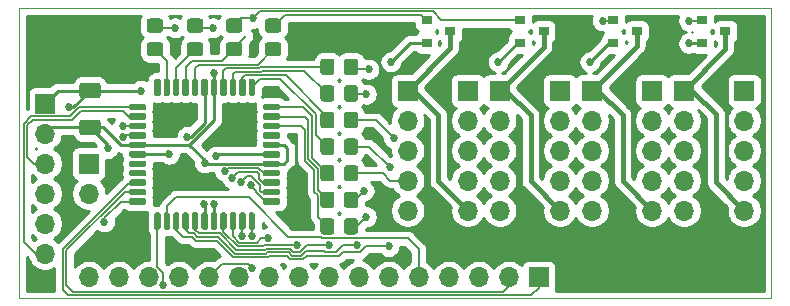
<source format=gbr>
G04 #@! TF.GenerationSoftware,KiCad,Pcbnew,5.1.10-88a1d61d58~88~ubuntu20.04.1*
G04 #@! TF.CreationDate,2021-05-20T13:34:08-04:00*
G04 #@! TF.ProjectId,hexdisplay16,68657864-6973-4706-9c61-7931362e6b69,rev?*
G04 #@! TF.SameCoordinates,Original*
G04 #@! TF.FileFunction,Copper,L1,Top*
G04 #@! TF.FilePolarity,Positive*
%FSLAX46Y46*%
G04 Gerber Fmt 4.6, Leading zero omitted, Abs format (unit mm)*
G04 Created by KiCad (PCBNEW 5.1.10-88a1d61d58~88~ubuntu20.04.1) date 2021-05-20 13:34:08*
%MOMM*%
%LPD*%
G01*
G04 APERTURE LIST*
G04 #@! TA.AperFunction,Profile*
%ADD10C,0.050000*%
G04 #@! TD*
G04 #@! TA.AperFunction,ComponentPad*
%ADD11O,1.700000X1.700000*%
G04 #@! TD*
G04 #@! TA.AperFunction,ComponentPad*
%ADD12R,1.700000X1.700000*%
G04 #@! TD*
G04 #@! TA.AperFunction,SMDPad,CuDef*
%ADD13R,0.900000X0.800000*%
G04 #@! TD*
G04 #@! TA.AperFunction,ViaPad*
%ADD14C,0.685800*%
G04 #@! TD*
G04 #@! TA.AperFunction,Conductor*
%ADD15C,0.254000*%
G04 #@! TD*
G04 #@! TA.AperFunction,Conductor*
%ADD16C,0.152400*%
G04 #@! TD*
G04 #@! TA.AperFunction,Conductor*
%ADD17C,0.381000*%
G04 #@! TD*
G04 #@! TA.AperFunction,NonConductor*
%ADD18C,0.254000*%
G04 #@! TD*
G04 #@! TA.AperFunction,NonConductor*
%ADD19C,0.100000*%
G04 #@! TD*
G04 APERTURE END LIST*
D10*
X139700000Y-141800000D02*
X76000000Y-141800000D01*
X139700000Y-117200000D02*
X76200000Y-117200000D01*
X139700000Y-125500000D02*
X139700000Y-141800000D01*
X139700000Y-117300000D02*
X139700000Y-117200000D01*
X139700000Y-125500000D02*
X139700000Y-117300000D01*
X76000000Y-117200000D02*
X76200000Y-117200000D01*
X76000000Y-141800000D02*
X76000000Y-117200000D01*
D11*
G04 #@! TO.P,J12,5*
G04 #@! TO.N,/CA4*
X137380000Y-134360000D03*
G04 #@! TO.P,J12,4*
G04 #@! TO.N,Net-(J12-Pad4)*
X137380000Y-131820000D03*
G04 #@! TO.P,J12,3*
G04 #@! TO.N,/C*
X137380000Y-129280000D03*
G04 #@! TO.P,J12,2*
G04 #@! TO.N,/B*
X137380000Y-126740000D03*
D12*
G04 #@! TO.P,J12,1*
G04 #@! TO.N,/A*
X137380000Y-124200000D03*
G04 #@! TD*
D11*
G04 #@! TO.P,J11,5*
G04 #@! TO.N,/D*
X132300000Y-134360000D03*
G04 #@! TO.P,J11,4*
G04 #@! TO.N,/E*
X132300000Y-131820000D03*
G04 #@! TO.P,J11,3*
G04 #@! TO.N,/G*
X132300000Y-129280000D03*
G04 #@! TO.P,J11,2*
G04 #@! TO.N,/F*
X132300000Y-126740000D03*
D12*
G04 #@! TO.P,J11,1*
G04 #@! TO.N,/CA4*
X132300000Y-124200000D03*
G04 #@! TD*
G04 #@! TO.P,J22,1*
G04 #@! TO.N,/A*
X129580000Y-124200000D03*
D11*
G04 #@! TO.P,J22,2*
G04 #@! TO.N,/B*
X129580000Y-126740000D03*
G04 #@! TO.P,J22,3*
G04 #@! TO.N,/C*
X129580000Y-129280000D03*
G04 #@! TO.P,J22,4*
G04 #@! TO.N,Net-(J22-Pad4)*
X129580000Y-131820000D03*
G04 #@! TO.P,J22,5*
G04 #@! TO.N,/CA3*
X129580000Y-134360000D03*
G04 #@! TD*
G04 #@! TO.P,J32,5*
G04 #@! TO.N,/CA2*
X121780000Y-134360000D03*
G04 #@! TO.P,J32,4*
G04 #@! TO.N,Net-(J32-Pad4)*
X121780000Y-131820000D03*
G04 #@! TO.P,J32,3*
G04 #@! TO.N,/C*
X121780000Y-129280000D03*
G04 #@! TO.P,J32,2*
G04 #@! TO.N,/B*
X121780000Y-126740000D03*
D12*
G04 #@! TO.P,J32,1*
G04 #@! TO.N,/A*
X121780000Y-124200000D03*
G04 #@! TD*
G04 #@! TO.P,J41,1*
G04 #@! TO.N,/CA1*
X108900000Y-124200000D03*
D11*
G04 #@! TO.P,J41,2*
G04 #@! TO.N,/F*
X108900000Y-126740000D03*
G04 #@! TO.P,J41,3*
G04 #@! TO.N,/G*
X108900000Y-129280000D03*
G04 #@! TO.P,J41,4*
G04 #@! TO.N,/E*
X108900000Y-131820000D03*
G04 #@! TO.P,J41,5*
G04 #@! TO.N,/D*
X108900000Y-134360000D03*
G04 #@! TD*
G04 #@! TO.P,J31,5*
G04 #@! TO.N,/D*
X116700000Y-134360000D03*
G04 #@! TO.P,J31,4*
G04 #@! TO.N,/E*
X116700000Y-131820000D03*
G04 #@! TO.P,J31,3*
G04 #@! TO.N,/G*
X116700000Y-129280000D03*
G04 #@! TO.P,J31,2*
G04 #@! TO.N,/F*
X116700000Y-126740000D03*
D12*
G04 #@! TO.P,J31,1*
G04 #@! TO.N,/CA2*
X116700000Y-124200000D03*
G04 #@! TD*
G04 #@! TO.P,J42,1*
G04 #@! TO.N,/A*
X113980000Y-124200000D03*
D11*
G04 #@! TO.P,J42,2*
G04 #@! TO.N,/B*
X113980000Y-126740000D03*
G04 #@! TO.P,J42,3*
G04 #@! TO.N,/C*
X113980000Y-129280000D03*
G04 #@! TO.P,J42,4*
G04 #@! TO.N,Net-(J42-Pad4)*
X113980000Y-131820000D03*
G04 #@! TO.P,J42,5*
G04 #@! TO.N,/CA1*
X113980000Y-134360000D03*
G04 #@! TD*
D12*
G04 #@! TO.P,J21,1*
G04 #@! TO.N,/CA3*
X124500000Y-124200000D03*
D11*
G04 #@! TO.P,J21,2*
G04 #@! TO.N,/F*
X124500000Y-126740000D03*
G04 #@! TO.P,J21,3*
G04 #@! TO.N,/G*
X124500000Y-129280000D03*
G04 #@! TO.P,J21,4*
G04 #@! TO.N,/E*
X124500000Y-131820000D03*
G04 #@! TO.P,J21,5*
G04 #@! TO.N,/D*
X124500000Y-134360000D03*
G04 #@! TD*
D12*
G04 #@! TO.P,J6,1*
G04 #@! TO.N,/D0*
X120000000Y-140000000D03*
D11*
G04 #@! TO.P,J6,2*
G04 #@! TO.N,/D1*
X117460000Y-140000000D03*
G04 #@! TO.P,J6,3*
G04 #@! TO.N,/D2*
X114920000Y-140000000D03*
G04 #@! TO.P,J6,4*
G04 #@! TO.N,/D3*
X112380000Y-140000000D03*
G04 #@! TO.P,J6,5*
G04 #@! TO.N,/D4*
X109840000Y-140000000D03*
G04 #@! TO.P,J6,6*
G04 #@! TO.N,/D5*
X107300000Y-140000000D03*
G04 #@! TO.P,J6,7*
G04 #@! TO.N,/D6*
X104760000Y-140000000D03*
G04 #@! TO.P,J6,8*
G04 #@! TO.N,/D7*
X102220000Y-140000000D03*
G04 #@! TO.P,J6,9*
G04 #@! TO.N,/D8*
X99680000Y-140000000D03*
G04 #@! TO.P,J6,10*
G04 #@! TO.N,/D9*
X97140000Y-140000000D03*
G04 #@! TO.P,J6,11*
G04 #@! TO.N,/D10*
X94600000Y-140000000D03*
G04 #@! TO.P,J6,12*
G04 #@! TO.N,/D11*
X92060000Y-140000000D03*
G04 #@! TO.P,J6,13*
G04 #@! TO.N,/D12*
X89520000Y-140000000D03*
G04 #@! TO.P,J6,14*
G04 #@! TO.N,/D13*
X86980000Y-140000000D03*
G04 #@! TO.P,J6,15*
G04 #@! TO.N,/D14*
X84440000Y-140000000D03*
G04 #@! TO.P,J6,16*
G04 #@! TO.N,/D15*
X81900000Y-140000000D03*
G04 #@! TD*
G04 #@! TO.P,C1,1*
G04 #@! TO.N,VCC*
G04 #@! TA.AperFunction,SMDPad,CuDef*
G36*
G01*
X82650002Y-127987500D02*
X81349998Y-127987500D01*
G75*
G02*
X81100000Y-127737502I0J249998D01*
G01*
X81100000Y-126912498D01*
G75*
G02*
X81349998Y-126662500I249998J0D01*
G01*
X82650002Y-126662500D01*
G75*
G02*
X82900000Y-126912498I0J-249998D01*
G01*
X82900000Y-127737502D01*
G75*
G02*
X82650002Y-127987500I-249998J0D01*
G01*
G37*
G04 #@! TD.AperFunction*
G04 #@! TO.P,C1,2*
G04 #@! TO.N,GND*
G04 #@! TA.AperFunction,SMDPad,CuDef*
G36*
G01*
X82650002Y-124862500D02*
X81349998Y-124862500D01*
G75*
G02*
X81100000Y-124612502I0J249998D01*
G01*
X81100000Y-123787498D01*
G75*
G02*
X81349998Y-123537500I249998J0D01*
G01*
X82650002Y-123537500D01*
G75*
G02*
X82900000Y-123787498I0J-249998D01*
G01*
X82900000Y-124612502D01*
G75*
G02*
X82650002Y-124862500I-249998J0D01*
G01*
G37*
G04 #@! TD.AperFunction*
G04 #@! TD*
D12*
G04 #@! TO.P,J5,1*
G04 #@! TO.N,GND*
X81900000Y-130380000D03*
D11*
G04 #@! TO.P,J5,2*
G04 #@! TO.N,VCC*
X81900000Y-132920000D03*
G04 #@! TD*
D12*
G04 #@! TO.P,J7,1*
G04 #@! TO.N,GND*
X78200000Y-125300000D03*
D11*
G04 #@! TO.P,J7,2*
G04 #@! TO.N,VCC*
X78200000Y-127840000D03*
G04 #@! TO.P,J7,3*
G04 #@! TO.N,/MISO*
X78200000Y-130380000D03*
G04 #@! TO.P,J7,4*
G04 #@! TO.N,/SCK*
X78200000Y-132920000D03*
G04 #@! TO.P,J7,5*
G04 #@! TO.N,/~RESET*
X78200000Y-135460000D03*
G04 #@! TO.P,J7,6*
G04 #@! TO.N,/MOSI*
X78200000Y-138000000D03*
G04 #@! TD*
D13*
G04 #@! TO.P,Q1,3*
G04 #@! TO.N,/CA1*
X112500000Y-119200000D03*
G04 #@! TO.P,Q1,2*
G04 #@! TO.N,VCC*
X110500000Y-120150000D03*
G04 #@! TO.P,Q1,1*
G04 #@! TO.N,Net-(Q1-Pad1)*
X110500000Y-118250000D03*
G04 #@! TD*
G04 #@! TO.P,Q2,1*
G04 #@! TO.N,Net-(Q2-Pad1)*
X118400000Y-118250000D03*
G04 #@! TO.P,Q2,2*
G04 #@! TO.N,VCC*
X118400000Y-120150000D03*
G04 #@! TO.P,Q2,3*
G04 #@! TO.N,/CA2*
X120400000Y-119200000D03*
G04 #@! TD*
G04 #@! TO.P,Q3,1*
G04 #@! TO.N,Net-(Q3-Pad1)*
X126300000Y-118250000D03*
G04 #@! TO.P,Q3,2*
G04 #@! TO.N,VCC*
X126300000Y-120150000D03*
G04 #@! TO.P,Q3,3*
G04 #@! TO.N,/CA3*
X128300000Y-119200000D03*
G04 #@! TD*
G04 #@! TO.P,Q4,3*
G04 #@! TO.N,/CA4*
X135800000Y-119200000D03*
G04 #@! TO.P,Q4,2*
G04 #@! TO.N,VCC*
X133800000Y-120150000D03*
G04 #@! TO.P,Q4,1*
G04 #@! TO.N,Net-(Q4-Pad1)*
X133800000Y-118250000D03*
G04 #@! TD*
G04 #@! TO.P,R1,1*
G04 #@! TO.N,Net-(R1-Pad1)*
G04 #@! TA.AperFunction,SMDPad,CuDef*
G36*
G01*
X101500000Y-122650001D02*
X101500000Y-121749999D01*
G75*
G02*
X101749999Y-121500000I249999J0D01*
G01*
X102450001Y-121500000D01*
G75*
G02*
X102700000Y-121749999I0J-249999D01*
G01*
X102700000Y-122650001D01*
G75*
G02*
X102450001Y-122900000I-249999J0D01*
G01*
X101749999Y-122900000D01*
G75*
G02*
X101500000Y-122650001I0J249999D01*
G01*
G37*
G04 #@! TD.AperFunction*
G04 #@! TO.P,R1,2*
G04 #@! TO.N,/A*
G04 #@! TA.AperFunction,SMDPad,CuDef*
G36*
G01*
X103500000Y-122650001D02*
X103500000Y-121749999D01*
G75*
G02*
X103749999Y-121500000I249999J0D01*
G01*
X104450001Y-121500000D01*
G75*
G02*
X104700000Y-121749999I0J-249999D01*
G01*
X104700000Y-122650001D01*
G75*
G02*
X104450001Y-122900000I-249999J0D01*
G01*
X103749999Y-122900000D01*
G75*
G02*
X103500000Y-122650001I0J249999D01*
G01*
G37*
G04 #@! TD.AperFunction*
G04 #@! TD*
G04 #@! TO.P,R2,2*
G04 #@! TO.N,/B*
G04 #@! TA.AperFunction,SMDPad,CuDef*
G36*
G01*
X103500000Y-124900001D02*
X103500000Y-123999999D01*
G75*
G02*
X103749999Y-123750000I249999J0D01*
G01*
X104450001Y-123750000D01*
G75*
G02*
X104700000Y-123999999I0J-249999D01*
G01*
X104700000Y-124900001D01*
G75*
G02*
X104450001Y-125150000I-249999J0D01*
G01*
X103749999Y-125150000D01*
G75*
G02*
X103500000Y-124900001I0J249999D01*
G01*
G37*
G04 #@! TD.AperFunction*
G04 #@! TO.P,R2,1*
G04 #@! TO.N,Net-(R2-Pad1)*
G04 #@! TA.AperFunction,SMDPad,CuDef*
G36*
G01*
X101500000Y-124900001D02*
X101500000Y-123999999D01*
G75*
G02*
X101749999Y-123750000I249999J0D01*
G01*
X102450001Y-123750000D01*
G75*
G02*
X102700000Y-123999999I0J-249999D01*
G01*
X102700000Y-124900001D01*
G75*
G02*
X102450001Y-125150000I-249999J0D01*
G01*
X101749999Y-125150000D01*
G75*
G02*
X101500000Y-124900001I0J249999D01*
G01*
G37*
G04 #@! TD.AperFunction*
G04 #@! TD*
G04 #@! TO.P,R3,1*
G04 #@! TO.N,Net-(R3-Pad1)*
G04 #@! TA.AperFunction,SMDPad,CuDef*
G36*
G01*
X101500000Y-127150001D02*
X101500000Y-126249999D01*
G75*
G02*
X101749999Y-126000000I249999J0D01*
G01*
X102450001Y-126000000D01*
G75*
G02*
X102700000Y-126249999I0J-249999D01*
G01*
X102700000Y-127150001D01*
G75*
G02*
X102450001Y-127400000I-249999J0D01*
G01*
X101749999Y-127400000D01*
G75*
G02*
X101500000Y-127150001I0J249999D01*
G01*
G37*
G04 #@! TD.AperFunction*
G04 #@! TO.P,R3,2*
G04 #@! TO.N,/C*
G04 #@! TA.AperFunction,SMDPad,CuDef*
G36*
G01*
X103500000Y-127150001D02*
X103500000Y-126249999D01*
G75*
G02*
X103749999Y-126000000I249999J0D01*
G01*
X104450001Y-126000000D01*
G75*
G02*
X104700000Y-126249999I0J-249999D01*
G01*
X104700000Y-127150001D01*
G75*
G02*
X104450001Y-127400000I-249999J0D01*
G01*
X103749999Y-127400000D01*
G75*
G02*
X103500000Y-127150001I0J249999D01*
G01*
G37*
G04 #@! TD.AperFunction*
G04 #@! TD*
G04 #@! TO.P,R4,2*
G04 #@! TO.N,/D*
G04 #@! TA.AperFunction,SMDPad,CuDef*
G36*
G01*
X103500000Y-129400001D02*
X103500000Y-128499999D01*
G75*
G02*
X103749999Y-128250000I249999J0D01*
G01*
X104450001Y-128250000D01*
G75*
G02*
X104700000Y-128499999I0J-249999D01*
G01*
X104700000Y-129400001D01*
G75*
G02*
X104450001Y-129650000I-249999J0D01*
G01*
X103749999Y-129650000D01*
G75*
G02*
X103500000Y-129400001I0J249999D01*
G01*
G37*
G04 #@! TD.AperFunction*
G04 #@! TO.P,R4,1*
G04 #@! TO.N,Net-(R4-Pad1)*
G04 #@! TA.AperFunction,SMDPad,CuDef*
G36*
G01*
X101500000Y-129400001D02*
X101500000Y-128499999D01*
G75*
G02*
X101749999Y-128250000I249999J0D01*
G01*
X102450001Y-128250000D01*
G75*
G02*
X102700000Y-128499999I0J-249999D01*
G01*
X102700000Y-129400001D01*
G75*
G02*
X102450001Y-129650000I-249999J0D01*
G01*
X101749999Y-129650000D01*
G75*
G02*
X101500000Y-129400001I0J249999D01*
G01*
G37*
G04 #@! TD.AperFunction*
G04 #@! TD*
G04 #@! TO.P,R5,1*
G04 #@! TO.N,Net-(R5-Pad1)*
G04 #@! TA.AperFunction,SMDPad,CuDef*
G36*
G01*
X101500000Y-131650001D02*
X101500000Y-130749999D01*
G75*
G02*
X101749999Y-130500000I249999J0D01*
G01*
X102450001Y-130500000D01*
G75*
G02*
X102700000Y-130749999I0J-249999D01*
G01*
X102700000Y-131650001D01*
G75*
G02*
X102450001Y-131900000I-249999J0D01*
G01*
X101749999Y-131900000D01*
G75*
G02*
X101500000Y-131650001I0J249999D01*
G01*
G37*
G04 #@! TD.AperFunction*
G04 #@! TO.P,R5,2*
G04 #@! TO.N,/E*
G04 #@! TA.AperFunction,SMDPad,CuDef*
G36*
G01*
X103500000Y-131650001D02*
X103500000Y-130749999D01*
G75*
G02*
X103749999Y-130500000I249999J0D01*
G01*
X104450001Y-130500000D01*
G75*
G02*
X104700000Y-130749999I0J-249999D01*
G01*
X104700000Y-131650001D01*
G75*
G02*
X104450001Y-131900000I-249999J0D01*
G01*
X103749999Y-131900000D01*
G75*
G02*
X103500000Y-131650001I0J249999D01*
G01*
G37*
G04 #@! TD.AperFunction*
G04 #@! TD*
G04 #@! TO.P,R6,2*
G04 #@! TO.N,/F*
G04 #@! TA.AperFunction,SMDPad,CuDef*
G36*
G01*
X103500000Y-133900001D02*
X103500000Y-132999999D01*
G75*
G02*
X103749999Y-132750000I249999J0D01*
G01*
X104450001Y-132750000D01*
G75*
G02*
X104700000Y-132999999I0J-249999D01*
G01*
X104700000Y-133900001D01*
G75*
G02*
X104450001Y-134150000I-249999J0D01*
G01*
X103749999Y-134150000D01*
G75*
G02*
X103500000Y-133900001I0J249999D01*
G01*
G37*
G04 #@! TD.AperFunction*
G04 #@! TO.P,R6,1*
G04 #@! TO.N,Net-(R6-Pad1)*
G04 #@! TA.AperFunction,SMDPad,CuDef*
G36*
G01*
X101500000Y-133900001D02*
X101500000Y-132999999D01*
G75*
G02*
X101749999Y-132750000I249999J0D01*
G01*
X102450001Y-132750000D01*
G75*
G02*
X102700000Y-132999999I0J-249999D01*
G01*
X102700000Y-133900001D01*
G75*
G02*
X102450001Y-134150000I-249999J0D01*
G01*
X101749999Y-134150000D01*
G75*
G02*
X101500000Y-133900001I0J249999D01*
G01*
G37*
G04 #@! TD.AperFunction*
G04 #@! TD*
G04 #@! TO.P,R7,1*
G04 #@! TO.N,Net-(R7-Pad1)*
G04 #@! TA.AperFunction,SMDPad,CuDef*
G36*
G01*
X101500000Y-136150001D02*
X101500000Y-135249999D01*
G75*
G02*
X101749999Y-135000000I249999J0D01*
G01*
X102450001Y-135000000D01*
G75*
G02*
X102700000Y-135249999I0J-249999D01*
G01*
X102700000Y-136150001D01*
G75*
G02*
X102450001Y-136400000I-249999J0D01*
G01*
X101749999Y-136400000D01*
G75*
G02*
X101500000Y-136150001I0J249999D01*
G01*
G37*
G04 #@! TD.AperFunction*
G04 #@! TO.P,R7,2*
G04 #@! TO.N,/G*
G04 #@! TA.AperFunction,SMDPad,CuDef*
G36*
G01*
X103500000Y-136150001D02*
X103500000Y-135249999D01*
G75*
G02*
X103749999Y-135000000I249999J0D01*
G01*
X104450001Y-135000000D01*
G75*
G02*
X104700000Y-135249999I0J-249999D01*
G01*
X104700000Y-136150001D01*
G75*
G02*
X104450001Y-136400000I-249999J0D01*
G01*
X103749999Y-136400000D01*
G75*
G02*
X103500000Y-136150001I0J249999D01*
G01*
G37*
G04 #@! TD.AperFunction*
G04 #@! TD*
G04 #@! TO.P,R8,1*
G04 #@! TO.N,Net-(Q1-Pad1)*
G04 #@! TA.AperFunction,SMDPad,CuDef*
G36*
G01*
X97049999Y-118100000D02*
X97950001Y-118100000D01*
G75*
G02*
X98200000Y-118349999I0J-249999D01*
G01*
X98200000Y-119050001D01*
G75*
G02*
X97950001Y-119300000I-249999J0D01*
G01*
X97049999Y-119300000D01*
G75*
G02*
X96800000Y-119050001I0J249999D01*
G01*
X96800000Y-118349999D01*
G75*
G02*
X97049999Y-118100000I249999J0D01*
G01*
G37*
G04 #@! TD.AperFunction*
G04 #@! TO.P,R8,2*
G04 #@! TO.N,Net-(R8-Pad2)*
G04 #@! TA.AperFunction,SMDPad,CuDef*
G36*
G01*
X97049999Y-120100000D02*
X97950001Y-120100000D01*
G75*
G02*
X98200000Y-120349999I0J-249999D01*
G01*
X98200000Y-121050001D01*
G75*
G02*
X97950001Y-121300000I-249999J0D01*
G01*
X97049999Y-121300000D01*
G75*
G02*
X96800000Y-121050001I0J249999D01*
G01*
X96800000Y-120349999D01*
G75*
G02*
X97049999Y-120100000I249999J0D01*
G01*
G37*
G04 #@! TD.AperFunction*
G04 #@! TD*
G04 #@! TO.P,R9,2*
G04 #@! TO.N,Net-(R9-Pad2)*
G04 #@! TA.AperFunction,SMDPad,CuDef*
G36*
G01*
X93749999Y-120100000D02*
X94650001Y-120100000D01*
G75*
G02*
X94900000Y-120349999I0J-249999D01*
G01*
X94900000Y-121050001D01*
G75*
G02*
X94650001Y-121300000I-249999J0D01*
G01*
X93749999Y-121300000D01*
G75*
G02*
X93500000Y-121050001I0J249999D01*
G01*
X93500000Y-120349999D01*
G75*
G02*
X93749999Y-120100000I249999J0D01*
G01*
G37*
G04 #@! TD.AperFunction*
G04 #@! TO.P,R9,1*
G04 #@! TO.N,Net-(Q2-Pad1)*
G04 #@! TA.AperFunction,SMDPad,CuDef*
G36*
G01*
X93749999Y-118100000D02*
X94650001Y-118100000D01*
G75*
G02*
X94900000Y-118349999I0J-249999D01*
G01*
X94900000Y-119050001D01*
G75*
G02*
X94650001Y-119300000I-249999J0D01*
G01*
X93749999Y-119300000D01*
G75*
G02*
X93500000Y-119050001I0J249999D01*
G01*
X93500000Y-118349999D01*
G75*
G02*
X93749999Y-118100000I249999J0D01*
G01*
G37*
G04 #@! TD.AperFunction*
G04 #@! TD*
G04 #@! TO.P,R10,1*
G04 #@! TO.N,Net-(Q3-Pad1)*
G04 #@! TA.AperFunction,SMDPad,CuDef*
G36*
G01*
X90449999Y-118100000D02*
X91350001Y-118100000D01*
G75*
G02*
X91600000Y-118349999I0J-249999D01*
G01*
X91600000Y-119050001D01*
G75*
G02*
X91350001Y-119300000I-249999J0D01*
G01*
X90449999Y-119300000D01*
G75*
G02*
X90200000Y-119050001I0J249999D01*
G01*
X90200000Y-118349999D01*
G75*
G02*
X90449999Y-118100000I249999J0D01*
G01*
G37*
G04 #@! TD.AperFunction*
G04 #@! TO.P,R10,2*
G04 #@! TO.N,Net-(R10-Pad2)*
G04 #@! TA.AperFunction,SMDPad,CuDef*
G36*
G01*
X90449999Y-120100000D02*
X91350001Y-120100000D01*
G75*
G02*
X91600000Y-120349999I0J-249999D01*
G01*
X91600000Y-121050001D01*
G75*
G02*
X91350001Y-121300000I-249999J0D01*
G01*
X90449999Y-121300000D01*
G75*
G02*
X90200000Y-121050001I0J249999D01*
G01*
X90200000Y-120349999D01*
G75*
G02*
X90449999Y-120100000I249999J0D01*
G01*
G37*
G04 #@! TD.AperFunction*
G04 #@! TD*
G04 #@! TO.P,R11,2*
G04 #@! TO.N,Net-(R11-Pad2)*
G04 #@! TA.AperFunction,SMDPad,CuDef*
G36*
G01*
X87049999Y-120100000D02*
X87950001Y-120100000D01*
G75*
G02*
X88200000Y-120349999I0J-249999D01*
G01*
X88200000Y-121050001D01*
G75*
G02*
X87950001Y-121300000I-249999J0D01*
G01*
X87049999Y-121300000D01*
G75*
G02*
X86800000Y-121050001I0J249999D01*
G01*
X86800000Y-120349999D01*
G75*
G02*
X87049999Y-120100000I249999J0D01*
G01*
G37*
G04 #@! TD.AperFunction*
G04 #@! TO.P,R11,1*
G04 #@! TO.N,Net-(Q4-Pad1)*
G04 #@! TA.AperFunction,SMDPad,CuDef*
G36*
G01*
X87049999Y-118100000D02*
X87950001Y-118100000D01*
G75*
G02*
X88200000Y-118349999I0J-249999D01*
G01*
X88200000Y-119050001D01*
G75*
G02*
X87950001Y-119300000I-249999J0D01*
G01*
X87049999Y-119300000D01*
G75*
G02*
X86800000Y-119050001I0J249999D01*
G01*
X86800000Y-118349999D01*
G75*
G02*
X87049999Y-118100000I249999J0D01*
G01*
G37*
G04 #@! TD.AperFunction*
G04 #@! TD*
G04 #@! TO.P,U1,1*
G04 #@! TO.N,/MOSI*
G04 #@! TA.AperFunction,SMDPad,CuDef*
G36*
G01*
X85300000Y-125737500D02*
X85300000Y-125462500D01*
G75*
G02*
X85437500Y-125325000I137500J0D01*
G01*
X86637500Y-125325000D01*
G75*
G02*
X86775000Y-125462500I0J-137500D01*
G01*
X86775000Y-125737500D01*
G75*
G02*
X86637500Y-125875000I-137500J0D01*
G01*
X85437500Y-125875000D01*
G75*
G02*
X85300000Y-125737500I0J137500D01*
G01*
G37*
G04 #@! TD.AperFunction*
G04 #@! TO.P,U1,2*
G04 #@! TO.N,/MISO*
G04 #@! TA.AperFunction,SMDPad,CuDef*
G36*
G01*
X85300000Y-126537500D02*
X85300000Y-126262500D01*
G75*
G02*
X85437500Y-126125000I137500J0D01*
G01*
X86637500Y-126125000D01*
G75*
G02*
X86775000Y-126262500I0J-137500D01*
G01*
X86775000Y-126537500D01*
G75*
G02*
X86637500Y-126675000I-137500J0D01*
G01*
X85437500Y-126675000D01*
G75*
G02*
X85300000Y-126537500I0J137500D01*
G01*
G37*
G04 #@! TD.AperFunction*
G04 #@! TO.P,U1,3*
G04 #@! TO.N,/SCK*
G04 #@! TA.AperFunction,SMDPad,CuDef*
G36*
G01*
X85300000Y-127337500D02*
X85300000Y-127062500D01*
G75*
G02*
X85437500Y-126925000I137500J0D01*
G01*
X86637500Y-126925000D01*
G75*
G02*
X86775000Y-127062500I0J-137500D01*
G01*
X86775000Y-127337500D01*
G75*
G02*
X86637500Y-127475000I-137500J0D01*
G01*
X85437500Y-127475000D01*
G75*
G02*
X85300000Y-127337500I0J137500D01*
G01*
G37*
G04 #@! TD.AperFunction*
G04 #@! TO.P,U1,4*
G04 #@! TO.N,/~RESET*
G04 #@! TA.AperFunction,SMDPad,CuDef*
G36*
G01*
X85300000Y-128137500D02*
X85300000Y-127862500D01*
G75*
G02*
X85437500Y-127725000I137500J0D01*
G01*
X86637500Y-127725000D01*
G75*
G02*
X86775000Y-127862500I0J-137500D01*
G01*
X86775000Y-128137500D01*
G75*
G02*
X86637500Y-128275000I-137500J0D01*
G01*
X85437500Y-128275000D01*
G75*
G02*
X85300000Y-128137500I0J137500D01*
G01*
G37*
G04 #@! TD.AperFunction*
G04 #@! TO.P,U1,5*
G04 #@! TO.N,VCC*
G04 #@! TA.AperFunction,SMDPad,CuDef*
G36*
G01*
X85300000Y-128937500D02*
X85300000Y-128662500D01*
G75*
G02*
X85437500Y-128525000I137500J0D01*
G01*
X86637500Y-128525000D01*
G75*
G02*
X86775000Y-128662500I0J-137500D01*
G01*
X86775000Y-128937500D01*
G75*
G02*
X86637500Y-129075000I-137500J0D01*
G01*
X85437500Y-129075000D01*
G75*
G02*
X85300000Y-128937500I0J137500D01*
G01*
G37*
G04 #@! TD.AperFunction*
G04 #@! TO.P,U1,6*
G04 #@! TO.N,GND*
G04 #@! TA.AperFunction,SMDPad,CuDef*
G36*
G01*
X85300000Y-129737500D02*
X85300000Y-129462500D01*
G75*
G02*
X85437500Y-129325000I137500J0D01*
G01*
X86637500Y-129325000D01*
G75*
G02*
X86775000Y-129462500I0J-137500D01*
G01*
X86775000Y-129737500D01*
G75*
G02*
X86637500Y-129875000I-137500J0D01*
G01*
X85437500Y-129875000D01*
G75*
G02*
X85300000Y-129737500I0J137500D01*
G01*
G37*
G04 #@! TD.AperFunction*
G04 #@! TO.P,U1,7*
G04 #@! TO.N,Net-(U1-Pad7)*
G04 #@! TA.AperFunction,SMDPad,CuDef*
G36*
G01*
X85300000Y-130537500D02*
X85300000Y-130262500D01*
G75*
G02*
X85437500Y-130125000I137500J0D01*
G01*
X86637500Y-130125000D01*
G75*
G02*
X86775000Y-130262500I0J-137500D01*
G01*
X86775000Y-130537500D01*
G75*
G02*
X86637500Y-130675000I-137500J0D01*
G01*
X85437500Y-130675000D01*
G75*
G02*
X85300000Y-130537500I0J137500D01*
G01*
G37*
G04 #@! TD.AperFunction*
G04 #@! TO.P,U1,8*
G04 #@! TO.N,Net-(U1-Pad8)*
G04 #@! TA.AperFunction,SMDPad,CuDef*
G36*
G01*
X85300000Y-131337500D02*
X85300000Y-131062500D01*
G75*
G02*
X85437500Y-130925000I137500J0D01*
G01*
X86637500Y-130925000D01*
G75*
G02*
X86775000Y-131062500I0J-137500D01*
G01*
X86775000Y-131337500D01*
G75*
G02*
X86637500Y-131475000I-137500J0D01*
G01*
X85437500Y-131475000D01*
G75*
G02*
X85300000Y-131337500I0J137500D01*
G01*
G37*
G04 #@! TD.AperFunction*
G04 #@! TO.P,U1,9*
G04 #@! TO.N,/D0*
G04 #@! TA.AperFunction,SMDPad,CuDef*
G36*
G01*
X85300000Y-132137500D02*
X85300000Y-131862500D01*
G75*
G02*
X85437500Y-131725000I137500J0D01*
G01*
X86637500Y-131725000D01*
G75*
G02*
X86775000Y-131862500I0J-137500D01*
G01*
X86775000Y-132137500D01*
G75*
G02*
X86637500Y-132275000I-137500J0D01*
G01*
X85437500Y-132275000D01*
G75*
G02*
X85300000Y-132137500I0J137500D01*
G01*
G37*
G04 #@! TD.AperFunction*
G04 #@! TO.P,U1,10*
G04 #@! TO.N,/D1*
G04 #@! TA.AperFunction,SMDPad,CuDef*
G36*
G01*
X85300000Y-132937500D02*
X85300000Y-132662500D01*
G75*
G02*
X85437500Y-132525000I137500J0D01*
G01*
X86637500Y-132525000D01*
G75*
G02*
X86775000Y-132662500I0J-137500D01*
G01*
X86775000Y-132937500D01*
G75*
G02*
X86637500Y-133075000I-137500J0D01*
G01*
X85437500Y-133075000D01*
G75*
G02*
X85300000Y-132937500I0J137500D01*
G01*
G37*
G04 #@! TD.AperFunction*
G04 #@! TO.P,U1,11*
G04 #@! TO.N,/D2*
G04 #@! TA.AperFunction,SMDPad,CuDef*
G36*
G01*
X85300000Y-133737500D02*
X85300000Y-133462500D01*
G75*
G02*
X85437500Y-133325000I137500J0D01*
G01*
X86637500Y-133325000D01*
G75*
G02*
X86775000Y-133462500I0J-137500D01*
G01*
X86775000Y-133737500D01*
G75*
G02*
X86637500Y-133875000I-137500J0D01*
G01*
X85437500Y-133875000D01*
G75*
G02*
X85300000Y-133737500I0J137500D01*
G01*
G37*
G04 #@! TD.AperFunction*
G04 #@! TO.P,U1,12*
G04 #@! TO.N,/D3*
G04 #@! TA.AperFunction,SMDPad,CuDef*
G36*
G01*
X87425000Y-135862500D02*
X87425000Y-134662500D01*
G75*
G02*
X87562500Y-134525000I137500J0D01*
G01*
X87837500Y-134525000D01*
G75*
G02*
X87975000Y-134662500I0J-137500D01*
G01*
X87975000Y-135862500D01*
G75*
G02*
X87837500Y-136000000I-137500J0D01*
G01*
X87562500Y-136000000D01*
G75*
G02*
X87425000Y-135862500I0J137500D01*
G01*
G37*
G04 #@! TD.AperFunction*
G04 #@! TO.P,U1,13*
G04 #@! TO.N,/D4*
G04 #@! TA.AperFunction,SMDPad,CuDef*
G36*
G01*
X88225000Y-135862500D02*
X88225000Y-134662500D01*
G75*
G02*
X88362500Y-134525000I137500J0D01*
G01*
X88637500Y-134525000D01*
G75*
G02*
X88775000Y-134662500I0J-137500D01*
G01*
X88775000Y-135862500D01*
G75*
G02*
X88637500Y-136000000I-137500J0D01*
G01*
X88362500Y-136000000D01*
G75*
G02*
X88225000Y-135862500I0J137500D01*
G01*
G37*
G04 #@! TD.AperFunction*
G04 #@! TO.P,U1,14*
G04 #@! TO.N,/D5*
G04 #@! TA.AperFunction,SMDPad,CuDef*
G36*
G01*
X89025000Y-135862500D02*
X89025000Y-134662500D01*
G75*
G02*
X89162500Y-134525000I137500J0D01*
G01*
X89437500Y-134525000D01*
G75*
G02*
X89575000Y-134662500I0J-137500D01*
G01*
X89575000Y-135862500D01*
G75*
G02*
X89437500Y-136000000I-137500J0D01*
G01*
X89162500Y-136000000D01*
G75*
G02*
X89025000Y-135862500I0J137500D01*
G01*
G37*
G04 #@! TD.AperFunction*
G04 #@! TO.P,U1,15*
G04 #@! TO.N,/D6*
G04 #@! TA.AperFunction,SMDPad,CuDef*
G36*
G01*
X89825000Y-135862500D02*
X89825000Y-134662500D01*
G75*
G02*
X89962500Y-134525000I137500J0D01*
G01*
X90237500Y-134525000D01*
G75*
G02*
X90375000Y-134662500I0J-137500D01*
G01*
X90375000Y-135862500D01*
G75*
G02*
X90237500Y-136000000I-137500J0D01*
G01*
X89962500Y-136000000D01*
G75*
G02*
X89825000Y-135862500I0J137500D01*
G01*
G37*
G04 #@! TD.AperFunction*
G04 #@! TO.P,U1,16*
G04 #@! TO.N,/D7*
G04 #@! TA.AperFunction,SMDPad,CuDef*
G36*
G01*
X90625000Y-135862500D02*
X90625000Y-134662500D01*
G75*
G02*
X90762500Y-134525000I137500J0D01*
G01*
X91037500Y-134525000D01*
G75*
G02*
X91175000Y-134662500I0J-137500D01*
G01*
X91175000Y-135862500D01*
G75*
G02*
X91037500Y-136000000I-137500J0D01*
G01*
X90762500Y-136000000D01*
G75*
G02*
X90625000Y-135862500I0J137500D01*
G01*
G37*
G04 #@! TD.AperFunction*
G04 #@! TO.P,U1,17*
G04 #@! TO.N,VCC*
G04 #@! TA.AperFunction,SMDPad,CuDef*
G36*
G01*
X91425000Y-135862500D02*
X91425000Y-134662500D01*
G75*
G02*
X91562500Y-134525000I137500J0D01*
G01*
X91837500Y-134525000D01*
G75*
G02*
X91975000Y-134662500I0J-137500D01*
G01*
X91975000Y-135862500D01*
G75*
G02*
X91837500Y-136000000I-137500J0D01*
G01*
X91562500Y-136000000D01*
G75*
G02*
X91425000Y-135862500I0J137500D01*
G01*
G37*
G04 #@! TD.AperFunction*
G04 #@! TO.P,U1,18*
G04 #@! TO.N,GND*
G04 #@! TA.AperFunction,SMDPad,CuDef*
G36*
G01*
X92225000Y-135862500D02*
X92225000Y-134662500D01*
G75*
G02*
X92362500Y-134525000I137500J0D01*
G01*
X92637500Y-134525000D01*
G75*
G02*
X92775000Y-134662500I0J-137500D01*
G01*
X92775000Y-135862500D01*
G75*
G02*
X92637500Y-136000000I-137500J0D01*
G01*
X92362500Y-136000000D01*
G75*
G02*
X92225000Y-135862500I0J137500D01*
G01*
G37*
G04 #@! TD.AperFunction*
G04 #@! TO.P,U1,19*
G04 #@! TO.N,/D8*
G04 #@! TA.AperFunction,SMDPad,CuDef*
G36*
G01*
X93025000Y-135862500D02*
X93025000Y-134662500D01*
G75*
G02*
X93162500Y-134525000I137500J0D01*
G01*
X93437500Y-134525000D01*
G75*
G02*
X93575000Y-134662500I0J-137500D01*
G01*
X93575000Y-135862500D01*
G75*
G02*
X93437500Y-136000000I-137500J0D01*
G01*
X93162500Y-136000000D01*
G75*
G02*
X93025000Y-135862500I0J137500D01*
G01*
G37*
G04 #@! TD.AperFunction*
G04 #@! TO.P,U1,20*
G04 #@! TO.N,/D9*
G04 #@! TA.AperFunction,SMDPad,CuDef*
G36*
G01*
X93825000Y-135862500D02*
X93825000Y-134662500D01*
G75*
G02*
X93962500Y-134525000I137500J0D01*
G01*
X94237500Y-134525000D01*
G75*
G02*
X94375000Y-134662500I0J-137500D01*
G01*
X94375000Y-135862500D01*
G75*
G02*
X94237500Y-136000000I-137500J0D01*
G01*
X93962500Y-136000000D01*
G75*
G02*
X93825000Y-135862500I0J137500D01*
G01*
G37*
G04 #@! TD.AperFunction*
G04 #@! TO.P,U1,21*
G04 #@! TO.N,/D10*
G04 #@! TA.AperFunction,SMDPad,CuDef*
G36*
G01*
X94625000Y-135862500D02*
X94625000Y-134662500D01*
G75*
G02*
X94762500Y-134525000I137500J0D01*
G01*
X95037500Y-134525000D01*
G75*
G02*
X95175000Y-134662500I0J-137500D01*
G01*
X95175000Y-135862500D01*
G75*
G02*
X95037500Y-136000000I-137500J0D01*
G01*
X94762500Y-136000000D01*
G75*
G02*
X94625000Y-135862500I0J137500D01*
G01*
G37*
G04 #@! TD.AperFunction*
G04 #@! TO.P,U1,22*
G04 #@! TO.N,/D11*
G04 #@! TA.AperFunction,SMDPad,CuDef*
G36*
G01*
X95425000Y-135862500D02*
X95425000Y-134662500D01*
G75*
G02*
X95562500Y-134525000I137500J0D01*
G01*
X95837500Y-134525000D01*
G75*
G02*
X95975000Y-134662500I0J-137500D01*
G01*
X95975000Y-135862500D01*
G75*
G02*
X95837500Y-136000000I-137500J0D01*
G01*
X95562500Y-136000000D01*
G75*
G02*
X95425000Y-135862500I0J137500D01*
G01*
G37*
G04 #@! TD.AperFunction*
G04 #@! TO.P,U1,23*
G04 #@! TO.N,/D12*
G04 #@! TA.AperFunction,SMDPad,CuDef*
G36*
G01*
X96625000Y-133737500D02*
X96625000Y-133462500D01*
G75*
G02*
X96762500Y-133325000I137500J0D01*
G01*
X97962500Y-133325000D01*
G75*
G02*
X98100000Y-133462500I0J-137500D01*
G01*
X98100000Y-133737500D01*
G75*
G02*
X97962500Y-133875000I-137500J0D01*
G01*
X96762500Y-133875000D01*
G75*
G02*
X96625000Y-133737500I0J137500D01*
G01*
G37*
G04 #@! TD.AperFunction*
G04 #@! TO.P,U1,24*
G04 #@! TO.N,/D13*
G04 #@! TA.AperFunction,SMDPad,CuDef*
G36*
G01*
X96625000Y-132937500D02*
X96625000Y-132662500D01*
G75*
G02*
X96762500Y-132525000I137500J0D01*
G01*
X97962500Y-132525000D01*
G75*
G02*
X98100000Y-132662500I0J-137500D01*
G01*
X98100000Y-132937500D01*
G75*
G02*
X97962500Y-133075000I-137500J0D01*
G01*
X96762500Y-133075000D01*
G75*
G02*
X96625000Y-132937500I0J137500D01*
G01*
G37*
G04 #@! TD.AperFunction*
G04 #@! TO.P,U1,25*
G04 #@! TO.N,/D14*
G04 #@! TA.AperFunction,SMDPad,CuDef*
G36*
G01*
X96625000Y-132137500D02*
X96625000Y-131862500D01*
G75*
G02*
X96762500Y-131725000I137500J0D01*
G01*
X97962500Y-131725000D01*
G75*
G02*
X98100000Y-131862500I0J-137500D01*
G01*
X98100000Y-132137500D01*
G75*
G02*
X97962500Y-132275000I-137500J0D01*
G01*
X96762500Y-132275000D01*
G75*
G02*
X96625000Y-132137500I0J137500D01*
G01*
G37*
G04 #@! TD.AperFunction*
G04 #@! TO.P,U1,26*
G04 #@! TO.N,/D15*
G04 #@! TA.AperFunction,SMDPad,CuDef*
G36*
G01*
X96625000Y-131337500D02*
X96625000Y-131062500D01*
G75*
G02*
X96762500Y-130925000I137500J0D01*
G01*
X97962500Y-130925000D01*
G75*
G02*
X98100000Y-131062500I0J-137500D01*
G01*
X98100000Y-131337500D01*
G75*
G02*
X97962500Y-131475000I-137500J0D01*
G01*
X96762500Y-131475000D01*
G75*
G02*
X96625000Y-131337500I0J137500D01*
G01*
G37*
G04 #@! TD.AperFunction*
G04 #@! TO.P,U1,27*
G04 #@! TO.N,VCC*
G04 #@! TA.AperFunction,SMDPad,CuDef*
G36*
G01*
X96625000Y-130537500D02*
X96625000Y-130262500D01*
G75*
G02*
X96762500Y-130125000I137500J0D01*
G01*
X97962500Y-130125000D01*
G75*
G02*
X98100000Y-130262500I0J-137500D01*
G01*
X98100000Y-130537500D01*
G75*
G02*
X97962500Y-130675000I-137500J0D01*
G01*
X96762500Y-130675000D01*
G75*
G02*
X96625000Y-130537500I0J137500D01*
G01*
G37*
G04 #@! TD.AperFunction*
G04 #@! TO.P,U1,28*
G04 #@! TO.N,GND*
G04 #@! TA.AperFunction,SMDPad,CuDef*
G36*
G01*
X96625000Y-129737500D02*
X96625000Y-129462500D01*
G75*
G02*
X96762500Y-129325000I137500J0D01*
G01*
X97962500Y-129325000D01*
G75*
G02*
X98100000Y-129462500I0J-137500D01*
G01*
X98100000Y-129737500D01*
G75*
G02*
X97962500Y-129875000I-137500J0D01*
G01*
X96762500Y-129875000D01*
G75*
G02*
X96625000Y-129737500I0J137500D01*
G01*
G37*
G04 #@! TD.AperFunction*
G04 #@! TO.P,U1,29*
G04 #@! TO.N,VCC*
G04 #@! TA.AperFunction,SMDPad,CuDef*
G36*
G01*
X96625000Y-128937500D02*
X96625000Y-128662500D01*
G75*
G02*
X96762500Y-128525000I137500J0D01*
G01*
X97962500Y-128525000D01*
G75*
G02*
X98100000Y-128662500I0J-137500D01*
G01*
X98100000Y-128937500D01*
G75*
G02*
X97962500Y-129075000I-137500J0D01*
G01*
X96762500Y-129075000D01*
G75*
G02*
X96625000Y-128937500I0J137500D01*
G01*
G37*
G04 #@! TD.AperFunction*
G04 #@! TO.P,U1,30*
G04 #@! TO.N,Net-(U1-Pad30)*
G04 #@! TA.AperFunction,SMDPad,CuDef*
G36*
G01*
X96625000Y-128137500D02*
X96625000Y-127862500D01*
G75*
G02*
X96762500Y-127725000I137500J0D01*
G01*
X97962500Y-127725000D01*
G75*
G02*
X98100000Y-127862500I0J-137500D01*
G01*
X98100000Y-128137500D01*
G75*
G02*
X97962500Y-128275000I-137500J0D01*
G01*
X96762500Y-128275000D01*
G75*
G02*
X96625000Y-128137500I0J137500D01*
G01*
G37*
G04 #@! TD.AperFunction*
G04 #@! TO.P,U1,31*
G04 #@! TO.N,Net-(R7-Pad1)*
G04 #@! TA.AperFunction,SMDPad,CuDef*
G36*
G01*
X96625000Y-127337500D02*
X96625000Y-127062500D01*
G75*
G02*
X96762500Y-126925000I137500J0D01*
G01*
X97962500Y-126925000D01*
G75*
G02*
X98100000Y-127062500I0J-137500D01*
G01*
X98100000Y-127337500D01*
G75*
G02*
X97962500Y-127475000I-137500J0D01*
G01*
X96762500Y-127475000D01*
G75*
G02*
X96625000Y-127337500I0J137500D01*
G01*
G37*
G04 #@! TD.AperFunction*
G04 #@! TO.P,U1,32*
G04 #@! TO.N,Net-(R6-Pad1)*
G04 #@! TA.AperFunction,SMDPad,CuDef*
G36*
G01*
X96625000Y-126537500D02*
X96625000Y-126262500D01*
G75*
G02*
X96762500Y-126125000I137500J0D01*
G01*
X97962500Y-126125000D01*
G75*
G02*
X98100000Y-126262500I0J-137500D01*
G01*
X98100000Y-126537500D01*
G75*
G02*
X97962500Y-126675000I-137500J0D01*
G01*
X96762500Y-126675000D01*
G75*
G02*
X96625000Y-126537500I0J137500D01*
G01*
G37*
G04 #@! TD.AperFunction*
G04 #@! TO.P,U1,33*
G04 #@! TO.N,Net-(R5-Pad1)*
G04 #@! TA.AperFunction,SMDPad,CuDef*
G36*
G01*
X96625000Y-125737500D02*
X96625000Y-125462500D01*
G75*
G02*
X96762500Y-125325000I137500J0D01*
G01*
X97962500Y-125325000D01*
G75*
G02*
X98100000Y-125462500I0J-137500D01*
G01*
X98100000Y-125737500D01*
G75*
G02*
X97962500Y-125875000I-137500J0D01*
G01*
X96762500Y-125875000D01*
G75*
G02*
X96625000Y-125737500I0J137500D01*
G01*
G37*
G04 #@! TD.AperFunction*
G04 #@! TO.P,U1,34*
G04 #@! TO.N,Net-(R4-Pad1)*
G04 #@! TA.AperFunction,SMDPad,CuDef*
G36*
G01*
X95425000Y-124537500D02*
X95425000Y-123337500D01*
G75*
G02*
X95562500Y-123200000I137500J0D01*
G01*
X95837500Y-123200000D01*
G75*
G02*
X95975000Y-123337500I0J-137500D01*
G01*
X95975000Y-124537500D01*
G75*
G02*
X95837500Y-124675000I-137500J0D01*
G01*
X95562500Y-124675000D01*
G75*
G02*
X95425000Y-124537500I0J137500D01*
G01*
G37*
G04 #@! TD.AperFunction*
G04 #@! TO.P,U1,35*
G04 #@! TO.N,Net-(R3-Pad1)*
G04 #@! TA.AperFunction,SMDPad,CuDef*
G36*
G01*
X94625000Y-124537500D02*
X94625000Y-123337500D01*
G75*
G02*
X94762500Y-123200000I137500J0D01*
G01*
X95037500Y-123200000D01*
G75*
G02*
X95175000Y-123337500I0J-137500D01*
G01*
X95175000Y-124537500D01*
G75*
G02*
X95037500Y-124675000I-137500J0D01*
G01*
X94762500Y-124675000D01*
G75*
G02*
X94625000Y-124537500I0J137500D01*
G01*
G37*
G04 #@! TD.AperFunction*
G04 #@! TO.P,U1,36*
G04 #@! TO.N,Net-(R2-Pad1)*
G04 #@! TA.AperFunction,SMDPad,CuDef*
G36*
G01*
X93825000Y-124537500D02*
X93825000Y-123337500D01*
G75*
G02*
X93962500Y-123200000I137500J0D01*
G01*
X94237500Y-123200000D01*
G75*
G02*
X94375000Y-123337500I0J-137500D01*
G01*
X94375000Y-124537500D01*
G75*
G02*
X94237500Y-124675000I-137500J0D01*
G01*
X93962500Y-124675000D01*
G75*
G02*
X93825000Y-124537500I0J137500D01*
G01*
G37*
G04 #@! TD.AperFunction*
G04 #@! TO.P,U1,37*
G04 #@! TO.N,Net-(R1-Pad1)*
G04 #@! TA.AperFunction,SMDPad,CuDef*
G36*
G01*
X93025000Y-124537500D02*
X93025000Y-123337500D01*
G75*
G02*
X93162500Y-123200000I137500J0D01*
G01*
X93437500Y-123200000D01*
G75*
G02*
X93575000Y-123337500I0J-137500D01*
G01*
X93575000Y-124537500D01*
G75*
G02*
X93437500Y-124675000I-137500J0D01*
G01*
X93162500Y-124675000D01*
G75*
G02*
X93025000Y-124537500I0J137500D01*
G01*
G37*
G04 #@! TD.AperFunction*
G04 #@! TO.P,U1,38*
G04 #@! TO.N,VCC*
G04 #@! TA.AperFunction,SMDPad,CuDef*
G36*
G01*
X92225000Y-124537500D02*
X92225000Y-123337500D01*
G75*
G02*
X92362500Y-123200000I137500J0D01*
G01*
X92637500Y-123200000D01*
G75*
G02*
X92775000Y-123337500I0J-137500D01*
G01*
X92775000Y-124537500D01*
G75*
G02*
X92637500Y-124675000I-137500J0D01*
G01*
X92362500Y-124675000D01*
G75*
G02*
X92225000Y-124537500I0J137500D01*
G01*
G37*
G04 #@! TD.AperFunction*
G04 #@! TO.P,U1,39*
G04 #@! TO.N,GND*
G04 #@! TA.AperFunction,SMDPad,CuDef*
G36*
G01*
X91425000Y-124537500D02*
X91425000Y-123337500D01*
G75*
G02*
X91562500Y-123200000I137500J0D01*
G01*
X91837500Y-123200000D01*
G75*
G02*
X91975000Y-123337500I0J-137500D01*
G01*
X91975000Y-124537500D01*
G75*
G02*
X91837500Y-124675000I-137500J0D01*
G01*
X91562500Y-124675000D01*
G75*
G02*
X91425000Y-124537500I0J137500D01*
G01*
G37*
G04 #@! TD.AperFunction*
G04 #@! TO.P,U1,40*
G04 #@! TO.N,Net-(R8-Pad2)*
G04 #@! TA.AperFunction,SMDPad,CuDef*
G36*
G01*
X90625000Y-124537500D02*
X90625000Y-123337500D01*
G75*
G02*
X90762500Y-123200000I137500J0D01*
G01*
X91037500Y-123200000D01*
G75*
G02*
X91175000Y-123337500I0J-137500D01*
G01*
X91175000Y-124537500D01*
G75*
G02*
X91037500Y-124675000I-137500J0D01*
G01*
X90762500Y-124675000D01*
G75*
G02*
X90625000Y-124537500I0J137500D01*
G01*
G37*
G04 #@! TD.AperFunction*
G04 #@! TO.P,U1,41*
G04 #@! TO.N,Net-(R9-Pad2)*
G04 #@! TA.AperFunction,SMDPad,CuDef*
G36*
G01*
X89825000Y-124537500D02*
X89825000Y-123337500D01*
G75*
G02*
X89962500Y-123200000I137500J0D01*
G01*
X90237500Y-123200000D01*
G75*
G02*
X90375000Y-123337500I0J-137500D01*
G01*
X90375000Y-124537500D01*
G75*
G02*
X90237500Y-124675000I-137500J0D01*
G01*
X89962500Y-124675000D01*
G75*
G02*
X89825000Y-124537500I0J137500D01*
G01*
G37*
G04 #@! TD.AperFunction*
G04 #@! TO.P,U1,42*
G04 #@! TO.N,Net-(R10-Pad2)*
G04 #@! TA.AperFunction,SMDPad,CuDef*
G36*
G01*
X89025000Y-124537500D02*
X89025000Y-123337500D01*
G75*
G02*
X89162500Y-123200000I137500J0D01*
G01*
X89437500Y-123200000D01*
G75*
G02*
X89575000Y-123337500I0J-137500D01*
G01*
X89575000Y-124537500D01*
G75*
G02*
X89437500Y-124675000I-137500J0D01*
G01*
X89162500Y-124675000D01*
G75*
G02*
X89025000Y-124537500I0J137500D01*
G01*
G37*
G04 #@! TD.AperFunction*
G04 #@! TO.P,U1,43*
G04 #@! TO.N,Net-(R11-Pad2)*
G04 #@! TA.AperFunction,SMDPad,CuDef*
G36*
G01*
X88225000Y-124537500D02*
X88225000Y-123337500D01*
G75*
G02*
X88362500Y-123200000I137500J0D01*
G01*
X88637500Y-123200000D01*
G75*
G02*
X88775000Y-123337500I0J-137500D01*
G01*
X88775000Y-124537500D01*
G75*
G02*
X88637500Y-124675000I-137500J0D01*
G01*
X88362500Y-124675000D01*
G75*
G02*
X88225000Y-124537500I0J137500D01*
G01*
G37*
G04 #@! TD.AperFunction*
G04 #@! TO.P,U1,44*
G04 #@! TO.N,Net-(U1-Pad44)*
G04 #@! TA.AperFunction,SMDPad,CuDef*
G36*
G01*
X87425000Y-124537500D02*
X87425000Y-123337500D01*
G75*
G02*
X87562500Y-123200000I137500J0D01*
G01*
X87837500Y-123200000D01*
G75*
G02*
X87975000Y-123337500I0J-137500D01*
G01*
X87975000Y-124537500D01*
G75*
G02*
X87837500Y-124675000I-137500J0D01*
G01*
X87562500Y-124675000D01*
G75*
G02*
X87425000Y-124537500I0J137500D01*
G01*
G37*
G04 #@! TD.AperFunction*
G04 #@! TD*
D14*
G04 #@! TO.N,VCC*
X83500000Y-129100000D03*
X92500000Y-122700000D03*
X91661797Y-133800000D03*
X91700000Y-130300000D03*
X107476310Y-121776310D03*
X132700000Y-120200000D03*
X124323690Y-121776310D03*
X116576310Y-121776310D03*
G04 #@! TO.N,GND*
X92700000Y-129777700D03*
X90221117Y-128098817D03*
X80200000Y-125600000D03*
X92500000Y-133800000D03*
X86300000Y-124200000D03*
X88700000Y-129600000D03*
G04 #@! TO.N,/F*
X105200000Y-132700000D03*
G04 #@! TO.N,/G*
X105400000Y-134900000D03*
G04 #@! TO.N,/C*
X107700000Y-128200000D03*
G04 #@! TO.N,/B*
X105400000Y-124500000D03*
G04 #@! TO.N,/D*
X107400000Y-130700000D03*
G04 #@! TO.N,/A*
X105600000Y-122400000D03*
G04 #@! TO.N,/D2*
X83219645Y-135319645D03*
G04 #@! TO.N,/D3*
X88200000Y-140670080D03*
G04 #@! TO.N,/D5*
X107300000Y-137400000D03*
G04 #@! TO.N,/D6*
X104600000Y-137300000D03*
G04 #@! TO.N,/D7*
X102200000Y-137300000D03*
G04 #@! TO.N,/D8*
X99500000Y-137300000D03*
G04 #@! TO.N,/D9*
X97100000Y-136700000D03*
G04 #@! TO.N,/D10*
X94900000Y-136500000D03*
G04 #@! TO.N,/D11*
X95738203Y-136500000D03*
X95700000Y-139200000D03*
G04 #@! TO.N,/D12*
X95594523Y-132208814D03*
G04 #@! TO.N,/D13*
X94754910Y-131977898D03*
G04 #@! TO.N,/D14*
X94006059Y-131601329D03*
G04 #@! TO.N,/D15*
X93400000Y-131022300D03*
G04 #@! TO.N,/SCK*
X84800000Y-127200000D03*
G04 #@! TO.N,/~RESET*
X84800000Y-128100000D03*
G04 #@! TO.N,Net-(Q2-Pad1)*
X95800000Y-118100000D03*
G04 #@! TO.N,Net-(Q3-Pad1)*
X92400000Y-118900000D03*
X125400000Y-118300000D03*
G04 #@! TO.N,Net-(Q4-Pad1)*
X89200000Y-118900000D03*
X132700000Y-118300000D03*
G04 #@! TD*
D15*
G04 #@! TO.N,VCC*
X82000000Y-127325000D02*
X83125000Y-127325000D01*
X84600000Y-128800000D02*
X86037500Y-128800000D01*
X83125000Y-127325000D02*
X84600000Y-128800000D01*
X86037500Y-128800000D02*
X90400000Y-128800000D01*
X90400000Y-128800000D02*
X91700000Y-130100000D01*
X91800000Y-130400000D02*
X91700000Y-130300000D01*
X97362500Y-130400000D02*
X91800000Y-130400000D01*
X91700000Y-130100000D02*
X91700000Y-130300000D01*
X97362500Y-130400000D02*
X98400000Y-130400000D01*
X98400000Y-130400000D02*
X98700000Y-130100000D01*
X97362500Y-128800000D02*
X98400000Y-128800000D01*
X98700000Y-129100000D02*
X98400000Y-128800000D01*
X98700000Y-130100000D02*
X98700000Y-129100000D01*
X92500000Y-126700000D02*
X90400000Y-128800000D01*
X92500000Y-123937500D02*
X92500000Y-126700000D01*
X78715000Y-127325000D02*
X78200000Y-127840000D01*
X82000000Y-127325000D02*
X78715000Y-127325000D01*
X83500000Y-128825000D02*
X82000000Y-127325000D01*
X83500000Y-129100000D02*
X83500000Y-128825000D01*
X92500000Y-123937500D02*
X92500000Y-122700000D01*
X91700000Y-133838203D02*
X91661797Y-133800000D01*
X91700000Y-135262500D02*
X91700000Y-133838203D01*
X110500000Y-120150000D02*
X109102620Y-120150000D01*
X109102620Y-120150000D02*
X107476310Y-121776310D01*
X133750000Y-120200000D02*
X133800000Y-120150000D01*
X132700000Y-120200000D02*
X133750000Y-120200000D01*
X125950000Y-120150000D02*
X124323690Y-121776310D01*
X126300000Y-120150000D02*
X125950000Y-120150000D01*
X118202620Y-120150000D02*
X116576310Y-121776310D01*
X118400000Y-120150000D02*
X118202620Y-120150000D01*
G04 #@! TO.N,GND*
X79300000Y-124200000D02*
X78200000Y-125300000D01*
X82000000Y-124200000D02*
X79300000Y-124200000D01*
X92877700Y-129600000D02*
X92700000Y-129777700D01*
X97362500Y-129600000D02*
X92877700Y-129600000D01*
X91700000Y-123937500D02*
X91700000Y-126925250D01*
X90526433Y-128098817D02*
X90221117Y-128098817D01*
X91700000Y-126925250D02*
X90526433Y-128098817D01*
X80600000Y-125600000D02*
X82000000Y-124200000D01*
X80200000Y-125600000D02*
X80600000Y-125600000D01*
X92500000Y-133800000D02*
X92500000Y-135262500D01*
X82000000Y-124200000D02*
X86300000Y-124200000D01*
X88700000Y-129600000D02*
X86037500Y-129600000D01*
D16*
X92500000Y-135262500D02*
X92500000Y-135300000D01*
D17*
G04 #@! TO.N,/CA4*
X135800000Y-120700000D02*
X132300000Y-124200000D01*
X135800000Y-119200000D02*
X135800000Y-120700000D01*
X132300000Y-124200000D02*
X133000000Y-124200000D01*
X133000000Y-124200000D02*
X135000000Y-126200000D01*
X135000000Y-131980000D02*
X137380000Y-134360000D01*
X135000000Y-126200000D02*
X135000000Y-131980000D01*
D16*
G04 #@! TO.N,/F*
X104450000Y-133450000D02*
X105200000Y-132700000D01*
X104100000Y-133450000D02*
X104450000Y-133450000D01*
G04 #@! TO.N,/G*
X104600000Y-135700000D02*
X105400000Y-134900000D01*
X104100000Y-135700000D02*
X104600000Y-135700000D01*
G04 #@! TO.N,/C*
X106200000Y-126700000D02*
X104100000Y-126700000D01*
X106200000Y-126700000D02*
X107700000Y-128200000D01*
G04 #@! TO.N,/E*
X104100000Y-131200000D02*
X106700000Y-131200000D01*
X108900000Y-131820000D02*
X107420000Y-131820000D01*
X106800000Y-131200000D02*
X106700000Y-131200000D01*
X107420000Y-131820000D02*
X106800000Y-131200000D01*
G04 #@! TO.N,/B*
X104150000Y-124500000D02*
X104100000Y-124450000D01*
X105400000Y-124500000D02*
X104150000Y-124500000D01*
G04 #@! TO.N,/D*
X107400000Y-130700000D02*
X105650000Y-128950000D01*
X104100000Y-128950000D02*
X105650000Y-128950000D01*
G04 #@! TO.N,/A*
X104300000Y-122400000D02*
X104100000Y-122200000D01*
X105600000Y-122400000D02*
X104300000Y-122400000D01*
D17*
G04 #@! TO.N,/CA3*
X128300000Y-120400000D02*
X124500000Y-124200000D01*
X128300000Y-119200000D02*
X128300000Y-120400000D01*
X124500000Y-124200000D02*
X125000000Y-124200000D01*
X125000000Y-124200000D02*
X127100000Y-126300000D01*
X127100000Y-131880000D02*
X129580000Y-134360000D01*
X127100000Y-126300000D02*
X127100000Y-131880000D01*
G04 #@! TO.N,/CA2*
X120400000Y-120500000D02*
X116700000Y-124200000D01*
X120400000Y-119200000D02*
X120400000Y-120500000D01*
X116700000Y-124200000D02*
X117200000Y-124200000D01*
X117200000Y-124200000D02*
X119300000Y-126300000D01*
X119300000Y-131880000D02*
X121780000Y-134360000D01*
X119300000Y-126300000D02*
X119300000Y-131880000D01*
G04 #@! TO.N,/CA1*
X112500000Y-120600000D02*
X108900000Y-124200000D01*
X112500000Y-119200000D02*
X112500000Y-120600000D01*
X108900000Y-124200000D02*
X109400000Y-124200000D01*
X109400000Y-124200000D02*
X111500000Y-126300000D01*
X111500000Y-131880000D02*
X113980000Y-134360000D01*
X111500000Y-126300000D02*
X111500000Y-131880000D01*
D16*
G04 #@! TO.N,/D0*
X120000000Y-140900000D02*
X120000000Y-140000000D01*
X80146390Y-141546390D02*
X119353610Y-141546390D01*
X79700000Y-141100000D02*
X80146390Y-141546390D01*
X119353610Y-141546390D02*
X120000000Y-140900000D01*
X79700000Y-137600000D02*
X79700000Y-141100000D01*
X85300000Y-132000000D02*
X79700000Y-137600000D01*
X86037500Y-132000000D02*
X85300000Y-132000000D01*
G04 #@! TO.N,/D1*
X84931066Y-132800000D02*
X86037500Y-132800000D01*
X80004810Y-137726256D02*
X84931066Y-132800000D01*
X80004810Y-140673744D02*
X80004810Y-137726256D01*
X80572646Y-141241580D02*
X80004810Y-140673744D01*
X116958420Y-141241580D02*
X80572646Y-141241580D01*
X117460000Y-140740000D02*
X116958420Y-141241580D01*
X117460000Y-140000000D02*
X117460000Y-140740000D01*
G04 #@! TO.N,/D2*
X86037500Y-133600000D02*
X84600000Y-133600000D01*
X83219645Y-134980355D02*
X83219645Y-135319645D01*
X84600000Y-133600000D02*
X83219645Y-134980355D01*
G04 #@! TO.N,/D3*
X88200000Y-139623670D02*
X88200000Y-140670080D01*
X87700000Y-139123670D02*
X88200000Y-139623670D01*
X87700000Y-135262500D02*
X87700000Y-139123670D01*
G04 #@! TO.N,/D4*
X109840000Y-137640000D02*
X109840000Y-140000000D01*
X101623142Y-136700000D02*
X108900000Y-136700000D01*
X101523142Y-136600000D02*
X101623142Y-136700000D01*
X98800000Y-136600000D02*
X101523142Y-136600000D01*
X95428499Y-133228499D02*
X98800000Y-136600000D01*
X89271501Y-133228499D02*
X95428499Y-133228499D01*
X88500000Y-134000000D02*
X89271501Y-133228499D01*
X108900000Y-136700000D02*
X109840000Y-137640000D01*
X88500000Y-135262500D02*
X88500000Y-134000000D01*
G04 #@! TO.N,/D5*
X90642677Y-136604809D02*
X90818934Y-136781066D01*
X89904809Y-136604809D02*
X90642677Y-136604809D01*
X89300000Y-136000000D02*
X89904809Y-136604809D01*
X89300000Y-135262500D02*
X89300000Y-136000000D01*
X90818934Y-136781066D02*
X90947488Y-136909620D01*
X90947488Y-136909620D02*
X92739534Y-136909620D01*
X92739534Y-136909620D02*
X94144344Y-138314430D01*
X97085570Y-138314430D02*
X97185570Y-138214430D01*
X94144344Y-138314430D02*
X97085570Y-138314430D01*
X97185570Y-138214430D02*
X98600000Y-138214430D01*
X98706476Y-138214430D02*
X98973166Y-138481120D01*
X98600000Y-138214430D02*
X98706476Y-138214430D01*
X98973166Y-138481120D02*
X100026835Y-138481119D01*
X100026835Y-138481119D02*
X100331643Y-138176311D01*
X100331643Y-138176311D02*
X103123689Y-138176311D01*
X104874321Y-137871501D02*
X105400000Y-137345822D01*
X103428499Y-137871501D02*
X104874321Y-137871501D01*
X103123689Y-138176311D02*
X103428499Y-137871501D01*
X107245822Y-137345822D02*
X107300000Y-137400000D01*
X105400000Y-137345822D02*
X107245822Y-137345822D01*
G04 #@! TO.N,/D6*
X90100000Y-136000000D02*
X90100000Y-135262500D01*
X90400000Y-136300000D02*
X90100000Y-136000000D01*
X90768934Y-136300000D02*
X90400000Y-136300000D01*
X91073744Y-136604810D02*
X90768934Y-136300000D01*
X103400000Y-137300000D02*
X102828499Y-137871501D01*
X94270600Y-138009620D02*
X92865790Y-136604810D01*
X102828499Y-137871501D02*
X101925679Y-137871501D01*
X99099423Y-138176311D02*
X98832732Y-137909620D01*
X101925679Y-137871501D02*
X101854178Y-137800000D01*
X101854178Y-137800000D02*
X100276888Y-137800000D01*
X100276888Y-137800000D02*
X99900578Y-138176310D01*
X104600000Y-137300000D02*
X103400000Y-137300000D01*
X99900578Y-138176310D02*
X99099423Y-138176311D01*
X92865790Y-136604810D02*
X91073744Y-136604810D01*
X96906690Y-138009620D02*
X94270600Y-138009620D01*
X97006690Y-137909620D02*
X96906690Y-138009620D01*
X98832732Y-137909620D02*
X97006690Y-137909620D01*
G04 #@! TO.N,/D7*
X90900000Y-136000000D02*
X91200000Y-136300000D01*
X90900000Y-135262500D02*
X90900000Y-136000000D01*
X92995190Y-136300000D02*
X92995191Y-136303145D01*
X91200000Y-136300000D02*
X92995190Y-136300000D01*
X92995191Y-136303145D02*
X94396856Y-137704810D01*
X94396856Y-137704810D02*
X95600000Y-137704810D01*
X95600000Y-137704810D02*
X96400000Y-137704810D01*
X96400000Y-137704810D02*
X96527922Y-137704810D01*
X99225679Y-137871501D02*
X98958988Y-137604810D01*
X96780434Y-137704810D02*
X96400000Y-137704810D01*
X99774321Y-137871501D02*
X99225679Y-137871501D01*
X100345822Y-137300000D02*
X99774321Y-137871501D01*
X96880434Y-137604810D02*
X96780434Y-137704810D01*
X102200000Y-137300000D02*
X100345822Y-137300000D01*
X98958988Y-137604810D02*
X96880434Y-137604810D01*
G04 #@! TO.N,/D8*
X93300000Y-136176888D02*
X93300000Y-135262500D01*
X94523112Y-137400000D02*
X93300000Y-136176888D01*
X96654178Y-137400000D02*
X94523112Y-137400000D01*
X96754178Y-137300000D02*
X96654178Y-137400000D01*
X99500000Y-137300000D02*
X96754178Y-137300000D01*
G04 #@! TO.N,/D9*
X94100000Y-135262500D02*
X94100000Y-136545822D01*
X94625679Y-137071501D02*
X96128499Y-137071501D01*
X94100000Y-136545822D02*
X94625679Y-137071501D01*
X96500000Y-136700000D02*
X97100000Y-136700000D01*
X96128499Y-137071501D02*
X96500000Y-136700000D01*
G04 #@! TO.N,/D10*
X94900000Y-135262500D02*
X94900000Y-136500000D01*
G04 #@! TO.N,/D11*
X95700000Y-136461797D02*
X95738203Y-136500000D01*
X95700000Y-135262500D02*
X95700000Y-136461797D01*
X92060000Y-140000000D02*
X93160000Y-138900000D01*
X93202899Y-138857101D02*
X93160000Y-138900000D01*
X95357101Y-138857101D02*
X93202899Y-138857101D01*
X95700000Y-139200000D02*
X95357101Y-138857101D01*
G04 #@! TO.N,/D12*
X97362500Y-133600000D02*
X96907240Y-133600000D01*
X96373743Y-133104809D02*
X96095191Y-132826257D01*
X96412050Y-133104810D02*
X96373743Y-133104809D01*
X96907240Y-133600000D02*
X96412050Y-133104810D01*
X96095191Y-132826257D02*
X96095190Y-132826256D01*
X96095190Y-132709481D02*
X95594523Y-132208814D01*
X96095190Y-132826256D02*
X96095190Y-132709481D01*
G04 #@! TO.N,/D13*
X96500000Y-132800000D02*
X97362500Y-132800000D01*
X96400000Y-132700000D02*
X96500000Y-132800000D01*
X95995191Y-131801257D02*
X96400000Y-132206066D01*
X95995190Y-131795190D02*
X95995191Y-131801257D01*
X96400000Y-132206066D02*
X96400000Y-132700000D01*
X95600000Y-131400000D02*
X95995190Y-131795190D01*
X95332808Y-131400000D02*
X95600000Y-131400000D01*
X94754910Y-131977898D02*
X95332808Y-131400000D01*
G04 #@! TO.N,/D14*
X96625000Y-132000000D02*
X96300000Y-131675000D01*
X97362500Y-132000000D02*
X96625000Y-132000000D01*
X96300000Y-131675000D02*
X96300000Y-131231066D01*
X96300000Y-131231066D02*
X96129354Y-131060420D01*
X94546968Y-131060420D02*
X94006059Y-131601329D01*
X96129354Y-131060420D02*
X94546968Y-131060420D01*
G04 #@! TO.N,/D15*
X97362500Y-131200000D02*
X96700000Y-131200000D01*
X96700000Y-131200000D02*
X96255610Y-130755610D01*
X93666690Y-130755610D02*
X93400000Y-131022300D01*
X96255610Y-130755610D02*
X93666690Y-130755610D01*
G04 #@! TO.N,/MISO*
X85300000Y-126400000D02*
X84804810Y-125904810D01*
X86037500Y-126400000D02*
X85300000Y-126400000D01*
X81229164Y-125904810D02*
X80450563Y-126683411D01*
X84804810Y-125904810D02*
X81229164Y-125904810D01*
X80450563Y-126683411D02*
X77147655Y-126683411D01*
X77147655Y-126683411D02*
X76704810Y-127126256D01*
X76704810Y-127126256D02*
X76704810Y-129804810D01*
X77280000Y-130380000D02*
X78200000Y-130380000D01*
X76704810Y-129804810D02*
X77280000Y-130380000D01*
G04 #@! TO.N,/SCK*
X86037500Y-127200000D02*
X84800000Y-127200000D01*
G04 #@! TO.N,/~RESET*
X84900000Y-128000000D02*
X84800000Y-128100000D01*
X86037500Y-128000000D02*
X84900000Y-128000000D01*
G04 #@! TO.N,/MOSI*
X80324307Y-126378601D02*
X81102908Y-125600000D01*
X77021399Y-126378601D02*
X80324307Y-126378601D01*
X76400000Y-127000000D02*
X77021399Y-126378601D01*
X76400000Y-137000000D02*
X76400000Y-127000000D01*
X77400000Y-138000000D02*
X76400000Y-137000000D01*
X81102908Y-125600000D02*
X86037500Y-125600000D01*
X78200000Y-138000000D02*
X77400000Y-138000000D01*
G04 #@! TO.N,Net-(Q1-Pad1)*
X110500000Y-118250000D02*
X110500000Y-118000000D01*
X110500000Y-118250000D02*
X110500000Y-118400000D01*
X97500000Y-118700000D02*
X97600000Y-118700000D01*
X97600000Y-118700000D02*
X98495190Y-117804810D01*
X110054810Y-117804810D02*
X110500000Y-118250000D01*
X98495190Y-117804810D02*
X110054810Y-117804810D01*
G04 #@! TO.N,Net-(Q2-Pad1)*
X94800000Y-118100000D02*
X94200000Y-118700000D01*
X95800000Y-118100000D02*
X94800000Y-118100000D01*
X118400000Y-118250000D02*
X111750000Y-118250000D01*
X111750000Y-118250000D02*
X111000000Y-117500000D01*
X96400000Y-117500000D02*
X95800000Y-118100000D01*
X111000000Y-117500000D02*
X96400000Y-117500000D01*
G04 #@! TO.N,Net-(Q3-Pad1)*
X91100000Y-118900000D02*
X90900000Y-118700000D01*
X92400000Y-118900000D02*
X91100000Y-118900000D01*
X126250000Y-118300000D02*
X126300000Y-118250000D01*
X125400000Y-118300000D02*
X126250000Y-118300000D01*
G04 #@! TO.N,Net-(Q4-Pad1)*
X87700000Y-118900000D02*
X87500000Y-118700000D01*
X89200000Y-118900000D02*
X87700000Y-118900000D01*
X133750000Y-118300000D02*
X133800000Y-118250000D01*
X132700000Y-118300000D02*
X133750000Y-118300000D01*
G04 #@! TO.N,Net-(R1-Pad1)*
X93300000Y-123937500D02*
X93300000Y-122509620D01*
X93500000Y-122309620D02*
X96321446Y-122309620D01*
X93300000Y-122509620D02*
X93500000Y-122309620D01*
X96431066Y-122200000D02*
X102100000Y-122200000D01*
X96321446Y-122309620D02*
X96431066Y-122200000D01*
G04 #@! TO.N,Net-(R2-Pad1)*
X94100000Y-123937500D02*
X94100000Y-122814430D01*
X94100000Y-122814430D02*
X94300000Y-122614430D01*
X96485570Y-122614430D02*
X96595190Y-122504810D01*
X94300000Y-122614430D02*
X96485570Y-122614430D01*
X100154810Y-122504810D02*
X102100000Y-124450000D01*
X96595190Y-122504810D02*
X100154810Y-122504810D01*
G04 #@! TO.N,Net-(R3-Pad1)*
X94900000Y-123937500D02*
X94900000Y-123119240D01*
X95100000Y-122919240D02*
X98619240Y-122919240D01*
X94900000Y-123119240D02*
X95100000Y-122919240D01*
X102100000Y-126400000D02*
X102100000Y-126700000D01*
X98619240Y-122919240D02*
X102100000Y-126400000D01*
G04 #@! TO.N,Net-(R4-Pad1)*
X95700000Y-123937500D02*
X96413450Y-123224050D01*
X96413450Y-123224050D02*
X98124050Y-123224050D01*
X98124050Y-123224050D02*
X101100000Y-126200000D01*
X101100000Y-127950000D02*
X102100000Y-128950000D01*
X101100000Y-126200000D02*
X101100000Y-127950000D01*
G04 #@! TO.N,Net-(R5-Pad1)*
X97362500Y-125600000D02*
X100000000Y-125600000D01*
X100795190Y-129895190D02*
X102100000Y-131200000D01*
X100795190Y-126395190D02*
X100795190Y-129895190D01*
X100000000Y-125600000D02*
X100795190Y-126395190D01*
G04 #@! TO.N,Net-(R6-Pad1)*
X97362500Y-126400000D02*
X100190380Y-126400000D01*
X100490380Y-126700000D02*
X100490381Y-130021447D01*
X100190380Y-126400000D02*
X100490380Y-126700000D01*
X100490381Y-130021447D02*
X101271390Y-130802456D01*
X101271390Y-132621390D02*
X102100000Y-133450000D01*
X101271390Y-130802456D02*
X101271390Y-132621390D01*
G04 #@! TO.N,Net-(R7-Pad1)*
X101271390Y-134871390D02*
X102100000Y-135700000D01*
X101271390Y-133071390D02*
X101271390Y-134871390D01*
X100966580Y-132766580D02*
X101271390Y-133071390D01*
X100966580Y-130928712D02*
X100966580Y-132766580D01*
X100185572Y-130147704D02*
X100966580Y-130928712D01*
X100185572Y-127500001D02*
X100185572Y-130147704D01*
X99885571Y-127200000D02*
X100185572Y-127500001D01*
X97362500Y-127200000D02*
X99885571Y-127200000D01*
G04 #@! TO.N,Net-(R8-Pad2)*
X90900000Y-123937500D02*
X90900000Y-122304810D01*
X90900000Y-122304810D02*
X91200000Y-122004810D01*
X96195190Y-122004810D02*
X97500000Y-120700000D01*
X91200000Y-122004810D02*
X96195190Y-122004810D01*
G04 #@! TO.N,Net-(R9-Pad2)*
X90100000Y-123937500D02*
X90100000Y-122200000D01*
X90100000Y-122200000D02*
X90600000Y-121700000D01*
X93200000Y-121700000D02*
X94200000Y-120700000D01*
X90600000Y-121700000D02*
X93200000Y-121700000D01*
X94200000Y-120700000D02*
X94200000Y-120600000D01*
X94200000Y-120600000D02*
X95200000Y-119600000D01*
G04 #@! TO.N,Net-(R10-Pad2)*
X89300000Y-122300000D02*
X90900000Y-120700000D01*
X89300000Y-123937500D02*
X89300000Y-122300000D01*
G04 #@! TO.N,Net-(R11-Pad2)*
X88500000Y-121700000D02*
X87500000Y-120700000D01*
X88500000Y-123937500D02*
X88500000Y-121700000D01*
G04 #@! TD*
D18*
X76758336Y-138364125D02*
X76772068Y-138433158D01*
X76884010Y-138703411D01*
X77046525Y-138946632D01*
X77253368Y-139153475D01*
X77496589Y-139315990D01*
X77766842Y-139427932D01*
X78053740Y-139485000D01*
X78346260Y-139485000D01*
X78633158Y-139427932D01*
X78903411Y-139315990D01*
X78988800Y-139258935D01*
X78988801Y-141065064D01*
X78985360Y-141100000D01*
X78988801Y-141134936D01*
X78989300Y-141140000D01*
X76660000Y-141140000D01*
X76660000Y-138265789D01*
X76758336Y-138364125D01*
G04 #@! TA.AperFunction,NonConductor*
D19*
G36*
X76758336Y-138364125D02*
G01*
X76772068Y-138433158D01*
X76884010Y-138703411D01*
X77046525Y-138946632D01*
X77253368Y-139153475D01*
X77496589Y-139315990D01*
X77766842Y-139427932D01*
X78053740Y-139485000D01*
X78346260Y-139485000D01*
X78633158Y-139427932D01*
X78903411Y-139315990D01*
X78988800Y-139258935D01*
X78988801Y-141065064D01*
X78985360Y-141100000D01*
X78988801Y-141134936D01*
X78989300Y-141140000D01*
X76660000Y-141140000D01*
X76660000Y-138265789D01*
X76758336Y-138364125D01*
G37*
G04 #@! TD.AperFunction*
D18*
X139040000Y-125467581D02*
X139040000Y-125467582D01*
X139040001Y-141140000D01*
X121415010Y-141140000D01*
X121439502Y-141094180D01*
X121475812Y-140974482D01*
X121488072Y-140850000D01*
X121488072Y-139150000D01*
X121475812Y-139025518D01*
X121439502Y-138905820D01*
X121380537Y-138795506D01*
X121301185Y-138698815D01*
X121204494Y-138619463D01*
X121094180Y-138560498D01*
X120974482Y-138524188D01*
X120850000Y-138511928D01*
X119150000Y-138511928D01*
X119025518Y-138524188D01*
X118905820Y-138560498D01*
X118795506Y-138619463D01*
X118698815Y-138698815D01*
X118619463Y-138795506D01*
X118560498Y-138905820D01*
X118538487Y-138978380D01*
X118406632Y-138846525D01*
X118163411Y-138684010D01*
X117893158Y-138572068D01*
X117606260Y-138515000D01*
X117313740Y-138515000D01*
X117026842Y-138572068D01*
X116756589Y-138684010D01*
X116513368Y-138846525D01*
X116306525Y-139053368D01*
X116190000Y-139227760D01*
X116073475Y-139053368D01*
X115866632Y-138846525D01*
X115623411Y-138684010D01*
X115353158Y-138572068D01*
X115066260Y-138515000D01*
X114773740Y-138515000D01*
X114486842Y-138572068D01*
X114216589Y-138684010D01*
X113973368Y-138846525D01*
X113766525Y-139053368D01*
X113650000Y-139227760D01*
X113533475Y-139053368D01*
X113326632Y-138846525D01*
X113083411Y-138684010D01*
X112813158Y-138572068D01*
X112526260Y-138515000D01*
X112233740Y-138515000D01*
X111946842Y-138572068D01*
X111676589Y-138684010D01*
X111433368Y-138846525D01*
X111226525Y-139053368D01*
X111110000Y-139227760D01*
X110993475Y-139053368D01*
X110786632Y-138846525D01*
X110551200Y-138689214D01*
X110551200Y-137674928D01*
X110554640Y-137640000D01*
X110551200Y-137605071D01*
X110551200Y-137605064D01*
X110540909Y-137500580D01*
X110529106Y-137461671D01*
X110500242Y-137366518D01*
X110434202Y-137242967D01*
X110367598Y-137161809D01*
X110367588Y-137161799D01*
X110345326Y-137134673D01*
X110318200Y-137112411D01*
X109427601Y-136221814D01*
X109405327Y-136194673D01*
X109297033Y-136105798D01*
X109173481Y-136039758D01*
X109039420Y-135999091D01*
X108934936Y-135988800D01*
X108934926Y-135988800D01*
X108900000Y-135985360D01*
X108865074Y-135988800D01*
X105338072Y-135988800D01*
X105338072Y-135967715D01*
X105427887Y-135877900D01*
X105496315Y-135877900D01*
X105685243Y-135840320D01*
X105863210Y-135766604D01*
X106023375Y-135659585D01*
X106159585Y-135523375D01*
X106266604Y-135363210D01*
X106340320Y-135185243D01*
X106377900Y-134996315D01*
X106377900Y-134803685D01*
X106340320Y-134614757D01*
X106266604Y-134436790D01*
X106159585Y-134276625D01*
X106023375Y-134140415D01*
X105863210Y-134033396D01*
X105685243Y-133959680D01*
X105496315Y-133922100D01*
X105335895Y-133922100D01*
X105338072Y-133900001D01*
X105338072Y-133669594D01*
X105485243Y-133640320D01*
X105663210Y-133566604D01*
X105823375Y-133459585D01*
X105959585Y-133323375D01*
X106066604Y-133163210D01*
X106140320Y-132985243D01*
X106177900Y-132796315D01*
X106177900Y-132603685D01*
X106140320Y-132414757D01*
X106066604Y-132236790D01*
X105959585Y-132076625D01*
X105823375Y-131940415D01*
X105779652Y-131911200D01*
X106505412Y-131911200D01*
X106892407Y-132298196D01*
X106914673Y-132325327D01*
X106941804Y-132347593D01*
X106941808Y-132347597D01*
X107009277Y-132402967D01*
X107022967Y-132414202D01*
X107146519Y-132480242D01*
X107280580Y-132520909D01*
X107385064Y-132531200D01*
X107385073Y-132531200D01*
X107419999Y-132534640D01*
X107454925Y-132531200D01*
X107589214Y-132531200D01*
X107746525Y-132766632D01*
X107953368Y-132973475D01*
X108127760Y-133090000D01*
X107953368Y-133206525D01*
X107746525Y-133413368D01*
X107584010Y-133656589D01*
X107472068Y-133926842D01*
X107415000Y-134213740D01*
X107415000Y-134506260D01*
X107472068Y-134793158D01*
X107584010Y-135063411D01*
X107746525Y-135306632D01*
X107953368Y-135513475D01*
X108196589Y-135675990D01*
X108466842Y-135787932D01*
X108753740Y-135845000D01*
X109046260Y-135845000D01*
X109333158Y-135787932D01*
X109603411Y-135675990D01*
X109846632Y-135513475D01*
X110053475Y-135306632D01*
X110215990Y-135063411D01*
X110327932Y-134793158D01*
X110385000Y-134506260D01*
X110385000Y-134213740D01*
X110327932Y-133926842D01*
X110215990Y-133656589D01*
X110053475Y-133413368D01*
X109846632Y-133206525D01*
X109672240Y-133090000D01*
X109846632Y-132973475D01*
X110053475Y-132766632D01*
X110215990Y-132523411D01*
X110327932Y-132253158D01*
X110385000Y-131966260D01*
X110385000Y-131673740D01*
X110327932Y-131386842D01*
X110215990Y-131116589D01*
X110053475Y-130873368D01*
X109846632Y-130666525D01*
X109672240Y-130550000D01*
X109846632Y-130433475D01*
X110053475Y-130226632D01*
X110215990Y-129983411D01*
X110327932Y-129713158D01*
X110385000Y-129426260D01*
X110385000Y-129133740D01*
X110327932Y-128846842D01*
X110215990Y-128576589D01*
X110053475Y-128333368D01*
X109846632Y-128126525D01*
X109672240Y-128010000D01*
X109846632Y-127893475D01*
X110053475Y-127686632D01*
X110215990Y-127443411D01*
X110327932Y-127173158D01*
X110385000Y-126886260D01*
X110385000Y-126593740D01*
X110327932Y-126306842D01*
X110319816Y-126287249D01*
X110674500Y-126641933D01*
X110674501Y-131839440D01*
X110670506Y-131880000D01*
X110686445Y-132041826D01*
X110733647Y-132197433D01*
X110810301Y-132340842D01*
X110862054Y-132403902D01*
X110913460Y-132466541D01*
X110944961Y-132492393D01*
X112523422Y-134070855D01*
X112495000Y-134213740D01*
X112495000Y-134506260D01*
X112552068Y-134793158D01*
X112664010Y-135063411D01*
X112826525Y-135306632D01*
X113033368Y-135513475D01*
X113276589Y-135675990D01*
X113546842Y-135787932D01*
X113833740Y-135845000D01*
X114126260Y-135845000D01*
X114413158Y-135787932D01*
X114683411Y-135675990D01*
X114926632Y-135513475D01*
X115133475Y-135306632D01*
X115295990Y-135063411D01*
X115340000Y-134957161D01*
X115384010Y-135063411D01*
X115546525Y-135306632D01*
X115753368Y-135513475D01*
X115996589Y-135675990D01*
X116266842Y-135787932D01*
X116553740Y-135845000D01*
X116846260Y-135845000D01*
X117133158Y-135787932D01*
X117403411Y-135675990D01*
X117646632Y-135513475D01*
X117853475Y-135306632D01*
X118015990Y-135063411D01*
X118127932Y-134793158D01*
X118185000Y-134506260D01*
X118185000Y-134213740D01*
X118127932Y-133926842D01*
X118015990Y-133656589D01*
X117853475Y-133413368D01*
X117646632Y-133206525D01*
X117472240Y-133090000D01*
X117646632Y-132973475D01*
X117853475Y-132766632D01*
X118015990Y-132523411D01*
X118127932Y-132253158D01*
X118185000Y-131966260D01*
X118185000Y-131673740D01*
X118127932Y-131386842D01*
X118015990Y-131116589D01*
X117853475Y-130873368D01*
X117646632Y-130666525D01*
X117472240Y-130550000D01*
X117646632Y-130433475D01*
X117853475Y-130226632D01*
X118015990Y-129983411D01*
X118127932Y-129713158D01*
X118185000Y-129426260D01*
X118185000Y-129133740D01*
X118127932Y-128846842D01*
X118015990Y-128576589D01*
X117853475Y-128333368D01*
X117646632Y-128126525D01*
X117472240Y-128010000D01*
X117646632Y-127893475D01*
X117853475Y-127686632D01*
X118015990Y-127443411D01*
X118127932Y-127173158D01*
X118185000Y-126886260D01*
X118185000Y-126593740D01*
X118127932Y-126306842D01*
X118119816Y-126287249D01*
X118474500Y-126641933D01*
X118474501Y-131839440D01*
X118470506Y-131880000D01*
X118486445Y-132041826D01*
X118533647Y-132197433D01*
X118610301Y-132340842D01*
X118662054Y-132403902D01*
X118713460Y-132466541D01*
X118744961Y-132492393D01*
X120323422Y-134070855D01*
X120295000Y-134213740D01*
X120295000Y-134506260D01*
X120352068Y-134793158D01*
X120464010Y-135063411D01*
X120626525Y-135306632D01*
X120833368Y-135513475D01*
X121076589Y-135675990D01*
X121346842Y-135787932D01*
X121633740Y-135845000D01*
X121926260Y-135845000D01*
X122213158Y-135787932D01*
X122483411Y-135675990D01*
X122726632Y-135513475D01*
X122933475Y-135306632D01*
X123095990Y-135063411D01*
X123140000Y-134957161D01*
X123184010Y-135063411D01*
X123346525Y-135306632D01*
X123553368Y-135513475D01*
X123796589Y-135675990D01*
X124066842Y-135787932D01*
X124353740Y-135845000D01*
X124646260Y-135845000D01*
X124933158Y-135787932D01*
X125203411Y-135675990D01*
X125446632Y-135513475D01*
X125653475Y-135306632D01*
X125815990Y-135063411D01*
X125927932Y-134793158D01*
X125985000Y-134506260D01*
X125985000Y-134213740D01*
X125927932Y-133926842D01*
X125815990Y-133656589D01*
X125653475Y-133413368D01*
X125446632Y-133206525D01*
X125272240Y-133090000D01*
X125446632Y-132973475D01*
X125653475Y-132766632D01*
X125815990Y-132523411D01*
X125927932Y-132253158D01*
X125985000Y-131966260D01*
X125985000Y-131673740D01*
X125927932Y-131386842D01*
X125815990Y-131116589D01*
X125653475Y-130873368D01*
X125446632Y-130666525D01*
X125272240Y-130550000D01*
X125446632Y-130433475D01*
X125653475Y-130226632D01*
X125815990Y-129983411D01*
X125927932Y-129713158D01*
X125985000Y-129426260D01*
X125985000Y-129133740D01*
X125927932Y-128846842D01*
X125815990Y-128576589D01*
X125653475Y-128333368D01*
X125446632Y-128126525D01*
X125272240Y-128010000D01*
X125446632Y-127893475D01*
X125653475Y-127686632D01*
X125815990Y-127443411D01*
X125927932Y-127173158D01*
X125985000Y-126886260D01*
X125985000Y-126593740D01*
X125927932Y-126306842D01*
X125919816Y-126287249D01*
X126274500Y-126641933D01*
X126274501Y-131839440D01*
X126270506Y-131880000D01*
X126286445Y-132041826D01*
X126333647Y-132197433D01*
X126410301Y-132340842D01*
X126462054Y-132403902D01*
X126513460Y-132466541D01*
X126544961Y-132492393D01*
X128123422Y-134070855D01*
X128095000Y-134213740D01*
X128095000Y-134506260D01*
X128152068Y-134793158D01*
X128264010Y-135063411D01*
X128426525Y-135306632D01*
X128633368Y-135513475D01*
X128876589Y-135675990D01*
X129146842Y-135787932D01*
X129433740Y-135845000D01*
X129726260Y-135845000D01*
X130013158Y-135787932D01*
X130283411Y-135675990D01*
X130526632Y-135513475D01*
X130733475Y-135306632D01*
X130895990Y-135063411D01*
X130940000Y-134957161D01*
X130984010Y-135063411D01*
X131146525Y-135306632D01*
X131353368Y-135513475D01*
X131596589Y-135675990D01*
X131866842Y-135787932D01*
X132153740Y-135845000D01*
X132446260Y-135845000D01*
X132733158Y-135787932D01*
X133003411Y-135675990D01*
X133246632Y-135513475D01*
X133453475Y-135306632D01*
X133615990Y-135063411D01*
X133727932Y-134793158D01*
X133785000Y-134506260D01*
X133785000Y-134213740D01*
X133727932Y-133926842D01*
X133615990Y-133656589D01*
X133453475Y-133413368D01*
X133246632Y-133206525D01*
X133072240Y-133090000D01*
X133246632Y-132973475D01*
X133453475Y-132766632D01*
X133615990Y-132523411D01*
X133727932Y-132253158D01*
X133785000Y-131966260D01*
X133785000Y-131673740D01*
X133727932Y-131386842D01*
X133615990Y-131116589D01*
X133453475Y-130873368D01*
X133246632Y-130666525D01*
X133072240Y-130550000D01*
X133246632Y-130433475D01*
X133453475Y-130226632D01*
X133615990Y-129983411D01*
X133727932Y-129713158D01*
X133785000Y-129426260D01*
X133785000Y-129133740D01*
X133727932Y-128846842D01*
X133615990Y-128576589D01*
X133453475Y-128333368D01*
X133246632Y-128126525D01*
X133072240Y-128010000D01*
X133246632Y-127893475D01*
X133453475Y-127686632D01*
X133615990Y-127443411D01*
X133727932Y-127173158D01*
X133785000Y-126886260D01*
X133785000Y-126593740D01*
X133727932Y-126306842D01*
X133615990Y-126036589D01*
X133508930Y-125876363D01*
X134174500Y-126541933D01*
X134174501Y-131939440D01*
X134170506Y-131980000D01*
X134186445Y-132141826D01*
X134233647Y-132297433D01*
X134310301Y-132440842D01*
X134366919Y-132509830D01*
X134413460Y-132566541D01*
X134444961Y-132592393D01*
X135923422Y-134070855D01*
X135895000Y-134213740D01*
X135895000Y-134506260D01*
X135952068Y-134793158D01*
X136064010Y-135063411D01*
X136226525Y-135306632D01*
X136433368Y-135513475D01*
X136676589Y-135675990D01*
X136946842Y-135787932D01*
X137233740Y-135845000D01*
X137526260Y-135845000D01*
X137813158Y-135787932D01*
X138083411Y-135675990D01*
X138326632Y-135513475D01*
X138533475Y-135306632D01*
X138695990Y-135063411D01*
X138807932Y-134793158D01*
X138865000Y-134506260D01*
X138865000Y-134213740D01*
X138807932Y-133926842D01*
X138695990Y-133656589D01*
X138533475Y-133413368D01*
X138326632Y-133206525D01*
X138152240Y-133090000D01*
X138326632Y-132973475D01*
X138533475Y-132766632D01*
X138695990Y-132523411D01*
X138807932Y-132253158D01*
X138865000Y-131966260D01*
X138865000Y-131673740D01*
X138807932Y-131386842D01*
X138695990Y-131116589D01*
X138533475Y-130873368D01*
X138326632Y-130666525D01*
X138152240Y-130550000D01*
X138326632Y-130433475D01*
X138533475Y-130226632D01*
X138695990Y-129983411D01*
X138807932Y-129713158D01*
X138865000Y-129426260D01*
X138865000Y-129133740D01*
X138807932Y-128846842D01*
X138695990Y-128576589D01*
X138533475Y-128333368D01*
X138326632Y-128126525D01*
X138152240Y-128010000D01*
X138326632Y-127893475D01*
X138533475Y-127686632D01*
X138695990Y-127443411D01*
X138807932Y-127173158D01*
X138865000Y-126886260D01*
X138865000Y-126593740D01*
X138807932Y-126306842D01*
X138695990Y-126036589D01*
X138533475Y-125793368D01*
X138401620Y-125661513D01*
X138474180Y-125639502D01*
X138584494Y-125580537D01*
X138681185Y-125501185D01*
X138760537Y-125404494D01*
X138819502Y-125294180D01*
X138855812Y-125174482D01*
X138868072Y-125050000D01*
X138868072Y-123350000D01*
X138855812Y-123225518D01*
X138819502Y-123105820D01*
X138760537Y-122995506D01*
X138681185Y-122898815D01*
X138584494Y-122819463D01*
X138474180Y-122760498D01*
X138354482Y-122724188D01*
X138230000Y-122711928D01*
X136530000Y-122711928D01*
X136405518Y-122724188D01*
X136285820Y-122760498D01*
X136175506Y-122819463D01*
X136078815Y-122898815D01*
X135999463Y-122995506D01*
X135940498Y-123105820D01*
X135904188Y-123225518D01*
X135891928Y-123350000D01*
X135891928Y-125050000D01*
X135904188Y-125174482D01*
X135940498Y-125294180D01*
X135999463Y-125404494D01*
X136078815Y-125501185D01*
X136175506Y-125580537D01*
X136285820Y-125639502D01*
X136358380Y-125661513D01*
X136226525Y-125793368D01*
X136064010Y-126036589D01*
X135952068Y-126306842D01*
X135895000Y-126593740D01*
X135895000Y-126886260D01*
X135952068Y-127173158D01*
X136064010Y-127443411D01*
X136226525Y-127686632D01*
X136433368Y-127893475D01*
X136607760Y-128010000D01*
X136433368Y-128126525D01*
X136226525Y-128333368D01*
X136064010Y-128576589D01*
X135952068Y-128846842D01*
X135895000Y-129133740D01*
X135895000Y-129426260D01*
X135952068Y-129713158D01*
X136064010Y-129983411D01*
X136226525Y-130226632D01*
X136433368Y-130433475D01*
X136607760Y-130550000D01*
X136433368Y-130666525D01*
X136226525Y-130873368D01*
X136064010Y-131116589D01*
X135952068Y-131386842D01*
X135895000Y-131673740D01*
X135895000Y-131707568D01*
X135825500Y-131638068D01*
X135825500Y-126240550D01*
X135829494Y-126199999D01*
X135825500Y-126159447D01*
X135813556Y-126038174D01*
X135766353Y-125882566D01*
X135718675Y-125793368D01*
X135689699Y-125739157D01*
X135612391Y-125644958D01*
X135586541Y-125613459D01*
X135555041Y-125587608D01*
X133817432Y-123850000D01*
X136355039Y-121312394D01*
X136386541Y-121286541D01*
X136461935Y-121194673D01*
X136489698Y-121160844D01*
X136523806Y-121097033D01*
X136566353Y-121017434D01*
X136613556Y-120861826D01*
X136625500Y-120740553D01*
X136625500Y-120740544D01*
X136629493Y-120700001D01*
X136625500Y-120659458D01*
X136625500Y-120113298D01*
X136701185Y-120051185D01*
X136780537Y-119954494D01*
X136839502Y-119844180D01*
X136875812Y-119724482D01*
X136888072Y-119600000D01*
X136888072Y-118800000D01*
X136875812Y-118675518D01*
X136839502Y-118555820D01*
X136780537Y-118445506D01*
X136701185Y-118348815D01*
X136604494Y-118269463D01*
X136494180Y-118210498D01*
X136374482Y-118174188D01*
X136250000Y-118161928D01*
X135350000Y-118161928D01*
X135225518Y-118174188D01*
X135105820Y-118210498D01*
X134995506Y-118269463D01*
X134898815Y-118348815D01*
X134888072Y-118361905D01*
X134888072Y-117860000D01*
X139040001Y-117860000D01*
X139040000Y-125467581D01*
G04 #@! TA.AperFunction,NonConductor*
D19*
G36*
X139040000Y-125467581D02*
G01*
X139040000Y-125467582D01*
X139040001Y-141140000D01*
X121415010Y-141140000D01*
X121439502Y-141094180D01*
X121475812Y-140974482D01*
X121488072Y-140850000D01*
X121488072Y-139150000D01*
X121475812Y-139025518D01*
X121439502Y-138905820D01*
X121380537Y-138795506D01*
X121301185Y-138698815D01*
X121204494Y-138619463D01*
X121094180Y-138560498D01*
X120974482Y-138524188D01*
X120850000Y-138511928D01*
X119150000Y-138511928D01*
X119025518Y-138524188D01*
X118905820Y-138560498D01*
X118795506Y-138619463D01*
X118698815Y-138698815D01*
X118619463Y-138795506D01*
X118560498Y-138905820D01*
X118538487Y-138978380D01*
X118406632Y-138846525D01*
X118163411Y-138684010D01*
X117893158Y-138572068D01*
X117606260Y-138515000D01*
X117313740Y-138515000D01*
X117026842Y-138572068D01*
X116756589Y-138684010D01*
X116513368Y-138846525D01*
X116306525Y-139053368D01*
X116190000Y-139227760D01*
X116073475Y-139053368D01*
X115866632Y-138846525D01*
X115623411Y-138684010D01*
X115353158Y-138572068D01*
X115066260Y-138515000D01*
X114773740Y-138515000D01*
X114486842Y-138572068D01*
X114216589Y-138684010D01*
X113973368Y-138846525D01*
X113766525Y-139053368D01*
X113650000Y-139227760D01*
X113533475Y-139053368D01*
X113326632Y-138846525D01*
X113083411Y-138684010D01*
X112813158Y-138572068D01*
X112526260Y-138515000D01*
X112233740Y-138515000D01*
X111946842Y-138572068D01*
X111676589Y-138684010D01*
X111433368Y-138846525D01*
X111226525Y-139053368D01*
X111110000Y-139227760D01*
X110993475Y-139053368D01*
X110786632Y-138846525D01*
X110551200Y-138689214D01*
X110551200Y-137674928D01*
X110554640Y-137640000D01*
X110551200Y-137605071D01*
X110551200Y-137605064D01*
X110540909Y-137500580D01*
X110529106Y-137461671D01*
X110500242Y-137366518D01*
X110434202Y-137242967D01*
X110367598Y-137161809D01*
X110367588Y-137161799D01*
X110345326Y-137134673D01*
X110318200Y-137112411D01*
X109427601Y-136221814D01*
X109405327Y-136194673D01*
X109297033Y-136105798D01*
X109173481Y-136039758D01*
X109039420Y-135999091D01*
X108934936Y-135988800D01*
X108934926Y-135988800D01*
X108900000Y-135985360D01*
X108865074Y-135988800D01*
X105338072Y-135988800D01*
X105338072Y-135967715D01*
X105427887Y-135877900D01*
X105496315Y-135877900D01*
X105685243Y-135840320D01*
X105863210Y-135766604D01*
X106023375Y-135659585D01*
X106159585Y-135523375D01*
X106266604Y-135363210D01*
X106340320Y-135185243D01*
X106377900Y-134996315D01*
X106377900Y-134803685D01*
X106340320Y-134614757D01*
X106266604Y-134436790D01*
X106159585Y-134276625D01*
X106023375Y-134140415D01*
X105863210Y-134033396D01*
X105685243Y-133959680D01*
X105496315Y-133922100D01*
X105335895Y-133922100D01*
X105338072Y-133900001D01*
X105338072Y-133669594D01*
X105485243Y-133640320D01*
X105663210Y-133566604D01*
X105823375Y-133459585D01*
X105959585Y-133323375D01*
X106066604Y-133163210D01*
X106140320Y-132985243D01*
X106177900Y-132796315D01*
X106177900Y-132603685D01*
X106140320Y-132414757D01*
X106066604Y-132236790D01*
X105959585Y-132076625D01*
X105823375Y-131940415D01*
X105779652Y-131911200D01*
X106505412Y-131911200D01*
X106892407Y-132298196D01*
X106914673Y-132325327D01*
X106941804Y-132347593D01*
X106941808Y-132347597D01*
X107009277Y-132402967D01*
X107022967Y-132414202D01*
X107146519Y-132480242D01*
X107280580Y-132520909D01*
X107385064Y-132531200D01*
X107385073Y-132531200D01*
X107419999Y-132534640D01*
X107454925Y-132531200D01*
X107589214Y-132531200D01*
X107746525Y-132766632D01*
X107953368Y-132973475D01*
X108127760Y-133090000D01*
X107953368Y-133206525D01*
X107746525Y-133413368D01*
X107584010Y-133656589D01*
X107472068Y-133926842D01*
X107415000Y-134213740D01*
X107415000Y-134506260D01*
X107472068Y-134793158D01*
X107584010Y-135063411D01*
X107746525Y-135306632D01*
X107953368Y-135513475D01*
X108196589Y-135675990D01*
X108466842Y-135787932D01*
X108753740Y-135845000D01*
X109046260Y-135845000D01*
X109333158Y-135787932D01*
X109603411Y-135675990D01*
X109846632Y-135513475D01*
X110053475Y-135306632D01*
X110215990Y-135063411D01*
X110327932Y-134793158D01*
X110385000Y-134506260D01*
X110385000Y-134213740D01*
X110327932Y-133926842D01*
X110215990Y-133656589D01*
X110053475Y-133413368D01*
X109846632Y-133206525D01*
X109672240Y-133090000D01*
X109846632Y-132973475D01*
X110053475Y-132766632D01*
X110215990Y-132523411D01*
X110327932Y-132253158D01*
X110385000Y-131966260D01*
X110385000Y-131673740D01*
X110327932Y-131386842D01*
X110215990Y-131116589D01*
X110053475Y-130873368D01*
X109846632Y-130666525D01*
X109672240Y-130550000D01*
X109846632Y-130433475D01*
X110053475Y-130226632D01*
X110215990Y-129983411D01*
X110327932Y-129713158D01*
X110385000Y-129426260D01*
X110385000Y-129133740D01*
X110327932Y-128846842D01*
X110215990Y-128576589D01*
X110053475Y-128333368D01*
X109846632Y-128126525D01*
X109672240Y-128010000D01*
X109846632Y-127893475D01*
X110053475Y-127686632D01*
X110215990Y-127443411D01*
X110327932Y-127173158D01*
X110385000Y-126886260D01*
X110385000Y-126593740D01*
X110327932Y-126306842D01*
X110319816Y-126287249D01*
X110674500Y-126641933D01*
X110674501Y-131839440D01*
X110670506Y-131880000D01*
X110686445Y-132041826D01*
X110733647Y-132197433D01*
X110810301Y-132340842D01*
X110862054Y-132403902D01*
X110913460Y-132466541D01*
X110944961Y-132492393D01*
X112523422Y-134070855D01*
X112495000Y-134213740D01*
X112495000Y-134506260D01*
X112552068Y-134793158D01*
X112664010Y-135063411D01*
X112826525Y-135306632D01*
X113033368Y-135513475D01*
X113276589Y-135675990D01*
X113546842Y-135787932D01*
X113833740Y-135845000D01*
X114126260Y-135845000D01*
X114413158Y-135787932D01*
X114683411Y-135675990D01*
X114926632Y-135513475D01*
X115133475Y-135306632D01*
X115295990Y-135063411D01*
X115340000Y-134957161D01*
X115384010Y-135063411D01*
X115546525Y-135306632D01*
X115753368Y-135513475D01*
X115996589Y-135675990D01*
X116266842Y-135787932D01*
X116553740Y-135845000D01*
X116846260Y-135845000D01*
X117133158Y-135787932D01*
X117403411Y-135675990D01*
X117646632Y-135513475D01*
X117853475Y-135306632D01*
X118015990Y-135063411D01*
X118127932Y-134793158D01*
X118185000Y-134506260D01*
X118185000Y-134213740D01*
X118127932Y-133926842D01*
X118015990Y-133656589D01*
X117853475Y-133413368D01*
X117646632Y-133206525D01*
X117472240Y-133090000D01*
X117646632Y-132973475D01*
X117853475Y-132766632D01*
X118015990Y-132523411D01*
X118127932Y-132253158D01*
X118185000Y-131966260D01*
X118185000Y-131673740D01*
X118127932Y-131386842D01*
X118015990Y-131116589D01*
X117853475Y-130873368D01*
X117646632Y-130666525D01*
X117472240Y-130550000D01*
X117646632Y-130433475D01*
X117853475Y-130226632D01*
X118015990Y-129983411D01*
X118127932Y-129713158D01*
X118185000Y-129426260D01*
X118185000Y-129133740D01*
X118127932Y-128846842D01*
X118015990Y-128576589D01*
X117853475Y-128333368D01*
X117646632Y-128126525D01*
X117472240Y-128010000D01*
X117646632Y-127893475D01*
X117853475Y-127686632D01*
X118015990Y-127443411D01*
X118127932Y-127173158D01*
X118185000Y-126886260D01*
X118185000Y-126593740D01*
X118127932Y-126306842D01*
X118119816Y-126287249D01*
X118474500Y-126641933D01*
X118474501Y-131839440D01*
X118470506Y-131880000D01*
X118486445Y-132041826D01*
X118533647Y-132197433D01*
X118610301Y-132340842D01*
X118662054Y-132403902D01*
X118713460Y-132466541D01*
X118744961Y-132492393D01*
X120323422Y-134070855D01*
X120295000Y-134213740D01*
X120295000Y-134506260D01*
X120352068Y-134793158D01*
X120464010Y-135063411D01*
X120626525Y-135306632D01*
X120833368Y-135513475D01*
X121076589Y-135675990D01*
X121346842Y-135787932D01*
X121633740Y-135845000D01*
X121926260Y-135845000D01*
X122213158Y-135787932D01*
X122483411Y-135675990D01*
X122726632Y-135513475D01*
X122933475Y-135306632D01*
X123095990Y-135063411D01*
X123140000Y-134957161D01*
X123184010Y-135063411D01*
X123346525Y-135306632D01*
X123553368Y-135513475D01*
X123796589Y-135675990D01*
X124066842Y-135787932D01*
X124353740Y-135845000D01*
X124646260Y-135845000D01*
X124933158Y-135787932D01*
X125203411Y-135675990D01*
X125446632Y-135513475D01*
X125653475Y-135306632D01*
X125815990Y-135063411D01*
X125927932Y-134793158D01*
X125985000Y-134506260D01*
X125985000Y-134213740D01*
X125927932Y-133926842D01*
X125815990Y-133656589D01*
X125653475Y-133413368D01*
X125446632Y-133206525D01*
X125272240Y-133090000D01*
X125446632Y-132973475D01*
X125653475Y-132766632D01*
X125815990Y-132523411D01*
X125927932Y-132253158D01*
X125985000Y-131966260D01*
X125985000Y-131673740D01*
X125927932Y-131386842D01*
X125815990Y-131116589D01*
X125653475Y-130873368D01*
X125446632Y-130666525D01*
X125272240Y-130550000D01*
X125446632Y-130433475D01*
X125653475Y-130226632D01*
X125815990Y-129983411D01*
X125927932Y-129713158D01*
X125985000Y-129426260D01*
X125985000Y-129133740D01*
X125927932Y-128846842D01*
X125815990Y-128576589D01*
X125653475Y-128333368D01*
X125446632Y-128126525D01*
X125272240Y-128010000D01*
X125446632Y-127893475D01*
X125653475Y-127686632D01*
X125815990Y-127443411D01*
X125927932Y-127173158D01*
X125985000Y-126886260D01*
X125985000Y-126593740D01*
X125927932Y-126306842D01*
X125919816Y-126287249D01*
X126274500Y-126641933D01*
X126274501Y-131839440D01*
X126270506Y-131880000D01*
X126286445Y-132041826D01*
X126333647Y-132197433D01*
X126410301Y-132340842D01*
X126462054Y-132403902D01*
X126513460Y-132466541D01*
X126544961Y-132492393D01*
X128123422Y-134070855D01*
X128095000Y-134213740D01*
X128095000Y-134506260D01*
X128152068Y-134793158D01*
X128264010Y-135063411D01*
X128426525Y-135306632D01*
X128633368Y-135513475D01*
X128876589Y-135675990D01*
X129146842Y-135787932D01*
X129433740Y-135845000D01*
X129726260Y-135845000D01*
X130013158Y-135787932D01*
X130283411Y-135675990D01*
X130526632Y-135513475D01*
X130733475Y-135306632D01*
X130895990Y-135063411D01*
X130940000Y-134957161D01*
X130984010Y-135063411D01*
X131146525Y-135306632D01*
X131353368Y-135513475D01*
X131596589Y-135675990D01*
X131866842Y-135787932D01*
X132153740Y-135845000D01*
X132446260Y-135845000D01*
X132733158Y-135787932D01*
X133003411Y-135675990D01*
X133246632Y-135513475D01*
X133453475Y-135306632D01*
X133615990Y-135063411D01*
X133727932Y-134793158D01*
X133785000Y-134506260D01*
X133785000Y-134213740D01*
X133727932Y-133926842D01*
X133615990Y-133656589D01*
X133453475Y-133413368D01*
X133246632Y-133206525D01*
X133072240Y-133090000D01*
X133246632Y-132973475D01*
X133453475Y-132766632D01*
X133615990Y-132523411D01*
X133727932Y-132253158D01*
X133785000Y-131966260D01*
X133785000Y-131673740D01*
X133727932Y-131386842D01*
X133615990Y-131116589D01*
X133453475Y-130873368D01*
X133246632Y-130666525D01*
X133072240Y-130550000D01*
X133246632Y-130433475D01*
X133453475Y-130226632D01*
X133615990Y-129983411D01*
X133727932Y-129713158D01*
X133785000Y-129426260D01*
X133785000Y-129133740D01*
X133727932Y-128846842D01*
X133615990Y-128576589D01*
X133453475Y-128333368D01*
X133246632Y-128126525D01*
X133072240Y-128010000D01*
X133246632Y-127893475D01*
X133453475Y-127686632D01*
X133615990Y-127443411D01*
X133727932Y-127173158D01*
X133785000Y-126886260D01*
X133785000Y-126593740D01*
X133727932Y-126306842D01*
X133615990Y-126036589D01*
X133508930Y-125876363D01*
X134174500Y-126541933D01*
X134174501Y-131939440D01*
X134170506Y-131980000D01*
X134186445Y-132141826D01*
X134233647Y-132297433D01*
X134310301Y-132440842D01*
X134366919Y-132509830D01*
X134413460Y-132566541D01*
X134444961Y-132592393D01*
X135923422Y-134070855D01*
X135895000Y-134213740D01*
X135895000Y-134506260D01*
X135952068Y-134793158D01*
X136064010Y-135063411D01*
X136226525Y-135306632D01*
X136433368Y-135513475D01*
X136676589Y-135675990D01*
X136946842Y-135787932D01*
X137233740Y-135845000D01*
X137526260Y-135845000D01*
X137813158Y-135787932D01*
X138083411Y-135675990D01*
X138326632Y-135513475D01*
X138533475Y-135306632D01*
X138695990Y-135063411D01*
X138807932Y-134793158D01*
X138865000Y-134506260D01*
X138865000Y-134213740D01*
X138807932Y-133926842D01*
X138695990Y-133656589D01*
X138533475Y-133413368D01*
X138326632Y-133206525D01*
X138152240Y-133090000D01*
X138326632Y-132973475D01*
X138533475Y-132766632D01*
X138695990Y-132523411D01*
X138807932Y-132253158D01*
X138865000Y-131966260D01*
X138865000Y-131673740D01*
X138807932Y-131386842D01*
X138695990Y-131116589D01*
X138533475Y-130873368D01*
X138326632Y-130666525D01*
X138152240Y-130550000D01*
X138326632Y-130433475D01*
X138533475Y-130226632D01*
X138695990Y-129983411D01*
X138807932Y-129713158D01*
X138865000Y-129426260D01*
X138865000Y-129133740D01*
X138807932Y-128846842D01*
X138695990Y-128576589D01*
X138533475Y-128333368D01*
X138326632Y-128126525D01*
X138152240Y-128010000D01*
X138326632Y-127893475D01*
X138533475Y-127686632D01*
X138695990Y-127443411D01*
X138807932Y-127173158D01*
X138865000Y-126886260D01*
X138865000Y-126593740D01*
X138807932Y-126306842D01*
X138695990Y-126036589D01*
X138533475Y-125793368D01*
X138401620Y-125661513D01*
X138474180Y-125639502D01*
X138584494Y-125580537D01*
X138681185Y-125501185D01*
X138760537Y-125404494D01*
X138819502Y-125294180D01*
X138855812Y-125174482D01*
X138868072Y-125050000D01*
X138868072Y-123350000D01*
X138855812Y-123225518D01*
X138819502Y-123105820D01*
X138760537Y-122995506D01*
X138681185Y-122898815D01*
X138584494Y-122819463D01*
X138474180Y-122760498D01*
X138354482Y-122724188D01*
X138230000Y-122711928D01*
X136530000Y-122711928D01*
X136405518Y-122724188D01*
X136285820Y-122760498D01*
X136175506Y-122819463D01*
X136078815Y-122898815D01*
X135999463Y-122995506D01*
X135940498Y-123105820D01*
X135904188Y-123225518D01*
X135891928Y-123350000D01*
X135891928Y-125050000D01*
X135904188Y-125174482D01*
X135940498Y-125294180D01*
X135999463Y-125404494D01*
X136078815Y-125501185D01*
X136175506Y-125580537D01*
X136285820Y-125639502D01*
X136358380Y-125661513D01*
X136226525Y-125793368D01*
X136064010Y-126036589D01*
X135952068Y-126306842D01*
X135895000Y-126593740D01*
X135895000Y-126886260D01*
X135952068Y-127173158D01*
X136064010Y-127443411D01*
X136226525Y-127686632D01*
X136433368Y-127893475D01*
X136607760Y-128010000D01*
X136433368Y-128126525D01*
X136226525Y-128333368D01*
X136064010Y-128576589D01*
X135952068Y-128846842D01*
X135895000Y-129133740D01*
X135895000Y-129426260D01*
X135952068Y-129713158D01*
X136064010Y-129983411D01*
X136226525Y-130226632D01*
X136433368Y-130433475D01*
X136607760Y-130550000D01*
X136433368Y-130666525D01*
X136226525Y-130873368D01*
X136064010Y-131116589D01*
X135952068Y-131386842D01*
X135895000Y-131673740D01*
X135895000Y-131707568D01*
X135825500Y-131638068D01*
X135825500Y-126240550D01*
X135829494Y-126199999D01*
X135825500Y-126159447D01*
X135813556Y-126038174D01*
X135766353Y-125882566D01*
X135718675Y-125793368D01*
X135689699Y-125739157D01*
X135612391Y-125644958D01*
X135586541Y-125613459D01*
X135555041Y-125587608D01*
X133817432Y-123850000D01*
X136355039Y-121312394D01*
X136386541Y-121286541D01*
X136461935Y-121194673D01*
X136489698Y-121160844D01*
X136523806Y-121097033D01*
X136566353Y-121017434D01*
X136613556Y-120861826D01*
X136625500Y-120740553D01*
X136625500Y-120740544D01*
X136629493Y-120700001D01*
X136625500Y-120659458D01*
X136625500Y-120113298D01*
X136701185Y-120051185D01*
X136780537Y-119954494D01*
X136839502Y-119844180D01*
X136875812Y-119724482D01*
X136888072Y-119600000D01*
X136888072Y-118800000D01*
X136875812Y-118675518D01*
X136839502Y-118555820D01*
X136780537Y-118445506D01*
X136701185Y-118348815D01*
X136604494Y-118269463D01*
X136494180Y-118210498D01*
X136374482Y-118174188D01*
X136250000Y-118161928D01*
X135350000Y-118161928D01*
X135225518Y-118174188D01*
X135105820Y-118210498D01*
X134995506Y-118269463D01*
X134898815Y-118348815D01*
X134888072Y-118361905D01*
X134888072Y-117860000D01*
X139040001Y-117860000D01*
X139040000Y-125467581D01*
G37*
G04 #@! TD.AperFunction*
D18*
X109128800Y-137934589D02*
X109128800Y-138689214D01*
X108893368Y-138846525D01*
X108686525Y-139053368D01*
X108570000Y-139227760D01*
X108453475Y-139053368D01*
X108246632Y-138846525D01*
X108003411Y-138684010D01*
X107733158Y-138572068D01*
X107446260Y-138515000D01*
X107153740Y-138515000D01*
X106866842Y-138572068D01*
X106596589Y-138684010D01*
X106353368Y-138846525D01*
X106146525Y-139053368D01*
X106030000Y-139227760D01*
X105913475Y-139053368D01*
X105706632Y-138846525D01*
X105463411Y-138684010D01*
X105193158Y-138572068D01*
X105085478Y-138550649D01*
X105147802Y-138531743D01*
X105271354Y-138465703D01*
X105379648Y-138376828D01*
X105401922Y-138349687D01*
X105694588Y-138057022D01*
X106574062Y-138057022D01*
X106676625Y-138159585D01*
X106836790Y-138266604D01*
X107014757Y-138340320D01*
X107203685Y-138377900D01*
X107396315Y-138377900D01*
X107585243Y-138340320D01*
X107763210Y-138266604D01*
X107923375Y-138159585D01*
X108059585Y-138023375D01*
X108166604Y-137863210D01*
X108240320Y-137685243D01*
X108277900Y-137496315D01*
X108277900Y-137411200D01*
X108605413Y-137411200D01*
X109128800Y-137934589D01*
G04 #@! TA.AperFunction,NonConductor*
D19*
G36*
X109128800Y-137934589D02*
G01*
X109128800Y-138689214D01*
X108893368Y-138846525D01*
X108686525Y-139053368D01*
X108570000Y-139227760D01*
X108453475Y-139053368D01*
X108246632Y-138846525D01*
X108003411Y-138684010D01*
X107733158Y-138572068D01*
X107446260Y-138515000D01*
X107153740Y-138515000D01*
X106866842Y-138572068D01*
X106596589Y-138684010D01*
X106353368Y-138846525D01*
X106146525Y-139053368D01*
X106030000Y-139227760D01*
X105913475Y-139053368D01*
X105706632Y-138846525D01*
X105463411Y-138684010D01*
X105193158Y-138572068D01*
X105085478Y-138550649D01*
X105147802Y-138531743D01*
X105271354Y-138465703D01*
X105379648Y-138376828D01*
X105401922Y-138349687D01*
X105694588Y-138057022D01*
X106574062Y-138057022D01*
X106676625Y-138159585D01*
X106836790Y-138266604D01*
X107014757Y-138340320D01*
X107203685Y-138377900D01*
X107396315Y-138377900D01*
X107585243Y-138340320D01*
X107763210Y-138266604D01*
X107923375Y-138159585D01*
X108059585Y-138023375D01*
X108166604Y-137863210D01*
X108240320Y-137685243D01*
X108277900Y-137496315D01*
X108277900Y-137411200D01*
X108605413Y-137411200D01*
X109128800Y-137934589D01*
G37*
G04 #@! TD.AperFunction*
D18*
X104056589Y-138684010D02*
X103813368Y-138846525D01*
X103606525Y-139053368D01*
X103490000Y-139227760D01*
X103373475Y-139053368D01*
X103203225Y-138883118D01*
X103263109Y-138877220D01*
X103397170Y-138836553D01*
X103520722Y-138770513D01*
X103629016Y-138681638D01*
X103651290Y-138654497D01*
X103723086Y-138582701D01*
X104301172Y-138582701D01*
X104056589Y-138684010D01*
G04 #@! TA.AperFunction,NonConductor*
D19*
G36*
X104056589Y-138684010D02*
G01*
X103813368Y-138846525D01*
X103606525Y-139053368D01*
X103490000Y-139227760D01*
X103373475Y-139053368D01*
X103203225Y-138883118D01*
X103263109Y-138877220D01*
X103397170Y-138836553D01*
X103520722Y-138770513D01*
X103629016Y-138681638D01*
X103651290Y-138654497D01*
X103723086Y-138582701D01*
X104301172Y-138582701D01*
X104056589Y-138684010D01*
G37*
G04 #@! TD.AperFunction*
D18*
X101066525Y-139053368D02*
X100950000Y-139227760D01*
X100833475Y-139053368D01*
X100667618Y-138887511D01*
X101232382Y-138887511D01*
X101066525Y-139053368D01*
G04 #@! TA.AperFunction,NonConductor*
D19*
G36*
X101066525Y-139053368D02*
G01*
X100950000Y-139227760D01*
X100833475Y-139053368D01*
X100667618Y-138887511D01*
X101232382Y-138887511D01*
X101066525Y-139053368D01*
G37*
G04 #@! TD.AperFunction*
D18*
X98445574Y-138959315D02*
X98467840Y-138986447D01*
X98494971Y-139008713D01*
X98494976Y-139008718D01*
X98536828Y-139043065D01*
X98526525Y-139053368D01*
X98410000Y-139227760D01*
X98293475Y-139053368D01*
X98165737Y-138925630D01*
X98411888Y-138925630D01*
X98445574Y-138959315D01*
G04 #@! TA.AperFunction,NonConductor*
D19*
G36*
X98445574Y-138959315D02*
G01*
X98467840Y-138986447D01*
X98494971Y-139008713D01*
X98494976Y-139008718D01*
X98536828Y-139043065D01*
X98526525Y-139053368D01*
X98410000Y-139227760D01*
X98293475Y-139053368D01*
X98165737Y-138925630D01*
X98411888Y-138925630D01*
X98445574Y-138959315D01*
G37*
G04 #@! TD.AperFunction*
D18*
X85006615Y-134382365D02*
X85140701Y-134454035D01*
X85286193Y-134498170D01*
X85437500Y-134513072D01*
X86637500Y-134513072D01*
X86788807Y-134498170D01*
X86807501Y-134492499D01*
X86801830Y-134511193D01*
X86786928Y-134662500D01*
X86786928Y-135862500D01*
X86801830Y-136013807D01*
X86845965Y-136159299D01*
X86917635Y-136293385D01*
X86988800Y-136380099D01*
X86988801Y-138515000D01*
X86833740Y-138515000D01*
X86546842Y-138572068D01*
X86276589Y-138684010D01*
X86033368Y-138846525D01*
X85826525Y-139053368D01*
X85710000Y-139227760D01*
X85593475Y-139053368D01*
X85386632Y-138846525D01*
X85143411Y-138684010D01*
X84873158Y-138572068D01*
X84586260Y-138515000D01*
X84293740Y-138515000D01*
X84006842Y-138572068D01*
X83736589Y-138684010D01*
X83493368Y-138846525D01*
X83286525Y-139053368D01*
X83170000Y-139227760D01*
X83053475Y-139053368D01*
X82846632Y-138846525D01*
X82603411Y-138684010D01*
X82333158Y-138572068D01*
X82046260Y-138515000D01*
X81753740Y-138515000D01*
X81466842Y-138572068D01*
X81196589Y-138684010D01*
X80953368Y-138846525D01*
X80746525Y-139053368D01*
X80716010Y-139099037D01*
X80716010Y-138020843D01*
X82633049Y-136103805D01*
X82756435Y-136186249D01*
X82934402Y-136259965D01*
X83123330Y-136297545D01*
X83315960Y-136297545D01*
X83504888Y-136259965D01*
X83682855Y-136186249D01*
X83843020Y-136079230D01*
X83979230Y-135943020D01*
X84086249Y-135782855D01*
X84159965Y-135604888D01*
X84197545Y-135415960D01*
X84197545Y-135223330D01*
X84161860Y-135043928D01*
X84894588Y-134311200D01*
X84919901Y-134311200D01*
X85006615Y-134382365D01*
G04 #@! TA.AperFunction,NonConductor*
D19*
G36*
X85006615Y-134382365D02*
G01*
X85140701Y-134454035D01*
X85286193Y-134498170D01*
X85437500Y-134513072D01*
X86637500Y-134513072D01*
X86788807Y-134498170D01*
X86807501Y-134492499D01*
X86801830Y-134511193D01*
X86786928Y-134662500D01*
X86786928Y-135862500D01*
X86801830Y-136013807D01*
X86845965Y-136159299D01*
X86917635Y-136293385D01*
X86988800Y-136380099D01*
X86988801Y-138515000D01*
X86833740Y-138515000D01*
X86546842Y-138572068D01*
X86276589Y-138684010D01*
X86033368Y-138846525D01*
X85826525Y-139053368D01*
X85710000Y-139227760D01*
X85593475Y-139053368D01*
X85386632Y-138846525D01*
X85143411Y-138684010D01*
X84873158Y-138572068D01*
X84586260Y-138515000D01*
X84293740Y-138515000D01*
X84006842Y-138572068D01*
X83736589Y-138684010D01*
X83493368Y-138846525D01*
X83286525Y-139053368D01*
X83170000Y-139227760D01*
X83053475Y-139053368D01*
X82846632Y-138846525D01*
X82603411Y-138684010D01*
X82333158Y-138572068D01*
X82046260Y-138515000D01*
X81753740Y-138515000D01*
X81466842Y-138572068D01*
X81196589Y-138684010D01*
X80953368Y-138846525D01*
X80746525Y-139053368D01*
X80716010Y-139099037D01*
X80716010Y-138020843D01*
X82633049Y-136103805D01*
X82756435Y-136186249D01*
X82934402Y-136259965D01*
X83123330Y-136297545D01*
X83315960Y-136297545D01*
X83504888Y-136259965D01*
X83682855Y-136186249D01*
X83843020Y-136079230D01*
X83979230Y-135943020D01*
X84086249Y-135782855D01*
X84159965Y-135604888D01*
X84197545Y-135415960D01*
X84197545Y-135223330D01*
X84161860Y-135043928D01*
X84894588Y-134311200D01*
X84919901Y-134311200D01*
X85006615Y-134382365D01*
G37*
G04 #@! TD.AperFunction*
D18*
X89377211Y-137082999D02*
X89399482Y-137110136D01*
X89507776Y-137199011D01*
X89631328Y-137265051D01*
X89765389Y-137305718D01*
X89869873Y-137316009D01*
X89869882Y-137316009D01*
X89904808Y-137319449D01*
X89939734Y-137316009D01*
X90348090Y-137316009D01*
X90419886Y-137387805D01*
X90442161Y-137414947D01*
X90550455Y-137503822D01*
X90674007Y-137569862D01*
X90808068Y-137610529D01*
X90912552Y-137620820D01*
X90912560Y-137620820D01*
X90947488Y-137624260D01*
X90982416Y-137620820D01*
X92444947Y-137620820D01*
X92999673Y-138175547D01*
X92929418Y-138196859D01*
X92805866Y-138262899D01*
X92697572Y-138351774D01*
X92675302Y-138378910D01*
X92483971Y-138570241D01*
X92206260Y-138515000D01*
X91913740Y-138515000D01*
X91626842Y-138572068D01*
X91356589Y-138684010D01*
X91113368Y-138846525D01*
X90906525Y-139053368D01*
X90790000Y-139227760D01*
X90673475Y-139053368D01*
X90466632Y-138846525D01*
X90223411Y-138684010D01*
X89953158Y-138572068D01*
X89666260Y-138515000D01*
X89373740Y-138515000D01*
X89086842Y-138572068D01*
X88816589Y-138684010D01*
X88573368Y-138846525D01*
X88501005Y-138918888D01*
X88411200Y-138829083D01*
X88411200Y-136638072D01*
X88637500Y-136638072D01*
X88788807Y-136623170D01*
X88887457Y-136593244D01*
X89377211Y-137082999D01*
G04 #@! TA.AperFunction,NonConductor*
D19*
G36*
X89377211Y-137082999D02*
G01*
X89399482Y-137110136D01*
X89507776Y-137199011D01*
X89631328Y-137265051D01*
X89765389Y-137305718D01*
X89869873Y-137316009D01*
X89869882Y-137316009D01*
X89904808Y-137319449D01*
X89939734Y-137316009D01*
X90348090Y-137316009D01*
X90419886Y-137387805D01*
X90442161Y-137414947D01*
X90550455Y-137503822D01*
X90674007Y-137569862D01*
X90808068Y-137610529D01*
X90912552Y-137620820D01*
X90912560Y-137620820D01*
X90947488Y-137624260D01*
X90982416Y-137620820D01*
X92444947Y-137620820D01*
X92999673Y-138175547D01*
X92929418Y-138196859D01*
X92805866Y-138262899D01*
X92697572Y-138351774D01*
X92675302Y-138378910D01*
X92483971Y-138570241D01*
X92206260Y-138515000D01*
X91913740Y-138515000D01*
X91626842Y-138572068D01*
X91356589Y-138684010D01*
X91113368Y-138846525D01*
X90906525Y-139053368D01*
X90790000Y-139227760D01*
X90673475Y-139053368D01*
X90466632Y-138846525D01*
X90223411Y-138684010D01*
X89953158Y-138572068D01*
X89666260Y-138515000D01*
X89373740Y-138515000D01*
X89086842Y-138572068D01*
X88816589Y-138684010D01*
X88573368Y-138846525D01*
X88501005Y-138918888D01*
X88411200Y-138829083D01*
X88411200Y-136638072D01*
X88637500Y-136638072D01*
X88788807Y-136623170D01*
X88887457Y-136593244D01*
X89377211Y-137082999D01*
G37*
G04 #@! TD.AperFunction*
D18*
X80611595Y-128230887D02*
X80722038Y-128365462D01*
X80856613Y-128475905D01*
X81010148Y-128557972D01*
X81176744Y-128608508D01*
X81349998Y-128625572D01*
X82222941Y-128625572D01*
X82489297Y-128891928D01*
X81050000Y-128891928D01*
X80925518Y-128904188D01*
X80805820Y-128940498D01*
X80695506Y-128999463D01*
X80598815Y-129078815D01*
X80519463Y-129175506D01*
X80460498Y-129285820D01*
X80424188Y-129405518D01*
X80411928Y-129530000D01*
X80411928Y-131230000D01*
X80424188Y-131354482D01*
X80460498Y-131474180D01*
X80519463Y-131584494D01*
X80598815Y-131681185D01*
X80695506Y-131760537D01*
X80805820Y-131819502D01*
X80878380Y-131841513D01*
X80746525Y-131973368D01*
X80584010Y-132216589D01*
X80472068Y-132486842D01*
X80415000Y-132773740D01*
X80415000Y-133066260D01*
X80472068Y-133353158D01*
X80584010Y-133623411D01*
X80746525Y-133866632D01*
X80953368Y-134073475D01*
X81196589Y-134235990D01*
X81466842Y-134347932D01*
X81753740Y-134405000D01*
X81889213Y-134405000D01*
X79297160Y-136997053D01*
X79146632Y-136846525D01*
X78972240Y-136730000D01*
X79146632Y-136613475D01*
X79353475Y-136406632D01*
X79515990Y-136163411D01*
X79627932Y-135893158D01*
X79685000Y-135606260D01*
X79685000Y-135313740D01*
X79627932Y-135026842D01*
X79515990Y-134756589D01*
X79353475Y-134513368D01*
X79146632Y-134306525D01*
X78972240Y-134190000D01*
X79146632Y-134073475D01*
X79353475Y-133866632D01*
X79515990Y-133623411D01*
X79627932Y-133353158D01*
X79685000Y-133066260D01*
X79685000Y-132773740D01*
X79627932Y-132486842D01*
X79515990Y-132216589D01*
X79353475Y-131973368D01*
X79146632Y-131766525D01*
X78972240Y-131650000D01*
X79146632Y-131533475D01*
X79353475Y-131326632D01*
X79515990Y-131083411D01*
X79627932Y-130813158D01*
X79685000Y-130526260D01*
X79685000Y-130233740D01*
X79627932Y-129946842D01*
X79515990Y-129676589D01*
X79353475Y-129433368D01*
X79146632Y-129226525D01*
X78972240Y-129110000D01*
X79146632Y-128993475D01*
X79353475Y-128786632D01*
X79515990Y-128543411D01*
X79627932Y-128273158D01*
X79664961Y-128087000D01*
X80534685Y-128087000D01*
X80611595Y-128230887D01*
G04 #@! TA.AperFunction,NonConductor*
D19*
G36*
X80611595Y-128230887D02*
G01*
X80722038Y-128365462D01*
X80856613Y-128475905D01*
X81010148Y-128557972D01*
X81176744Y-128608508D01*
X81349998Y-128625572D01*
X82222941Y-128625572D01*
X82489297Y-128891928D01*
X81050000Y-128891928D01*
X80925518Y-128904188D01*
X80805820Y-128940498D01*
X80695506Y-128999463D01*
X80598815Y-129078815D01*
X80519463Y-129175506D01*
X80460498Y-129285820D01*
X80424188Y-129405518D01*
X80411928Y-129530000D01*
X80411928Y-131230000D01*
X80424188Y-131354482D01*
X80460498Y-131474180D01*
X80519463Y-131584494D01*
X80598815Y-131681185D01*
X80695506Y-131760537D01*
X80805820Y-131819502D01*
X80878380Y-131841513D01*
X80746525Y-131973368D01*
X80584010Y-132216589D01*
X80472068Y-132486842D01*
X80415000Y-132773740D01*
X80415000Y-133066260D01*
X80472068Y-133353158D01*
X80584010Y-133623411D01*
X80746525Y-133866632D01*
X80953368Y-134073475D01*
X81196589Y-134235990D01*
X81466842Y-134347932D01*
X81753740Y-134405000D01*
X81889213Y-134405000D01*
X79297160Y-136997053D01*
X79146632Y-136846525D01*
X78972240Y-136730000D01*
X79146632Y-136613475D01*
X79353475Y-136406632D01*
X79515990Y-136163411D01*
X79627932Y-135893158D01*
X79685000Y-135606260D01*
X79685000Y-135313740D01*
X79627932Y-135026842D01*
X79515990Y-134756589D01*
X79353475Y-134513368D01*
X79146632Y-134306525D01*
X78972240Y-134190000D01*
X79146632Y-134073475D01*
X79353475Y-133866632D01*
X79515990Y-133623411D01*
X79627932Y-133353158D01*
X79685000Y-133066260D01*
X79685000Y-132773740D01*
X79627932Y-132486842D01*
X79515990Y-132216589D01*
X79353475Y-131973368D01*
X79146632Y-131766525D01*
X78972240Y-131650000D01*
X79146632Y-131533475D01*
X79353475Y-131326632D01*
X79515990Y-131083411D01*
X79627932Y-130813158D01*
X79685000Y-130526260D01*
X79685000Y-130233740D01*
X79627932Y-129946842D01*
X79515990Y-129676589D01*
X79353475Y-129433368D01*
X79146632Y-129226525D01*
X78972240Y-129110000D01*
X79146632Y-128993475D01*
X79353475Y-128786632D01*
X79515990Y-128543411D01*
X79627932Y-128273158D01*
X79664961Y-128087000D01*
X80534685Y-128087000D01*
X80611595Y-128230887D01*
G37*
G04 #@! TD.AperFunction*
D18*
X77253368Y-136613475D02*
X77427760Y-136730000D01*
X77253368Y-136846525D01*
X77252840Y-136847053D01*
X77111200Y-136705413D01*
X77111200Y-136471307D01*
X77253368Y-136613475D01*
G04 #@! TA.AperFunction,NonConductor*
D19*
G36*
X77253368Y-136613475D02*
G01*
X77427760Y-136730000D01*
X77253368Y-136846525D01*
X77252840Y-136847053D01*
X77111200Y-136705413D01*
X77111200Y-136471307D01*
X77253368Y-136613475D01*
G37*
G04 #@! TD.AperFunction*
D18*
X99474373Y-130112768D02*
X99470932Y-130147704D01*
X99474373Y-130182640D01*
X99484664Y-130287124D01*
X99518605Y-130399012D01*
X99525331Y-130421185D01*
X99591370Y-130544736D01*
X99649566Y-130615648D01*
X99680246Y-130653031D01*
X99707382Y-130675301D01*
X100255380Y-131223300D01*
X100255381Y-132731644D01*
X100251940Y-132766580D01*
X100255381Y-132801516D01*
X100265672Y-132906000D01*
X100289018Y-132982962D01*
X100306339Y-133040061D01*
X100372378Y-133163612D01*
X100438538Y-133244228D01*
X100461254Y-133271907D01*
X100488389Y-133294177D01*
X100560190Y-133365978D01*
X100560191Y-134836454D01*
X100556750Y-134871390D01*
X100560191Y-134906326D01*
X100570482Y-135010810D01*
X100590483Y-135076745D01*
X100611149Y-135144871D01*
X100677188Y-135268422D01*
X100705539Y-135302968D01*
X100766064Y-135376717D01*
X100793200Y-135398987D01*
X100861928Y-135467715D01*
X100861928Y-135888800D01*
X99094589Y-135888800D01*
X97718860Y-134513072D01*
X97962500Y-134513072D01*
X98113807Y-134498170D01*
X98259299Y-134454035D01*
X98393385Y-134382365D01*
X98510912Y-134285912D01*
X98607365Y-134168385D01*
X98679035Y-134034299D01*
X98723170Y-133888807D01*
X98738072Y-133737500D01*
X98738072Y-133462500D01*
X98723170Y-133311193D01*
X98689440Y-133200000D01*
X98723170Y-133088807D01*
X98738072Y-132937500D01*
X98738072Y-132662500D01*
X98723170Y-132511193D01*
X98689440Y-132400000D01*
X98723170Y-132288807D01*
X98738072Y-132137500D01*
X98738072Y-131862500D01*
X98723170Y-131711193D01*
X98689440Y-131600000D01*
X98723170Y-131488807D01*
X98738072Y-131337500D01*
X98738072Y-131083319D01*
X98825392Y-131036645D01*
X98941422Y-130941422D01*
X98965284Y-130912346D01*
X99212347Y-130665283D01*
X99241422Y-130641422D01*
X99336645Y-130525392D01*
X99407402Y-130393015D01*
X99450974Y-130249378D01*
X99462000Y-130137426D01*
X99462000Y-130137424D01*
X99465686Y-130100001D01*
X99462000Y-130062574D01*
X99462000Y-129137422D01*
X99465686Y-129099999D01*
X99462000Y-129062574D01*
X99450974Y-128950622D01*
X99407402Y-128806985D01*
X99336645Y-128674608D01*
X99241422Y-128558578D01*
X99212346Y-128534716D01*
X98965284Y-128287654D01*
X98941422Y-128258578D01*
X98825392Y-128163355D01*
X98738072Y-128116681D01*
X98738072Y-127911200D01*
X99474372Y-127911200D01*
X99474373Y-130112768D01*
G04 #@! TA.AperFunction,NonConductor*
D19*
G36*
X99474373Y-130112768D02*
G01*
X99470932Y-130147704D01*
X99474373Y-130182640D01*
X99484664Y-130287124D01*
X99518605Y-130399012D01*
X99525331Y-130421185D01*
X99591370Y-130544736D01*
X99649566Y-130615648D01*
X99680246Y-130653031D01*
X99707382Y-130675301D01*
X100255380Y-131223300D01*
X100255381Y-132731644D01*
X100251940Y-132766580D01*
X100255381Y-132801516D01*
X100265672Y-132906000D01*
X100289018Y-132982962D01*
X100306339Y-133040061D01*
X100372378Y-133163612D01*
X100438538Y-133244228D01*
X100461254Y-133271907D01*
X100488389Y-133294177D01*
X100560190Y-133365978D01*
X100560191Y-134836454D01*
X100556750Y-134871390D01*
X100560191Y-134906326D01*
X100570482Y-135010810D01*
X100590483Y-135076745D01*
X100611149Y-135144871D01*
X100677188Y-135268422D01*
X100705539Y-135302968D01*
X100766064Y-135376717D01*
X100793200Y-135398987D01*
X100861928Y-135467715D01*
X100861928Y-135888800D01*
X99094589Y-135888800D01*
X97718860Y-134513072D01*
X97962500Y-134513072D01*
X98113807Y-134498170D01*
X98259299Y-134454035D01*
X98393385Y-134382365D01*
X98510912Y-134285912D01*
X98607365Y-134168385D01*
X98679035Y-134034299D01*
X98723170Y-133888807D01*
X98738072Y-133737500D01*
X98738072Y-133462500D01*
X98723170Y-133311193D01*
X98689440Y-133200000D01*
X98723170Y-133088807D01*
X98738072Y-132937500D01*
X98738072Y-132662500D01*
X98723170Y-132511193D01*
X98689440Y-132400000D01*
X98723170Y-132288807D01*
X98738072Y-132137500D01*
X98738072Y-131862500D01*
X98723170Y-131711193D01*
X98689440Y-131600000D01*
X98723170Y-131488807D01*
X98738072Y-131337500D01*
X98738072Y-131083319D01*
X98825392Y-131036645D01*
X98941422Y-130941422D01*
X98965284Y-130912346D01*
X99212347Y-130665283D01*
X99241422Y-130641422D01*
X99336645Y-130525392D01*
X99407402Y-130393015D01*
X99450974Y-130249378D01*
X99462000Y-130137426D01*
X99462000Y-130137424D01*
X99465686Y-130100001D01*
X99462000Y-130062574D01*
X99462000Y-129137422D01*
X99465686Y-129099999D01*
X99462000Y-129062574D01*
X99450974Y-128950622D01*
X99407402Y-128806985D01*
X99336645Y-128674608D01*
X99241422Y-128558578D01*
X99212346Y-128534716D01*
X98965284Y-128287654D01*
X98941422Y-128258578D01*
X98825392Y-128163355D01*
X98738072Y-128116681D01*
X98738072Y-127911200D01*
X99474372Y-127911200D01*
X99474373Y-130112768D01*
G37*
G04 #@! TD.AperFunction*
D18*
X96930808Y-135736596D02*
X96814757Y-135759680D01*
X96636790Y-135833396D01*
X96613072Y-135849244D01*
X96613072Y-135418860D01*
X96930808Y-135736596D01*
G04 #@! TA.AperFunction,NonConductor*
D19*
G36*
X96930808Y-135736596D02*
G01*
X96814757Y-135759680D01*
X96636790Y-135833396D01*
X96613072Y-135849244D01*
X96613072Y-135418860D01*
X96930808Y-135736596D01*
G37*
G04 #@! TD.AperFunction*
D18*
X103122038Y-134527962D02*
X103179354Y-134575000D01*
X103122038Y-134622038D01*
X103100000Y-134648891D01*
X103077962Y-134622038D01*
X103020646Y-134575000D01*
X103077962Y-134527962D01*
X103100000Y-134501109D01*
X103122038Y-134527962D01*
G04 #@! TA.AperFunction,NonConductor*
D19*
G36*
X103122038Y-134527962D02*
G01*
X103179354Y-134575000D01*
X103122038Y-134622038D01*
X103100000Y-134648891D01*
X103077962Y-134622038D01*
X103020646Y-134575000D01*
X103077962Y-134527962D01*
X103100000Y-134501109D01*
X103122038Y-134527962D01*
G37*
G04 #@! TD.AperFunction*
D18*
X77253368Y-134073475D02*
X77427760Y-134190000D01*
X77253368Y-134306525D01*
X77111200Y-134448693D01*
X77111200Y-133931307D01*
X77253368Y-134073475D01*
G04 #@! TA.AperFunction,NonConductor*
D19*
G36*
X77253368Y-134073475D02*
G01*
X77427760Y-134190000D01*
X77253368Y-134306525D01*
X77111200Y-134448693D01*
X77111200Y-133931307D01*
X77253368Y-134073475D01*
G37*
G04 #@! TD.AperFunction*
D18*
X90722756Y-130200386D02*
X90722100Y-130203685D01*
X90722100Y-130396315D01*
X90759680Y-130585243D01*
X90833396Y-130763210D01*
X90940415Y-130923375D01*
X91076625Y-131059585D01*
X91236790Y-131166604D01*
X91414757Y-131240320D01*
X91603685Y-131277900D01*
X91796315Y-131277900D01*
X91985243Y-131240320D01*
X92163210Y-131166604D01*
X92170100Y-131162000D01*
X92430730Y-131162000D01*
X92459680Y-131307543D01*
X92533396Y-131485510D01*
X92640415Y-131645675D01*
X92776625Y-131781885D01*
X92936790Y-131888904D01*
X93093611Y-131953861D01*
X93139455Y-132064539D01*
X93246474Y-132224704D01*
X93382684Y-132360914D01*
X93542849Y-132467933D01*
X93662030Y-132517299D01*
X89306426Y-132517299D01*
X89271500Y-132513859D01*
X89236574Y-132517299D01*
X89236565Y-132517299D01*
X89132081Y-132527590D01*
X88998020Y-132568257D01*
X88874468Y-132634297D01*
X88766174Y-132723172D01*
X88743903Y-132750309D01*
X88021810Y-133472403D01*
X87994674Y-133494673D01*
X87972404Y-133521809D01*
X87972403Y-133521810D01*
X87905798Y-133602968D01*
X87877137Y-133656589D01*
X87839759Y-133726519D01*
X87803202Y-133847033D01*
X87799092Y-133860581D01*
X87796497Y-133886928D01*
X87562500Y-133886928D01*
X87411193Y-133901830D01*
X87392499Y-133907501D01*
X87398170Y-133888807D01*
X87413072Y-133737500D01*
X87413072Y-133462500D01*
X87398170Y-133311193D01*
X87364440Y-133200000D01*
X87398170Y-133088807D01*
X87413072Y-132937500D01*
X87413072Y-132662500D01*
X87398170Y-132511193D01*
X87364440Y-132400000D01*
X87398170Y-132288807D01*
X87413072Y-132137500D01*
X87413072Y-131862500D01*
X87398170Y-131711193D01*
X87364440Y-131600000D01*
X87398170Y-131488807D01*
X87413072Y-131337500D01*
X87413072Y-131062500D01*
X87398170Y-130911193D01*
X87364440Y-130800000D01*
X87398170Y-130688807D01*
X87413072Y-130537500D01*
X87413072Y-130362000D01*
X88080239Y-130362000D01*
X88236790Y-130466604D01*
X88414757Y-130540320D01*
X88603685Y-130577900D01*
X88796315Y-130577900D01*
X88985243Y-130540320D01*
X89163210Y-130466604D01*
X89323375Y-130359585D01*
X89459585Y-130223375D01*
X89566604Y-130063210D01*
X89640320Y-129885243D01*
X89677900Y-129696315D01*
X89677900Y-129562000D01*
X90084370Y-129562000D01*
X90722756Y-130200386D01*
G04 #@! TA.AperFunction,NonConductor*
D19*
G36*
X90722756Y-130200386D02*
G01*
X90722100Y-130203685D01*
X90722100Y-130396315D01*
X90759680Y-130585243D01*
X90833396Y-130763210D01*
X90940415Y-130923375D01*
X91076625Y-131059585D01*
X91236790Y-131166604D01*
X91414757Y-131240320D01*
X91603685Y-131277900D01*
X91796315Y-131277900D01*
X91985243Y-131240320D01*
X92163210Y-131166604D01*
X92170100Y-131162000D01*
X92430730Y-131162000D01*
X92459680Y-131307543D01*
X92533396Y-131485510D01*
X92640415Y-131645675D01*
X92776625Y-131781885D01*
X92936790Y-131888904D01*
X93093611Y-131953861D01*
X93139455Y-132064539D01*
X93246474Y-132224704D01*
X93382684Y-132360914D01*
X93542849Y-132467933D01*
X93662030Y-132517299D01*
X89306426Y-132517299D01*
X89271500Y-132513859D01*
X89236574Y-132517299D01*
X89236565Y-132517299D01*
X89132081Y-132527590D01*
X88998020Y-132568257D01*
X88874468Y-132634297D01*
X88766174Y-132723172D01*
X88743903Y-132750309D01*
X88021810Y-133472403D01*
X87994674Y-133494673D01*
X87972404Y-133521809D01*
X87972403Y-133521810D01*
X87905798Y-133602968D01*
X87877137Y-133656589D01*
X87839759Y-133726519D01*
X87803202Y-133847033D01*
X87799092Y-133860581D01*
X87796497Y-133886928D01*
X87562500Y-133886928D01*
X87411193Y-133901830D01*
X87392499Y-133907501D01*
X87398170Y-133888807D01*
X87413072Y-133737500D01*
X87413072Y-133462500D01*
X87398170Y-133311193D01*
X87364440Y-133200000D01*
X87398170Y-133088807D01*
X87413072Y-132937500D01*
X87413072Y-132662500D01*
X87398170Y-132511193D01*
X87364440Y-132400000D01*
X87398170Y-132288807D01*
X87413072Y-132137500D01*
X87413072Y-131862500D01*
X87398170Y-131711193D01*
X87364440Y-131600000D01*
X87398170Y-131488807D01*
X87413072Y-131337500D01*
X87413072Y-131062500D01*
X87398170Y-130911193D01*
X87364440Y-130800000D01*
X87398170Y-130688807D01*
X87413072Y-130537500D01*
X87413072Y-130362000D01*
X88080239Y-130362000D01*
X88236790Y-130466604D01*
X88414757Y-130540320D01*
X88603685Y-130577900D01*
X88796315Y-130577900D01*
X88985243Y-130540320D01*
X89163210Y-130466604D01*
X89323375Y-130359585D01*
X89459585Y-130223375D01*
X89566604Y-130063210D01*
X89640320Y-129885243D01*
X89677900Y-129696315D01*
X89677900Y-129562000D01*
X90084370Y-129562000D01*
X90722756Y-130200386D01*
G37*
G04 #@! TD.AperFunction*
D18*
X115384010Y-132523411D02*
X115546525Y-132766632D01*
X115753368Y-132973475D01*
X115927760Y-133090000D01*
X115753368Y-133206525D01*
X115546525Y-133413368D01*
X115384010Y-133656589D01*
X115340000Y-133762839D01*
X115295990Y-133656589D01*
X115133475Y-133413368D01*
X114926632Y-133206525D01*
X114752240Y-133090000D01*
X114926632Y-132973475D01*
X115133475Y-132766632D01*
X115295990Y-132523411D01*
X115340000Y-132417161D01*
X115384010Y-132523411D01*
G04 #@! TA.AperFunction,NonConductor*
D19*
G36*
X115384010Y-132523411D02*
G01*
X115546525Y-132766632D01*
X115753368Y-132973475D01*
X115927760Y-133090000D01*
X115753368Y-133206525D01*
X115546525Y-133413368D01*
X115384010Y-133656589D01*
X115340000Y-133762839D01*
X115295990Y-133656589D01*
X115133475Y-133413368D01*
X114926632Y-133206525D01*
X114752240Y-133090000D01*
X114926632Y-132973475D01*
X115133475Y-132766632D01*
X115295990Y-132523411D01*
X115340000Y-132417161D01*
X115384010Y-132523411D01*
G37*
G04 #@! TD.AperFunction*
D18*
X123184010Y-132523411D02*
X123346525Y-132766632D01*
X123553368Y-132973475D01*
X123727760Y-133090000D01*
X123553368Y-133206525D01*
X123346525Y-133413368D01*
X123184010Y-133656589D01*
X123140000Y-133762839D01*
X123095990Y-133656589D01*
X122933475Y-133413368D01*
X122726632Y-133206525D01*
X122552240Y-133090000D01*
X122726632Y-132973475D01*
X122933475Y-132766632D01*
X123095990Y-132523411D01*
X123140000Y-132417161D01*
X123184010Y-132523411D01*
G04 #@! TA.AperFunction,NonConductor*
D19*
G36*
X123184010Y-132523411D02*
G01*
X123346525Y-132766632D01*
X123553368Y-132973475D01*
X123727760Y-133090000D01*
X123553368Y-133206525D01*
X123346525Y-133413368D01*
X123184010Y-133656589D01*
X123140000Y-133762839D01*
X123095990Y-133656589D01*
X122933475Y-133413368D01*
X122726632Y-133206525D01*
X122552240Y-133090000D01*
X122726632Y-132973475D01*
X122933475Y-132766632D01*
X123095990Y-132523411D01*
X123140000Y-132417161D01*
X123184010Y-132523411D01*
G37*
G04 #@! TD.AperFunction*
D18*
X130984010Y-132523411D02*
X131146525Y-132766632D01*
X131353368Y-132973475D01*
X131527760Y-133090000D01*
X131353368Y-133206525D01*
X131146525Y-133413368D01*
X130984010Y-133656589D01*
X130940000Y-133762839D01*
X130895990Y-133656589D01*
X130733475Y-133413368D01*
X130526632Y-133206525D01*
X130352240Y-133090000D01*
X130526632Y-132973475D01*
X130733475Y-132766632D01*
X130895990Y-132523411D01*
X130940000Y-132417161D01*
X130984010Y-132523411D01*
G04 #@! TA.AperFunction,NonConductor*
D19*
G36*
X130984010Y-132523411D02*
G01*
X131146525Y-132766632D01*
X131353368Y-132973475D01*
X131527760Y-133090000D01*
X131353368Y-133206525D01*
X131146525Y-133413368D01*
X130984010Y-133656589D01*
X130940000Y-133762839D01*
X130895990Y-133656589D01*
X130733475Y-133413368D01*
X130526632Y-133206525D01*
X130352240Y-133090000D01*
X130526632Y-132973475D01*
X130733475Y-132766632D01*
X130895990Y-132523411D01*
X130940000Y-132417161D01*
X130984010Y-132523411D01*
G37*
G04 #@! TD.AperFunction*
D18*
X84450622Y-129550974D02*
X84562574Y-129562000D01*
X84562576Y-129562000D01*
X84599999Y-129565686D01*
X84637422Y-129562000D01*
X84661928Y-129562000D01*
X84661928Y-129737500D01*
X84676830Y-129888807D01*
X84710560Y-130000000D01*
X84676830Y-130111193D01*
X84661928Y-130262500D01*
X84661928Y-130537500D01*
X84676830Y-130688807D01*
X84710560Y-130800000D01*
X84676830Y-130911193D01*
X84661928Y-131062500D01*
X84661928Y-131337500D01*
X84676830Y-131488807D01*
X84706755Y-131587457D01*
X83385000Y-132909212D01*
X83385000Y-132773740D01*
X83327932Y-132486842D01*
X83215990Y-132216589D01*
X83053475Y-131973368D01*
X82921620Y-131841513D01*
X82994180Y-131819502D01*
X83104494Y-131760537D01*
X83201185Y-131681185D01*
X83280537Y-131584494D01*
X83339502Y-131474180D01*
X83375812Y-131354482D01*
X83388072Y-131230000D01*
X83388072Y-130074794D01*
X83403685Y-130077900D01*
X83596315Y-130077900D01*
X83785243Y-130040320D01*
X83963210Y-129966604D01*
X84123375Y-129859585D01*
X84259585Y-129723375D01*
X84366604Y-129563210D01*
X84380485Y-129529698D01*
X84450622Y-129550974D01*
G04 #@! TA.AperFunction,NonConductor*
D19*
G36*
X84450622Y-129550974D02*
G01*
X84562574Y-129562000D01*
X84562576Y-129562000D01*
X84599999Y-129565686D01*
X84637422Y-129562000D01*
X84661928Y-129562000D01*
X84661928Y-129737500D01*
X84676830Y-129888807D01*
X84710560Y-130000000D01*
X84676830Y-130111193D01*
X84661928Y-130262500D01*
X84661928Y-130537500D01*
X84676830Y-130688807D01*
X84710560Y-130800000D01*
X84676830Y-130911193D01*
X84661928Y-131062500D01*
X84661928Y-131337500D01*
X84676830Y-131488807D01*
X84706755Y-131587457D01*
X83385000Y-132909212D01*
X83385000Y-132773740D01*
X83327932Y-132486842D01*
X83215990Y-132216589D01*
X83053475Y-131973368D01*
X82921620Y-131841513D01*
X82994180Y-131819502D01*
X83104494Y-131760537D01*
X83201185Y-131681185D01*
X83280537Y-131584494D01*
X83339502Y-131474180D01*
X83375812Y-131354482D01*
X83388072Y-131230000D01*
X83388072Y-130074794D01*
X83403685Y-130077900D01*
X83596315Y-130077900D01*
X83785243Y-130040320D01*
X83963210Y-129966604D01*
X84123375Y-129859585D01*
X84259585Y-129723375D01*
X84366604Y-129563210D01*
X84380485Y-129529698D01*
X84450622Y-129550974D01*
G37*
G04 #@! TD.AperFunction*
D18*
X103122038Y-132277962D02*
X103179354Y-132325000D01*
X103122038Y-132372038D01*
X103100000Y-132398891D01*
X103077962Y-132372038D01*
X103020646Y-132325000D01*
X103077962Y-132277962D01*
X103100000Y-132251109D01*
X103122038Y-132277962D01*
G04 #@! TA.AperFunction,NonConductor*
D19*
G36*
X103122038Y-132277962D02*
G01*
X103179354Y-132325000D01*
X103122038Y-132372038D01*
X103100000Y-132398891D01*
X103077962Y-132372038D01*
X103020646Y-132325000D01*
X103077962Y-132277962D01*
X103100000Y-132251109D01*
X103122038Y-132277962D01*
G37*
G04 #@! TD.AperFunction*
D18*
X77253368Y-131533475D02*
X77427760Y-131650000D01*
X77253368Y-131766525D01*
X77111200Y-131908693D01*
X77111200Y-131391307D01*
X77253368Y-131533475D01*
G04 #@! TA.AperFunction,NonConductor*
D19*
G36*
X77253368Y-131533475D02*
G01*
X77427760Y-131650000D01*
X77253368Y-131766525D01*
X77111200Y-131908693D01*
X77111200Y-131391307D01*
X77253368Y-131533475D01*
G37*
G04 #@! TD.AperFunction*
D18*
X124459680Y-118014757D02*
X124422100Y-118203685D01*
X124422100Y-118396315D01*
X124459680Y-118585243D01*
X124533396Y-118763210D01*
X124640415Y-118923375D01*
X124776625Y-119059585D01*
X124936790Y-119166604D01*
X125114757Y-119240320D01*
X125303685Y-119277900D01*
X125424300Y-119277900D01*
X125398815Y-119298815D01*
X125319463Y-119395506D01*
X125260498Y-119505820D01*
X125224188Y-119625518D01*
X125211928Y-119750000D01*
X125211928Y-119810442D01*
X124223112Y-120799258D01*
X124038447Y-120835990D01*
X123860480Y-120909706D01*
X123700315Y-121016725D01*
X123564105Y-121152935D01*
X123457086Y-121313100D01*
X123383370Y-121491067D01*
X123345790Y-121679995D01*
X123345790Y-121872625D01*
X123383370Y-122061553D01*
X123457086Y-122239520D01*
X123564105Y-122399685D01*
X123700315Y-122535895D01*
X123860480Y-122642914D01*
X124027095Y-122711928D01*
X123650000Y-122711928D01*
X123525518Y-122724188D01*
X123405820Y-122760498D01*
X123295506Y-122819463D01*
X123198815Y-122898815D01*
X123140000Y-122970482D01*
X123081185Y-122898815D01*
X122984494Y-122819463D01*
X122874180Y-122760498D01*
X122754482Y-122724188D01*
X122630000Y-122711928D01*
X120930000Y-122711928D01*
X120805518Y-122724188D01*
X120685820Y-122760498D01*
X120575506Y-122819463D01*
X120478815Y-122898815D01*
X120399463Y-122995506D01*
X120340498Y-123105820D01*
X120304188Y-123225518D01*
X120291928Y-123350000D01*
X120291928Y-125050000D01*
X120304188Y-125174482D01*
X120340498Y-125294180D01*
X120399463Y-125404494D01*
X120478815Y-125501185D01*
X120575506Y-125580537D01*
X120685820Y-125639502D01*
X120758380Y-125661513D01*
X120626525Y-125793368D01*
X120464010Y-126036589D01*
X120352068Y-126306842D01*
X120295000Y-126593740D01*
X120295000Y-126886260D01*
X120352068Y-127173158D01*
X120464010Y-127443411D01*
X120626525Y-127686632D01*
X120833368Y-127893475D01*
X121007760Y-128010000D01*
X120833368Y-128126525D01*
X120626525Y-128333368D01*
X120464010Y-128576589D01*
X120352068Y-128846842D01*
X120295000Y-129133740D01*
X120295000Y-129426260D01*
X120352068Y-129713158D01*
X120464010Y-129983411D01*
X120626525Y-130226632D01*
X120833368Y-130433475D01*
X121007760Y-130550000D01*
X120833368Y-130666525D01*
X120626525Y-130873368D01*
X120464010Y-131116589D01*
X120352068Y-131386842D01*
X120295000Y-131673740D01*
X120295000Y-131707568D01*
X120125500Y-131538068D01*
X120125500Y-126340542D01*
X120129493Y-126299999D01*
X120125500Y-126259456D01*
X120125500Y-126259447D01*
X120113556Y-126138174D01*
X120066353Y-125982566D01*
X119989699Y-125839158D01*
X119989698Y-125839156D01*
X119919641Y-125753792D01*
X119886541Y-125713459D01*
X119855041Y-125687608D01*
X118188072Y-124020640D01*
X118188072Y-123879360D01*
X120955039Y-121112393D01*
X120986541Y-121086541D01*
X121066755Y-120988800D01*
X121089699Y-120960843D01*
X121166353Y-120817434D01*
X121189411Y-120741421D01*
X121213556Y-120661826D01*
X121225500Y-120540553D01*
X121225500Y-120540551D01*
X121229494Y-120500001D01*
X121225500Y-120459450D01*
X121225500Y-120113298D01*
X121301185Y-120051185D01*
X121380537Y-119954494D01*
X121439502Y-119844180D01*
X121475812Y-119724482D01*
X121488072Y-119600000D01*
X121488072Y-118800000D01*
X121475812Y-118675518D01*
X121439502Y-118555820D01*
X121380537Y-118445506D01*
X121301185Y-118348815D01*
X121204494Y-118269463D01*
X121094180Y-118210498D01*
X120974482Y-118174188D01*
X120850000Y-118161928D01*
X119950000Y-118161928D01*
X119825518Y-118174188D01*
X119705820Y-118210498D01*
X119595506Y-118269463D01*
X119498815Y-118348815D01*
X119488072Y-118361905D01*
X119488072Y-117860000D01*
X124523782Y-117860000D01*
X124459680Y-118014757D01*
G04 #@! TA.AperFunction,NonConductor*
D19*
G36*
X124459680Y-118014757D02*
G01*
X124422100Y-118203685D01*
X124422100Y-118396315D01*
X124459680Y-118585243D01*
X124533396Y-118763210D01*
X124640415Y-118923375D01*
X124776625Y-119059585D01*
X124936790Y-119166604D01*
X125114757Y-119240320D01*
X125303685Y-119277900D01*
X125424300Y-119277900D01*
X125398815Y-119298815D01*
X125319463Y-119395506D01*
X125260498Y-119505820D01*
X125224188Y-119625518D01*
X125211928Y-119750000D01*
X125211928Y-119810442D01*
X124223112Y-120799258D01*
X124038447Y-120835990D01*
X123860480Y-120909706D01*
X123700315Y-121016725D01*
X123564105Y-121152935D01*
X123457086Y-121313100D01*
X123383370Y-121491067D01*
X123345790Y-121679995D01*
X123345790Y-121872625D01*
X123383370Y-122061553D01*
X123457086Y-122239520D01*
X123564105Y-122399685D01*
X123700315Y-122535895D01*
X123860480Y-122642914D01*
X124027095Y-122711928D01*
X123650000Y-122711928D01*
X123525518Y-122724188D01*
X123405820Y-122760498D01*
X123295506Y-122819463D01*
X123198815Y-122898815D01*
X123140000Y-122970482D01*
X123081185Y-122898815D01*
X122984494Y-122819463D01*
X122874180Y-122760498D01*
X122754482Y-122724188D01*
X122630000Y-122711928D01*
X120930000Y-122711928D01*
X120805518Y-122724188D01*
X120685820Y-122760498D01*
X120575506Y-122819463D01*
X120478815Y-122898815D01*
X120399463Y-122995506D01*
X120340498Y-123105820D01*
X120304188Y-123225518D01*
X120291928Y-123350000D01*
X120291928Y-125050000D01*
X120304188Y-125174482D01*
X120340498Y-125294180D01*
X120399463Y-125404494D01*
X120478815Y-125501185D01*
X120575506Y-125580537D01*
X120685820Y-125639502D01*
X120758380Y-125661513D01*
X120626525Y-125793368D01*
X120464010Y-126036589D01*
X120352068Y-126306842D01*
X120295000Y-126593740D01*
X120295000Y-126886260D01*
X120352068Y-127173158D01*
X120464010Y-127443411D01*
X120626525Y-127686632D01*
X120833368Y-127893475D01*
X121007760Y-128010000D01*
X120833368Y-128126525D01*
X120626525Y-128333368D01*
X120464010Y-128576589D01*
X120352068Y-128846842D01*
X120295000Y-129133740D01*
X120295000Y-129426260D01*
X120352068Y-129713158D01*
X120464010Y-129983411D01*
X120626525Y-130226632D01*
X120833368Y-130433475D01*
X121007760Y-130550000D01*
X120833368Y-130666525D01*
X120626525Y-130873368D01*
X120464010Y-131116589D01*
X120352068Y-131386842D01*
X120295000Y-131673740D01*
X120295000Y-131707568D01*
X120125500Y-131538068D01*
X120125500Y-126340542D01*
X120129493Y-126299999D01*
X120125500Y-126259456D01*
X120125500Y-126259447D01*
X120113556Y-126138174D01*
X120066353Y-125982566D01*
X119989699Y-125839158D01*
X119989698Y-125839156D01*
X119919641Y-125753792D01*
X119886541Y-125713459D01*
X119855041Y-125687608D01*
X118188072Y-124020640D01*
X118188072Y-123879360D01*
X120955039Y-121112393D01*
X120986541Y-121086541D01*
X121066755Y-120988800D01*
X121089699Y-120960843D01*
X121166353Y-120817434D01*
X121189411Y-120741421D01*
X121213556Y-120661826D01*
X121225500Y-120540553D01*
X121225500Y-120540551D01*
X121229494Y-120500001D01*
X121225500Y-120459450D01*
X121225500Y-120113298D01*
X121301185Y-120051185D01*
X121380537Y-119954494D01*
X121439502Y-119844180D01*
X121475812Y-119724482D01*
X121488072Y-119600000D01*
X121488072Y-118800000D01*
X121475812Y-118675518D01*
X121439502Y-118555820D01*
X121380537Y-118445506D01*
X121301185Y-118348815D01*
X121204494Y-118269463D01*
X121094180Y-118210498D01*
X120974482Y-118174188D01*
X120850000Y-118161928D01*
X119950000Y-118161928D01*
X119825518Y-118174188D01*
X119705820Y-118210498D01*
X119595506Y-118269463D01*
X119498815Y-118348815D01*
X119488072Y-118361905D01*
X119488072Y-117860000D01*
X124523782Y-117860000D01*
X124459680Y-118014757D01*
G37*
G04 #@! TD.AperFunction*
D18*
X131759680Y-118014757D02*
X131722100Y-118203685D01*
X131722100Y-118396315D01*
X131759680Y-118585243D01*
X131833396Y-118763210D01*
X131940415Y-118923375D01*
X132076625Y-119059585D01*
X132236790Y-119166604D01*
X132414757Y-119240320D01*
X132463422Y-119250000D01*
X132414757Y-119259680D01*
X132236790Y-119333396D01*
X132076625Y-119440415D01*
X131940415Y-119576625D01*
X131833396Y-119736790D01*
X131759680Y-119914757D01*
X131722100Y-120103685D01*
X131722100Y-120296315D01*
X131759680Y-120485243D01*
X131833396Y-120663210D01*
X131940415Y-120823375D01*
X132076625Y-120959585D01*
X132236790Y-121066604D01*
X132414757Y-121140320D01*
X132603685Y-121177900D01*
X132796315Y-121177900D01*
X132985243Y-121140320D01*
X133054039Y-121111824D01*
X133105820Y-121139502D01*
X133225518Y-121175812D01*
X133350000Y-121188072D01*
X134144495Y-121188072D01*
X132620640Y-122711928D01*
X131450000Y-122711928D01*
X131325518Y-122724188D01*
X131205820Y-122760498D01*
X131095506Y-122819463D01*
X130998815Y-122898815D01*
X130940000Y-122970482D01*
X130881185Y-122898815D01*
X130784494Y-122819463D01*
X130674180Y-122760498D01*
X130554482Y-122724188D01*
X130430000Y-122711928D01*
X128730000Y-122711928D01*
X128605518Y-122724188D01*
X128485820Y-122760498D01*
X128375506Y-122819463D01*
X128278815Y-122898815D01*
X128199463Y-122995506D01*
X128140498Y-123105820D01*
X128104188Y-123225518D01*
X128091928Y-123350000D01*
X128091928Y-125050000D01*
X128104188Y-125174482D01*
X128140498Y-125294180D01*
X128199463Y-125404494D01*
X128278815Y-125501185D01*
X128375506Y-125580537D01*
X128485820Y-125639502D01*
X128558380Y-125661513D01*
X128426525Y-125793368D01*
X128264010Y-126036589D01*
X128152068Y-126306842D01*
X128095000Y-126593740D01*
X128095000Y-126886260D01*
X128152068Y-127173158D01*
X128264010Y-127443411D01*
X128426525Y-127686632D01*
X128633368Y-127893475D01*
X128807760Y-128010000D01*
X128633368Y-128126525D01*
X128426525Y-128333368D01*
X128264010Y-128576589D01*
X128152068Y-128846842D01*
X128095000Y-129133740D01*
X128095000Y-129426260D01*
X128152068Y-129713158D01*
X128264010Y-129983411D01*
X128426525Y-130226632D01*
X128633368Y-130433475D01*
X128807760Y-130550000D01*
X128633368Y-130666525D01*
X128426525Y-130873368D01*
X128264010Y-131116589D01*
X128152068Y-131386842D01*
X128095000Y-131673740D01*
X128095000Y-131707568D01*
X127925500Y-131538068D01*
X127925500Y-126340542D01*
X127929493Y-126299999D01*
X127925500Y-126259456D01*
X127925500Y-126259447D01*
X127913556Y-126138174D01*
X127866353Y-125982566D01*
X127789699Y-125839158D01*
X127789698Y-125839156D01*
X127719641Y-125753792D01*
X127686541Y-125713459D01*
X127655041Y-125687608D01*
X125988072Y-124020640D01*
X125988072Y-123879360D01*
X128855045Y-121012389D01*
X128886541Y-120986541D01*
X128912389Y-120955045D01*
X128912392Y-120955042D01*
X128989699Y-120860843D01*
X129066353Y-120717434D01*
X129071641Y-120700001D01*
X129113556Y-120561826D01*
X129125500Y-120440553D01*
X129125500Y-120440551D01*
X129129494Y-120400000D01*
X129125500Y-120359450D01*
X129125500Y-120113298D01*
X129201185Y-120051185D01*
X129280537Y-119954494D01*
X129339502Y-119844180D01*
X129375812Y-119724482D01*
X129388072Y-119600000D01*
X129388072Y-118800000D01*
X129375812Y-118675518D01*
X129339502Y-118555820D01*
X129280537Y-118445506D01*
X129201185Y-118348815D01*
X129104494Y-118269463D01*
X128994180Y-118210498D01*
X128874482Y-118174188D01*
X128750000Y-118161928D01*
X127850000Y-118161928D01*
X127725518Y-118174188D01*
X127605820Y-118210498D01*
X127495506Y-118269463D01*
X127398815Y-118348815D01*
X127388072Y-118361905D01*
X127388072Y-117860000D01*
X131823782Y-117860000D01*
X131759680Y-118014757D01*
G04 #@! TA.AperFunction,NonConductor*
D19*
G36*
X131759680Y-118014757D02*
G01*
X131722100Y-118203685D01*
X131722100Y-118396315D01*
X131759680Y-118585243D01*
X131833396Y-118763210D01*
X131940415Y-118923375D01*
X132076625Y-119059585D01*
X132236790Y-119166604D01*
X132414757Y-119240320D01*
X132463422Y-119250000D01*
X132414757Y-119259680D01*
X132236790Y-119333396D01*
X132076625Y-119440415D01*
X131940415Y-119576625D01*
X131833396Y-119736790D01*
X131759680Y-119914757D01*
X131722100Y-120103685D01*
X131722100Y-120296315D01*
X131759680Y-120485243D01*
X131833396Y-120663210D01*
X131940415Y-120823375D01*
X132076625Y-120959585D01*
X132236790Y-121066604D01*
X132414757Y-121140320D01*
X132603685Y-121177900D01*
X132796315Y-121177900D01*
X132985243Y-121140320D01*
X133054039Y-121111824D01*
X133105820Y-121139502D01*
X133225518Y-121175812D01*
X133350000Y-121188072D01*
X134144495Y-121188072D01*
X132620640Y-122711928D01*
X131450000Y-122711928D01*
X131325518Y-122724188D01*
X131205820Y-122760498D01*
X131095506Y-122819463D01*
X130998815Y-122898815D01*
X130940000Y-122970482D01*
X130881185Y-122898815D01*
X130784494Y-122819463D01*
X130674180Y-122760498D01*
X130554482Y-122724188D01*
X130430000Y-122711928D01*
X128730000Y-122711928D01*
X128605518Y-122724188D01*
X128485820Y-122760498D01*
X128375506Y-122819463D01*
X128278815Y-122898815D01*
X128199463Y-122995506D01*
X128140498Y-123105820D01*
X128104188Y-123225518D01*
X128091928Y-123350000D01*
X128091928Y-125050000D01*
X128104188Y-125174482D01*
X128140498Y-125294180D01*
X128199463Y-125404494D01*
X128278815Y-125501185D01*
X128375506Y-125580537D01*
X128485820Y-125639502D01*
X128558380Y-125661513D01*
X128426525Y-125793368D01*
X128264010Y-126036589D01*
X128152068Y-126306842D01*
X128095000Y-126593740D01*
X128095000Y-126886260D01*
X128152068Y-127173158D01*
X128264010Y-127443411D01*
X128426525Y-127686632D01*
X128633368Y-127893475D01*
X128807760Y-128010000D01*
X128633368Y-128126525D01*
X128426525Y-128333368D01*
X128264010Y-128576589D01*
X128152068Y-128846842D01*
X128095000Y-129133740D01*
X128095000Y-129426260D01*
X128152068Y-129713158D01*
X128264010Y-129983411D01*
X128426525Y-130226632D01*
X128633368Y-130433475D01*
X128807760Y-130550000D01*
X128633368Y-130666525D01*
X128426525Y-130873368D01*
X128264010Y-131116589D01*
X128152068Y-131386842D01*
X128095000Y-131673740D01*
X128095000Y-131707568D01*
X127925500Y-131538068D01*
X127925500Y-126340542D01*
X127929493Y-126299999D01*
X127925500Y-126259456D01*
X127925500Y-126259447D01*
X127913556Y-126138174D01*
X127866353Y-125982566D01*
X127789699Y-125839158D01*
X127789698Y-125839156D01*
X127719641Y-125753792D01*
X127686541Y-125713459D01*
X127655041Y-125687608D01*
X125988072Y-124020640D01*
X125988072Y-123879360D01*
X128855045Y-121012389D01*
X128886541Y-120986541D01*
X128912389Y-120955045D01*
X128912392Y-120955042D01*
X128989699Y-120860843D01*
X129066353Y-120717434D01*
X129071641Y-120700001D01*
X129113556Y-120561826D01*
X129125500Y-120440553D01*
X129125500Y-120440551D01*
X129129494Y-120400000D01*
X129125500Y-120359450D01*
X129125500Y-120113298D01*
X129201185Y-120051185D01*
X129280537Y-119954494D01*
X129339502Y-119844180D01*
X129375812Y-119724482D01*
X129388072Y-119600000D01*
X129388072Y-118800000D01*
X129375812Y-118675518D01*
X129339502Y-118555820D01*
X129280537Y-118445506D01*
X129201185Y-118348815D01*
X129104494Y-118269463D01*
X128994180Y-118210498D01*
X128874482Y-118174188D01*
X128750000Y-118161928D01*
X127850000Y-118161928D01*
X127725518Y-118174188D01*
X127605820Y-118210498D01*
X127495506Y-118269463D01*
X127398815Y-118348815D01*
X127388072Y-118361905D01*
X127388072Y-117860000D01*
X131823782Y-117860000D01*
X131759680Y-118014757D01*
G37*
G04 #@! TD.AperFunction*
D18*
X117419463Y-119004494D02*
X117498815Y-119101185D01*
X117595506Y-119180537D01*
X117631918Y-119200000D01*
X117595506Y-119219463D01*
X117498815Y-119298815D01*
X117419463Y-119395506D01*
X117360498Y-119505820D01*
X117324188Y-119625518D01*
X117311928Y-119750000D01*
X117311928Y-119963062D01*
X116475732Y-120799258D01*
X116291067Y-120835990D01*
X116113100Y-120909706D01*
X115952935Y-121016725D01*
X115816725Y-121152935D01*
X115709706Y-121313100D01*
X115635990Y-121491067D01*
X115598410Y-121679995D01*
X115598410Y-121872625D01*
X115635990Y-122061553D01*
X115709706Y-122239520D01*
X115816725Y-122399685D01*
X115952935Y-122535895D01*
X116113100Y-122642914D01*
X116279715Y-122711928D01*
X115850000Y-122711928D01*
X115725518Y-122724188D01*
X115605820Y-122760498D01*
X115495506Y-122819463D01*
X115398815Y-122898815D01*
X115340000Y-122970482D01*
X115281185Y-122898815D01*
X115184494Y-122819463D01*
X115074180Y-122760498D01*
X114954482Y-122724188D01*
X114830000Y-122711928D01*
X113130000Y-122711928D01*
X113005518Y-122724188D01*
X112885820Y-122760498D01*
X112775506Y-122819463D01*
X112678815Y-122898815D01*
X112599463Y-122995506D01*
X112540498Y-123105820D01*
X112504188Y-123225518D01*
X112491928Y-123350000D01*
X112491928Y-125050000D01*
X112504188Y-125174482D01*
X112540498Y-125294180D01*
X112599463Y-125404494D01*
X112678815Y-125501185D01*
X112775506Y-125580537D01*
X112885820Y-125639502D01*
X112958380Y-125661513D01*
X112826525Y-125793368D01*
X112664010Y-126036589D01*
X112552068Y-126306842D01*
X112495000Y-126593740D01*
X112495000Y-126886260D01*
X112552068Y-127173158D01*
X112664010Y-127443411D01*
X112826525Y-127686632D01*
X113033368Y-127893475D01*
X113207760Y-128010000D01*
X113033368Y-128126525D01*
X112826525Y-128333368D01*
X112664010Y-128576589D01*
X112552068Y-128846842D01*
X112495000Y-129133740D01*
X112495000Y-129426260D01*
X112552068Y-129713158D01*
X112664010Y-129983411D01*
X112826525Y-130226632D01*
X113033368Y-130433475D01*
X113207760Y-130550000D01*
X113033368Y-130666525D01*
X112826525Y-130873368D01*
X112664010Y-131116589D01*
X112552068Y-131386842D01*
X112495000Y-131673740D01*
X112495000Y-131707568D01*
X112325500Y-131538068D01*
X112325500Y-126340542D01*
X112329493Y-126299999D01*
X112325500Y-126259456D01*
X112325500Y-126259447D01*
X112313556Y-126138174D01*
X112266353Y-125982566D01*
X112189699Y-125839158D01*
X112189698Y-125839156D01*
X112119641Y-125753792D01*
X112086541Y-125713459D01*
X112055041Y-125687608D01*
X110388072Y-124020640D01*
X110388072Y-123879361D01*
X113055045Y-121212389D01*
X113086541Y-121186541D01*
X113112389Y-121155045D01*
X113112392Y-121155042D01*
X113189699Y-121060843D01*
X113266353Y-120917434D01*
X113279686Y-120873481D01*
X113313556Y-120761826D01*
X113325500Y-120640553D01*
X113325500Y-120640551D01*
X113329494Y-120600000D01*
X113325500Y-120559450D01*
X113325500Y-120113298D01*
X113401185Y-120051185D01*
X113480537Y-119954494D01*
X113539502Y-119844180D01*
X113575812Y-119724482D01*
X113588072Y-119600000D01*
X113588072Y-118961200D01*
X117396322Y-118961200D01*
X117419463Y-119004494D01*
G04 #@! TA.AperFunction,NonConductor*
D19*
G36*
X117419463Y-119004494D02*
G01*
X117498815Y-119101185D01*
X117595506Y-119180537D01*
X117631918Y-119200000D01*
X117595506Y-119219463D01*
X117498815Y-119298815D01*
X117419463Y-119395506D01*
X117360498Y-119505820D01*
X117324188Y-119625518D01*
X117311928Y-119750000D01*
X117311928Y-119963062D01*
X116475732Y-120799258D01*
X116291067Y-120835990D01*
X116113100Y-120909706D01*
X115952935Y-121016725D01*
X115816725Y-121152935D01*
X115709706Y-121313100D01*
X115635990Y-121491067D01*
X115598410Y-121679995D01*
X115598410Y-121872625D01*
X115635990Y-122061553D01*
X115709706Y-122239520D01*
X115816725Y-122399685D01*
X115952935Y-122535895D01*
X116113100Y-122642914D01*
X116279715Y-122711928D01*
X115850000Y-122711928D01*
X115725518Y-122724188D01*
X115605820Y-122760498D01*
X115495506Y-122819463D01*
X115398815Y-122898815D01*
X115340000Y-122970482D01*
X115281185Y-122898815D01*
X115184494Y-122819463D01*
X115074180Y-122760498D01*
X114954482Y-122724188D01*
X114830000Y-122711928D01*
X113130000Y-122711928D01*
X113005518Y-122724188D01*
X112885820Y-122760498D01*
X112775506Y-122819463D01*
X112678815Y-122898815D01*
X112599463Y-122995506D01*
X112540498Y-123105820D01*
X112504188Y-123225518D01*
X112491928Y-123350000D01*
X112491928Y-125050000D01*
X112504188Y-125174482D01*
X112540498Y-125294180D01*
X112599463Y-125404494D01*
X112678815Y-125501185D01*
X112775506Y-125580537D01*
X112885820Y-125639502D01*
X112958380Y-125661513D01*
X112826525Y-125793368D01*
X112664010Y-126036589D01*
X112552068Y-126306842D01*
X112495000Y-126593740D01*
X112495000Y-126886260D01*
X112552068Y-127173158D01*
X112664010Y-127443411D01*
X112826525Y-127686632D01*
X113033368Y-127893475D01*
X113207760Y-128010000D01*
X113033368Y-128126525D01*
X112826525Y-128333368D01*
X112664010Y-128576589D01*
X112552068Y-128846842D01*
X112495000Y-129133740D01*
X112495000Y-129426260D01*
X112552068Y-129713158D01*
X112664010Y-129983411D01*
X112826525Y-130226632D01*
X113033368Y-130433475D01*
X113207760Y-130550000D01*
X113033368Y-130666525D01*
X112826525Y-130873368D01*
X112664010Y-131116589D01*
X112552068Y-131386842D01*
X112495000Y-131673740D01*
X112495000Y-131707568D01*
X112325500Y-131538068D01*
X112325500Y-126340542D01*
X112329493Y-126299999D01*
X112325500Y-126259456D01*
X112325500Y-126259447D01*
X112313556Y-126138174D01*
X112266353Y-125982566D01*
X112189699Y-125839158D01*
X112189698Y-125839156D01*
X112119641Y-125753792D01*
X112086541Y-125713459D01*
X112055041Y-125687608D01*
X110388072Y-124020640D01*
X110388072Y-123879361D01*
X113055045Y-121212389D01*
X113086541Y-121186541D01*
X113112389Y-121155045D01*
X113112392Y-121155042D01*
X113189699Y-121060843D01*
X113266353Y-120917434D01*
X113279686Y-120873481D01*
X113313556Y-120761826D01*
X113325500Y-120640553D01*
X113325500Y-120640551D01*
X113329494Y-120600000D01*
X113325500Y-120559450D01*
X113325500Y-120113298D01*
X113401185Y-120051185D01*
X113480537Y-119954494D01*
X113539502Y-119844180D01*
X113575812Y-119724482D01*
X113588072Y-119600000D01*
X113588072Y-118961200D01*
X117396322Y-118961200D01*
X117419463Y-119004494D01*
G37*
G04 #@! TD.AperFunction*
D18*
X115384010Y-129983411D02*
X115546525Y-130226632D01*
X115753368Y-130433475D01*
X115927760Y-130550000D01*
X115753368Y-130666525D01*
X115546525Y-130873368D01*
X115384010Y-131116589D01*
X115340000Y-131222839D01*
X115295990Y-131116589D01*
X115133475Y-130873368D01*
X114926632Y-130666525D01*
X114752240Y-130550000D01*
X114926632Y-130433475D01*
X115133475Y-130226632D01*
X115295990Y-129983411D01*
X115340000Y-129877161D01*
X115384010Y-129983411D01*
G04 #@! TA.AperFunction,NonConductor*
D19*
G36*
X115384010Y-129983411D02*
G01*
X115546525Y-130226632D01*
X115753368Y-130433475D01*
X115927760Y-130550000D01*
X115753368Y-130666525D01*
X115546525Y-130873368D01*
X115384010Y-131116589D01*
X115340000Y-131222839D01*
X115295990Y-131116589D01*
X115133475Y-130873368D01*
X114926632Y-130666525D01*
X114752240Y-130550000D01*
X114926632Y-130433475D01*
X115133475Y-130226632D01*
X115295990Y-129983411D01*
X115340000Y-129877161D01*
X115384010Y-129983411D01*
G37*
G04 #@! TD.AperFunction*
D18*
X123184010Y-129983411D02*
X123346525Y-130226632D01*
X123553368Y-130433475D01*
X123727760Y-130550000D01*
X123553368Y-130666525D01*
X123346525Y-130873368D01*
X123184010Y-131116589D01*
X123140000Y-131222839D01*
X123095990Y-131116589D01*
X122933475Y-130873368D01*
X122726632Y-130666525D01*
X122552240Y-130550000D01*
X122726632Y-130433475D01*
X122933475Y-130226632D01*
X123095990Y-129983411D01*
X123140000Y-129877161D01*
X123184010Y-129983411D01*
G04 #@! TA.AperFunction,NonConductor*
D19*
G36*
X123184010Y-129983411D02*
G01*
X123346525Y-130226632D01*
X123553368Y-130433475D01*
X123727760Y-130550000D01*
X123553368Y-130666525D01*
X123346525Y-130873368D01*
X123184010Y-131116589D01*
X123140000Y-131222839D01*
X123095990Y-131116589D01*
X122933475Y-130873368D01*
X122726632Y-130666525D01*
X122552240Y-130550000D01*
X122726632Y-130433475D01*
X122933475Y-130226632D01*
X123095990Y-129983411D01*
X123140000Y-129877161D01*
X123184010Y-129983411D01*
G37*
G04 #@! TD.AperFunction*
D18*
X130984010Y-129983411D02*
X131146525Y-130226632D01*
X131353368Y-130433475D01*
X131527760Y-130550000D01*
X131353368Y-130666525D01*
X131146525Y-130873368D01*
X130984010Y-131116589D01*
X130940000Y-131222839D01*
X130895990Y-131116589D01*
X130733475Y-130873368D01*
X130526632Y-130666525D01*
X130352240Y-130550000D01*
X130526632Y-130433475D01*
X130733475Y-130226632D01*
X130895990Y-129983411D01*
X130940000Y-129877161D01*
X130984010Y-129983411D01*
G04 #@! TA.AperFunction,NonConductor*
D19*
G36*
X130984010Y-129983411D02*
G01*
X131146525Y-130226632D01*
X131353368Y-130433475D01*
X131527760Y-130550000D01*
X131353368Y-130666525D01*
X131146525Y-130873368D01*
X130984010Y-131116589D01*
X130940000Y-131222839D01*
X130895990Y-131116589D01*
X130733475Y-130873368D01*
X130526632Y-130666525D01*
X130352240Y-130550000D01*
X130526632Y-130433475D01*
X130733475Y-130226632D01*
X130895990Y-129983411D01*
X130940000Y-129877161D01*
X130984010Y-129983411D01*
G37*
G04 #@! TD.AperFunction*
D18*
X106183012Y-130488800D02*
X105294330Y-130488800D01*
X105270472Y-130410149D01*
X105188405Y-130256613D01*
X105077962Y-130122038D01*
X105020646Y-130075000D01*
X105077962Y-130027962D01*
X105188405Y-129893387D01*
X105270472Y-129739851D01*
X105294330Y-129661200D01*
X105355413Y-129661200D01*
X106183012Y-130488800D01*
G04 #@! TA.AperFunction,NonConductor*
D19*
G36*
X106183012Y-130488800D02*
G01*
X105294330Y-130488800D01*
X105270472Y-130410149D01*
X105188405Y-130256613D01*
X105077962Y-130122038D01*
X105020646Y-130075000D01*
X105077962Y-130027962D01*
X105188405Y-129893387D01*
X105270472Y-129739851D01*
X105294330Y-129661200D01*
X105355413Y-129661200D01*
X106183012Y-130488800D01*
G37*
G04 #@! TD.AperFunction*
D18*
X103122038Y-130027962D02*
X103179354Y-130075000D01*
X103122038Y-130122038D01*
X103100000Y-130148891D01*
X103077962Y-130122038D01*
X103020646Y-130075000D01*
X103077962Y-130027962D01*
X103100000Y-130001109D01*
X103122038Y-130027962D01*
G04 #@! TA.AperFunction,NonConductor*
D19*
G36*
X103122038Y-130027962D02*
G01*
X103179354Y-130075000D01*
X103122038Y-130122038D01*
X103100000Y-130148891D01*
X103077962Y-130122038D01*
X103020646Y-130075000D01*
X103077962Y-130027962D01*
X103100000Y-130001109D01*
X103122038Y-130027962D01*
G37*
G04 #@! TD.AperFunction*
D18*
X106722100Y-128227888D02*
X106722100Y-128296315D01*
X106759680Y-128485243D01*
X106833396Y-128663210D01*
X106940415Y-128823375D01*
X107076625Y-128959585D01*
X107236790Y-129066604D01*
X107414757Y-129140320D01*
X107415000Y-129140368D01*
X107415000Y-129426260D01*
X107472068Y-129713158D01*
X107475772Y-129722100D01*
X107427888Y-129722100D01*
X106177602Y-128471815D01*
X106155327Y-128444673D01*
X106047033Y-128355798D01*
X105923481Y-128289758D01*
X105789420Y-128249091D01*
X105684936Y-128238800D01*
X105684926Y-128238800D01*
X105650000Y-128235360D01*
X105615074Y-128238800D01*
X105294330Y-128238800D01*
X105270472Y-128160149D01*
X105188405Y-128006613D01*
X105077962Y-127872038D01*
X105020646Y-127825000D01*
X105077962Y-127777962D01*
X105188405Y-127643387D01*
X105270472Y-127489851D01*
X105294330Y-127411200D01*
X105905413Y-127411200D01*
X106722100Y-128227888D01*
G04 #@! TA.AperFunction,NonConductor*
D19*
G36*
X106722100Y-128227888D02*
G01*
X106722100Y-128296315D01*
X106759680Y-128485243D01*
X106833396Y-128663210D01*
X106940415Y-128823375D01*
X107076625Y-128959585D01*
X107236790Y-129066604D01*
X107414757Y-129140320D01*
X107415000Y-129140368D01*
X107415000Y-129426260D01*
X107472068Y-129713158D01*
X107475772Y-129722100D01*
X107427888Y-129722100D01*
X106177602Y-128471815D01*
X106155327Y-128444673D01*
X106047033Y-128355798D01*
X105923481Y-128289758D01*
X105789420Y-128249091D01*
X105684936Y-128238800D01*
X105684926Y-128238800D01*
X105650000Y-128235360D01*
X105615074Y-128238800D01*
X105294330Y-128238800D01*
X105270472Y-128160149D01*
X105188405Y-128006613D01*
X105077962Y-127872038D01*
X105020646Y-127825000D01*
X105077962Y-127777962D01*
X105188405Y-127643387D01*
X105270472Y-127489851D01*
X105294330Y-127411200D01*
X105905413Y-127411200D01*
X106722100Y-128227888D01*
G37*
G04 #@! TD.AperFunction*
D18*
X95411193Y-125298170D02*
X95562500Y-125313072D01*
X95837500Y-125313072D01*
X95988807Y-125298170D01*
X96007501Y-125292499D01*
X96001830Y-125311193D01*
X95986928Y-125462500D01*
X95986928Y-125737500D01*
X96001830Y-125888807D01*
X96035560Y-126000000D01*
X96001830Y-126111193D01*
X95986928Y-126262500D01*
X95986928Y-126537500D01*
X96001830Y-126688807D01*
X96035560Y-126800000D01*
X96001830Y-126911193D01*
X95986928Y-127062500D01*
X95986928Y-127337500D01*
X96001830Y-127488807D01*
X96035560Y-127600000D01*
X96001830Y-127711193D01*
X95986928Y-127862500D01*
X95986928Y-128137500D01*
X96001830Y-128288807D01*
X96035560Y-128400000D01*
X96001830Y-128511193D01*
X95986928Y-128662500D01*
X95986928Y-128838000D01*
X92986740Y-128838000D01*
X92985243Y-128837380D01*
X92796315Y-128799800D01*
X92603685Y-128799800D01*
X92414757Y-128837380D01*
X92236790Y-128911096D01*
X92076625Y-129018115D01*
X91940415Y-129154325D01*
X91896972Y-129219342D01*
X91477630Y-128800000D01*
X93012352Y-127265279D01*
X93041422Y-127241422D01*
X93136645Y-127125392D01*
X93207402Y-126993015D01*
X93250974Y-126849378D01*
X93262000Y-126737426D01*
X93262000Y-126737417D01*
X93265685Y-126700001D01*
X93262000Y-126662585D01*
X93262000Y-125313072D01*
X93437500Y-125313072D01*
X93588807Y-125298170D01*
X93700000Y-125264440D01*
X93811193Y-125298170D01*
X93962500Y-125313072D01*
X94237500Y-125313072D01*
X94388807Y-125298170D01*
X94500000Y-125264440D01*
X94611193Y-125298170D01*
X94762500Y-125313072D01*
X95037500Y-125313072D01*
X95188807Y-125298170D01*
X95300000Y-125264440D01*
X95411193Y-125298170D01*
G04 #@! TA.AperFunction,NonConductor*
D19*
G36*
X95411193Y-125298170D02*
G01*
X95562500Y-125313072D01*
X95837500Y-125313072D01*
X95988807Y-125298170D01*
X96007501Y-125292499D01*
X96001830Y-125311193D01*
X95986928Y-125462500D01*
X95986928Y-125737500D01*
X96001830Y-125888807D01*
X96035560Y-126000000D01*
X96001830Y-126111193D01*
X95986928Y-126262500D01*
X95986928Y-126537500D01*
X96001830Y-126688807D01*
X96035560Y-126800000D01*
X96001830Y-126911193D01*
X95986928Y-127062500D01*
X95986928Y-127337500D01*
X96001830Y-127488807D01*
X96035560Y-127600000D01*
X96001830Y-127711193D01*
X95986928Y-127862500D01*
X95986928Y-128137500D01*
X96001830Y-128288807D01*
X96035560Y-128400000D01*
X96001830Y-128511193D01*
X95986928Y-128662500D01*
X95986928Y-128838000D01*
X92986740Y-128838000D01*
X92985243Y-128837380D01*
X92796315Y-128799800D01*
X92603685Y-128799800D01*
X92414757Y-128837380D01*
X92236790Y-128911096D01*
X92076625Y-129018115D01*
X91940415Y-129154325D01*
X91896972Y-129219342D01*
X91477630Y-128800000D01*
X93012352Y-127265279D01*
X93041422Y-127241422D01*
X93136645Y-127125392D01*
X93207402Y-126993015D01*
X93250974Y-126849378D01*
X93262000Y-126737426D01*
X93262000Y-126737417D01*
X93265685Y-126700001D01*
X93262000Y-126662585D01*
X93262000Y-125313072D01*
X93437500Y-125313072D01*
X93588807Y-125298170D01*
X93700000Y-125264440D01*
X93811193Y-125298170D01*
X93962500Y-125313072D01*
X94237500Y-125313072D01*
X94388807Y-125298170D01*
X94500000Y-125264440D01*
X94611193Y-125298170D01*
X94762500Y-125313072D01*
X95037500Y-125313072D01*
X95188807Y-125298170D01*
X95300000Y-125264440D01*
X95411193Y-125298170D01*
G37*
G04 #@! TD.AperFunction*
D18*
X77427760Y-129110000D02*
X77416010Y-129117851D01*
X77416010Y-129102149D01*
X77427760Y-129110000D01*
G04 #@! TA.AperFunction,NonConductor*
D19*
G36*
X77427760Y-129110000D02*
G01*
X77416010Y-129117851D01*
X77416010Y-129102149D01*
X77427760Y-129110000D01*
G37*
G04 #@! TD.AperFunction*
D18*
X130984010Y-127443411D02*
X131146525Y-127686632D01*
X131353368Y-127893475D01*
X131527760Y-128010000D01*
X131353368Y-128126525D01*
X131146525Y-128333368D01*
X130984010Y-128576589D01*
X130940000Y-128682839D01*
X130895990Y-128576589D01*
X130733475Y-128333368D01*
X130526632Y-128126525D01*
X130352240Y-128010000D01*
X130526632Y-127893475D01*
X130733475Y-127686632D01*
X130895990Y-127443411D01*
X130940000Y-127337161D01*
X130984010Y-127443411D01*
G04 #@! TA.AperFunction,NonConductor*
D19*
G36*
X130984010Y-127443411D02*
G01*
X131146525Y-127686632D01*
X131353368Y-127893475D01*
X131527760Y-128010000D01*
X131353368Y-128126525D01*
X131146525Y-128333368D01*
X130984010Y-128576589D01*
X130940000Y-128682839D01*
X130895990Y-128576589D01*
X130733475Y-128333368D01*
X130526632Y-128126525D01*
X130352240Y-128010000D01*
X130526632Y-127893475D01*
X130733475Y-127686632D01*
X130895990Y-127443411D01*
X130940000Y-127337161D01*
X130984010Y-127443411D01*
G37*
G04 #@! TD.AperFunction*
D18*
X115384010Y-127443411D02*
X115546525Y-127686632D01*
X115753368Y-127893475D01*
X115927760Y-128010000D01*
X115753368Y-128126525D01*
X115546525Y-128333368D01*
X115384010Y-128576589D01*
X115340000Y-128682839D01*
X115295990Y-128576589D01*
X115133475Y-128333368D01*
X114926632Y-128126525D01*
X114752240Y-128010000D01*
X114926632Y-127893475D01*
X115133475Y-127686632D01*
X115295990Y-127443411D01*
X115340000Y-127337161D01*
X115384010Y-127443411D01*
G04 #@! TA.AperFunction,NonConductor*
D19*
G36*
X115384010Y-127443411D02*
G01*
X115546525Y-127686632D01*
X115753368Y-127893475D01*
X115927760Y-128010000D01*
X115753368Y-128126525D01*
X115546525Y-128333368D01*
X115384010Y-128576589D01*
X115340000Y-128682839D01*
X115295990Y-128576589D01*
X115133475Y-128333368D01*
X114926632Y-128126525D01*
X114752240Y-128010000D01*
X114926632Y-127893475D01*
X115133475Y-127686632D01*
X115295990Y-127443411D01*
X115340000Y-127337161D01*
X115384010Y-127443411D01*
G37*
G04 #@! TD.AperFunction*
D18*
X123184010Y-127443411D02*
X123346525Y-127686632D01*
X123553368Y-127893475D01*
X123727760Y-128010000D01*
X123553368Y-128126525D01*
X123346525Y-128333368D01*
X123184010Y-128576589D01*
X123140000Y-128682839D01*
X123095990Y-128576589D01*
X122933475Y-128333368D01*
X122726632Y-128126525D01*
X122552240Y-128010000D01*
X122726632Y-127893475D01*
X122933475Y-127686632D01*
X123095990Y-127443411D01*
X123140000Y-127337161D01*
X123184010Y-127443411D01*
G04 #@! TA.AperFunction,NonConductor*
D19*
G36*
X123184010Y-127443411D02*
G01*
X123346525Y-127686632D01*
X123553368Y-127893475D01*
X123727760Y-128010000D01*
X123553368Y-128126525D01*
X123346525Y-128333368D01*
X123184010Y-128576589D01*
X123140000Y-128682839D01*
X123095990Y-128576589D01*
X122933475Y-128333368D01*
X122726632Y-128126525D01*
X122552240Y-128010000D01*
X122726632Y-127893475D01*
X122933475Y-127686632D01*
X123095990Y-127443411D01*
X123140000Y-127337161D01*
X123184010Y-127443411D01*
G37*
G04 #@! TD.AperFunction*
D18*
X90611193Y-125298170D02*
X90762500Y-125313072D01*
X90938000Y-125313072D01*
X90938001Y-126609618D01*
X90408574Y-127139046D01*
X90317432Y-127120917D01*
X90124802Y-127120917D01*
X89935874Y-127158497D01*
X89757907Y-127232213D01*
X89597742Y-127339232D01*
X89461532Y-127475442D01*
X89354513Y-127635607D01*
X89280797Y-127813574D01*
X89243217Y-128002502D01*
X89243217Y-128038000D01*
X87413072Y-128038000D01*
X87413072Y-127862500D01*
X87398170Y-127711193D01*
X87364440Y-127600000D01*
X87398170Y-127488807D01*
X87413072Y-127337500D01*
X87413072Y-127062500D01*
X87398170Y-126911193D01*
X87364440Y-126800000D01*
X87398170Y-126688807D01*
X87413072Y-126537500D01*
X87413072Y-126262500D01*
X87398170Y-126111193D01*
X87364440Y-126000000D01*
X87398170Y-125888807D01*
X87413072Y-125737500D01*
X87413072Y-125462500D01*
X87398170Y-125311193D01*
X87392499Y-125292499D01*
X87411193Y-125298170D01*
X87562500Y-125313072D01*
X87837500Y-125313072D01*
X87988807Y-125298170D01*
X88100000Y-125264440D01*
X88211193Y-125298170D01*
X88362500Y-125313072D01*
X88637500Y-125313072D01*
X88788807Y-125298170D01*
X88900000Y-125264440D01*
X89011193Y-125298170D01*
X89162500Y-125313072D01*
X89437500Y-125313072D01*
X89588807Y-125298170D01*
X89700000Y-125264440D01*
X89811193Y-125298170D01*
X89962500Y-125313072D01*
X90237500Y-125313072D01*
X90388807Y-125298170D01*
X90500000Y-125264440D01*
X90611193Y-125298170D01*
G04 #@! TA.AperFunction,NonConductor*
D19*
G36*
X90611193Y-125298170D02*
G01*
X90762500Y-125313072D01*
X90938000Y-125313072D01*
X90938001Y-126609618D01*
X90408574Y-127139046D01*
X90317432Y-127120917D01*
X90124802Y-127120917D01*
X89935874Y-127158497D01*
X89757907Y-127232213D01*
X89597742Y-127339232D01*
X89461532Y-127475442D01*
X89354513Y-127635607D01*
X89280797Y-127813574D01*
X89243217Y-128002502D01*
X89243217Y-128038000D01*
X87413072Y-128038000D01*
X87413072Y-127862500D01*
X87398170Y-127711193D01*
X87364440Y-127600000D01*
X87398170Y-127488807D01*
X87413072Y-127337500D01*
X87413072Y-127062500D01*
X87398170Y-126911193D01*
X87364440Y-126800000D01*
X87398170Y-126688807D01*
X87413072Y-126537500D01*
X87413072Y-126262500D01*
X87398170Y-126111193D01*
X87364440Y-126000000D01*
X87398170Y-125888807D01*
X87413072Y-125737500D01*
X87413072Y-125462500D01*
X87398170Y-125311193D01*
X87392499Y-125292499D01*
X87411193Y-125298170D01*
X87562500Y-125313072D01*
X87837500Y-125313072D01*
X87988807Y-125298170D01*
X88100000Y-125264440D01*
X88211193Y-125298170D01*
X88362500Y-125313072D01*
X88637500Y-125313072D01*
X88788807Y-125298170D01*
X88900000Y-125264440D01*
X89011193Y-125298170D01*
X89162500Y-125313072D01*
X89437500Y-125313072D01*
X89588807Y-125298170D01*
X89700000Y-125264440D01*
X89811193Y-125298170D01*
X89962500Y-125313072D01*
X90237500Y-125313072D01*
X90388807Y-125298170D01*
X90500000Y-125264440D01*
X90611193Y-125298170D01*
G37*
G04 #@! TD.AperFunction*
D18*
X103122038Y-127777962D02*
X103179354Y-127825000D01*
X103122038Y-127872038D01*
X103100000Y-127898891D01*
X103077962Y-127872038D01*
X103020646Y-127825000D01*
X103077962Y-127777962D01*
X103100000Y-127751109D01*
X103122038Y-127777962D01*
G04 #@! TA.AperFunction,NonConductor*
D19*
G36*
X103122038Y-127777962D02*
G01*
X103179354Y-127825000D01*
X103122038Y-127872038D01*
X103100000Y-127898891D01*
X103077962Y-127872038D01*
X103020646Y-127825000D01*
X103077962Y-127777962D01*
X103100000Y-127751109D01*
X103122038Y-127777962D01*
G37*
G04 #@! TD.AperFunction*
D18*
X83933396Y-126736790D02*
X83859680Y-126914757D01*
X83848515Y-126970885D01*
X83690284Y-126812654D01*
X83666422Y-126783578D01*
X83550392Y-126688355D01*
X83496897Y-126659762D01*
X83483626Y-126616010D01*
X84014099Y-126616010D01*
X83933396Y-126736790D01*
G04 #@! TA.AperFunction,NonConductor*
D19*
G36*
X83933396Y-126736790D02*
G01*
X83859680Y-126914757D01*
X83848515Y-126970885D01*
X83690284Y-126812654D01*
X83666422Y-126783578D01*
X83550392Y-126688355D01*
X83496897Y-126659762D01*
X83483626Y-126616010D01*
X84014099Y-126616010D01*
X83933396Y-126736790D01*
G37*
G04 #@! TD.AperFunction*
D18*
X109411928Y-118650000D02*
X109424188Y-118774482D01*
X109460498Y-118894180D01*
X109519463Y-119004494D01*
X109598815Y-119101185D01*
X109695506Y-119180537D01*
X109731918Y-119200000D01*
X109695506Y-119219463D01*
X109598815Y-119298815D01*
X109525623Y-119388000D01*
X109140043Y-119388000D01*
X109102620Y-119384314D01*
X109065197Y-119388000D01*
X109065194Y-119388000D01*
X108953242Y-119399026D01*
X108809605Y-119442598D01*
X108773441Y-119461928D01*
X108677227Y-119513355D01*
X108657521Y-119529528D01*
X108561198Y-119608578D01*
X108537336Y-119637654D01*
X107375732Y-120799258D01*
X107191067Y-120835990D01*
X107013100Y-120909706D01*
X106852935Y-121016725D01*
X106716725Y-121152935D01*
X106609706Y-121313100D01*
X106535990Y-121491067D01*
X106498410Y-121679995D01*
X106498410Y-121872625D01*
X106535990Y-122061553D01*
X106609706Y-122239520D01*
X106716725Y-122399685D01*
X106852935Y-122535895D01*
X107013100Y-122642914D01*
X107191067Y-122716630D01*
X107379995Y-122754210D01*
X107572625Y-122754210D01*
X107761553Y-122716630D01*
X107939520Y-122642914D01*
X108099685Y-122535895D01*
X108235895Y-122399685D01*
X108342914Y-122239520D01*
X108416630Y-122061553D01*
X108453362Y-121876888D01*
X109418250Y-120912000D01*
X109525623Y-120912000D01*
X109598815Y-121001185D01*
X109695506Y-121080537D01*
X109805820Y-121139502D01*
X109925518Y-121175812D01*
X110050000Y-121188072D01*
X110744495Y-121188072D01*
X109220639Y-122711928D01*
X108050000Y-122711928D01*
X107925518Y-122724188D01*
X107805820Y-122760498D01*
X107695506Y-122819463D01*
X107598815Y-122898815D01*
X107519463Y-122995506D01*
X107460498Y-123105820D01*
X107424188Y-123225518D01*
X107411928Y-123350000D01*
X107411928Y-125050000D01*
X107424188Y-125174482D01*
X107460498Y-125294180D01*
X107519463Y-125404494D01*
X107598815Y-125501185D01*
X107695506Y-125580537D01*
X107805820Y-125639502D01*
X107878380Y-125661513D01*
X107746525Y-125793368D01*
X107584010Y-126036589D01*
X107472068Y-126306842D01*
X107415000Y-126593740D01*
X107415000Y-126886260D01*
X107420699Y-126914911D01*
X106727602Y-126221814D01*
X106705327Y-126194673D01*
X106597033Y-126105798D01*
X106473481Y-126039758D01*
X106339420Y-125999091D01*
X106234936Y-125988800D01*
X106234926Y-125988800D01*
X106200000Y-125985360D01*
X106165074Y-125988800D01*
X105294330Y-125988800D01*
X105270472Y-125910149D01*
X105188405Y-125756613D01*
X105077962Y-125622038D01*
X105020646Y-125575000D01*
X105077962Y-125527962D01*
X105144958Y-125446327D01*
X105303685Y-125477900D01*
X105496315Y-125477900D01*
X105685243Y-125440320D01*
X105863210Y-125366604D01*
X106023375Y-125259585D01*
X106159585Y-125123375D01*
X106266604Y-124963210D01*
X106340320Y-124785243D01*
X106377900Y-124596315D01*
X106377900Y-124403685D01*
X106340320Y-124214757D01*
X106266604Y-124036790D01*
X106159585Y-123876625D01*
X106023375Y-123740415D01*
X105863210Y-123633396D01*
X105685243Y-123559680D01*
X105496315Y-123522100D01*
X105303685Y-123522100D01*
X105206966Y-123541338D01*
X105188405Y-123506613D01*
X105077962Y-123372038D01*
X105020646Y-123325000D01*
X105077962Y-123277962D01*
X105104816Y-123245240D01*
X105136790Y-123266604D01*
X105314757Y-123340320D01*
X105503685Y-123377900D01*
X105696315Y-123377900D01*
X105885243Y-123340320D01*
X106063210Y-123266604D01*
X106223375Y-123159585D01*
X106359585Y-123023375D01*
X106466604Y-122863210D01*
X106540320Y-122685243D01*
X106577900Y-122496315D01*
X106577900Y-122303685D01*
X106540320Y-122114757D01*
X106466604Y-121936790D01*
X106359585Y-121776625D01*
X106223375Y-121640415D01*
X106063210Y-121533396D01*
X105885243Y-121459680D01*
X105696315Y-121422100D01*
X105503685Y-121422100D01*
X105314757Y-121459680D01*
X105288763Y-121470447D01*
X105270472Y-121410149D01*
X105188405Y-121256613D01*
X105077962Y-121122038D01*
X104943387Y-121011595D01*
X104789851Y-120929528D01*
X104623255Y-120878992D01*
X104450001Y-120861928D01*
X103749999Y-120861928D01*
X103576745Y-120878992D01*
X103410149Y-120929528D01*
X103256613Y-121011595D01*
X103122038Y-121122038D01*
X103100000Y-121148891D01*
X103077962Y-121122038D01*
X102943387Y-121011595D01*
X102789851Y-120929528D01*
X102623255Y-120878992D01*
X102450001Y-120861928D01*
X101749999Y-120861928D01*
X101576745Y-120878992D01*
X101410149Y-120929528D01*
X101256613Y-121011595D01*
X101122038Y-121122038D01*
X101011595Y-121256613D01*
X100929528Y-121410149D01*
X100905670Y-121488800D01*
X98717582Y-121488800D01*
X98770472Y-121389851D01*
X98821008Y-121223255D01*
X98838072Y-121050001D01*
X98838072Y-120349999D01*
X98821008Y-120176745D01*
X98770472Y-120010149D01*
X98688405Y-119856613D01*
X98577962Y-119722038D01*
X98551109Y-119700000D01*
X98577962Y-119677962D01*
X98688405Y-119543387D01*
X98770472Y-119389851D01*
X98821008Y-119223255D01*
X98838072Y-119050001D01*
X98838072Y-118516010D01*
X109411928Y-118516010D01*
X109411928Y-118650000D01*
G04 #@! TA.AperFunction,NonConductor*
D19*
G36*
X109411928Y-118650000D02*
G01*
X109424188Y-118774482D01*
X109460498Y-118894180D01*
X109519463Y-119004494D01*
X109598815Y-119101185D01*
X109695506Y-119180537D01*
X109731918Y-119200000D01*
X109695506Y-119219463D01*
X109598815Y-119298815D01*
X109525623Y-119388000D01*
X109140043Y-119388000D01*
X109102620Y-119384314D01*
X109065197Y-119388000D01*
X109065194Y-119388000D01*
X108953242Y-119399026D01*
X108809605Y-119442598D01*
X108773441Y-119461928D01*
X108677227Y-119513355D01*
X108657521Y-119529528D01*
X108561198Y-119608578D01*
X108537336Y-119637654D01*
X107375732Y-120799258D01*
X107191067Y-120835990D01*
X107013100Y-120909706D01*
X106852935Y-121016725D01*
X106716725Y-121152935D01*
X106609706Y-121313100D01*
X106535990Y-121491067D01*
X106498410Y-121679995D01*
X106498410Y-121872625D01*
X106535990Y-122061553D01*
X106609706Y-122239520D01*
X106716725Y-122399685D01*
X106852935Y-122535895D01*
X107013100Y-122642914D01*
X107191067Y-122716630D01*
X107379995Y-122754210D01*
X107572625Y-122754210D01*
X107761553Y-122716630D01*
X107939520Y-122642914D01*
X108099685Y-122535895D01*
X108235895Y-122399685D01*
X108342914Y-122239520D01*
X108416630Y-122061553D01*
X108453362Y-121876888D01*
X109418250Y-120912000D01*
X109525623Y-120912000D01*
X109598815Y-121001185D01*
X109695506Y-121080537D01*
X109805820Y-121139502D01*
X109925518Y-121175812D01*
X110050000Y-121188072D01*
X110744495Y-121188072D01*
X109220639Y-122711928D01*
X108050000Y-122711928D01*
X107925518Y-122724188D01*
X107805820Y-122760498D01*
X107695506Y-122819463D01*
X107598815Y-122898815D01*
X107519463Y-122995506D01*
X107460498Y-123105820D01*
X107424188Y-123225518D01*
X107411928Y-123350000D01*
X107411928Y-125050000D01*
X107424188Y-125174482D01*
X107460498Y-125294180D01*
X107519463Y-125404494D01*
X107598815Y-125501185D01*
X107695506Y-125580537D01*
X107805820Y-125639502D01*
X107878380Y-125661513D01*
X107746525Y-125793368D01*
X107584010Y-126036589D01*
X107472068Y-126306842D01*
X107415000Y-126593740D01*
X107415000Y-126886260D01*
X107420699Y-126914911D01*
X106727602Y-126221814D01*
X106705327Y-126194673D01*
X106597033Y-126105798D01*
X106473481Y-126039758D01*
X106339420Y-125999091D01*
X106234936Y-125988800D01*
X106234926Y-125988800D01*
X106200000Y-125985360D01*
X106165074Y-125988800D01*
X105294330Y-125988800D01*
X105270472Y-125910149D01*
X105188405Y-125756613D01*
X105077962Y-125622038D01*
X105020646Y-125575000D01*
X105077962Y-125527962D01*
X105144958Y-125446327D01*
X105303685Y-125477900D01*
X105496315Y-125477900D01*
X105685243Y-125440320D01*
X105863210Y-125366604D01*
X106023375Y-125259585D01*
X106159585Y-125123375D01*
X106266604Y-124963210D01*
X106340320Y-124785243D01*
X106377900Y-124596315D01*
X106377900Y-124403685D01*
X106340320Y-124214757D01*
X106266604Y-124036790D01*
X106159585Y-123876625D01*
X106023375Y-123740415D01*
X105863210Y-123633396D01*
X105685243Y-123559680D01*
X105496315Y-123522100D01*
X105303685Y-123522100D01*
X105206966Y-123541338D01*
X105188405Y-123506613D01*
X105077962Y-123372038D01*
X105020646Y-123325000D01*
X105077962Y-123277962D01*
X105104816Y-123245240D01*
X105136790Y-123266604D01*
X105314757Y-123340320D01*
X105503685Y-123377900D01*
X105696315Y-123377900D01*
X105885243Y-123340320D01*
X106063210Y-123266604D01*
X106223375Y-123159585D01*
X106359585Y-123023375D01*
X106466604Y-122863210D01*
X106540320Y-122685243D01*
X106577900Y-122496315D01*
X106577900Y-122303685D01*
X106540320Y-122114757D01*
X106466604Y-121936790D01*
X106359585Y-121776625D01*
X106223375Y-121640415D01*
X106063210Y-121533396D01*
X105885243Y-121459680D01*
X105696315Y-121422100D01*
X105503685Y-121422100D01*
X105314757Y-121459680D01*
X105288763Y-121470447D01*
X105270472Y-121410149D01*
X105188405Y-121256613D01*
X105077962Y-121122038D01*
X104943387Y-121011595D01*
X104789851Y-120929528D01*
X104623255Y-120878992D01*
X104450001Y-120861928D01*
X103749999Y-120861928D01*
X103576745Y-120878992D01*
X103410149Y-120929528D01*
X103256613Y-121011595D01*
X103122038Y-121122038D01*
X103100000Y-121148891D01*
X103077962Y-121122038D01*
X102943387Y-121011595D01*
X102789851Y-120929528D01*
X102623255Y-120878992D01*
X102450001Y-120861928D01*
X101749999Y-120861928D01*
X101576745Y-120878992D01*
X101410149Y-120929528D01*
X101256613Y-121011595D01*
X101122038Y-121122038D01*
X101011595Y-121256613D01*
X100929528Y-121410149D01*
X100905670Y-121488800D01*
X98717582Y-121488800D01*
X98770472Y-121389851D01*
X98821008Y-121223255D01*
X98838072Y-121050001D01*
X98838072Y-120349999D01*
X98821008Y-120176745D01*
X98770472Y-120010149D01*
X98688405Y-119856613D01*
X98577962Y-119722038D01*
X98551109Y-119700000D01*
X98577962Y-119677962D01*
X98688405Y-119543387D01*
X98770472Y-119389851D01*
X98821008Y-119223255D01*
X98838072Y-119050001D01*
X98838072Y-118516010D01*
X109411928Y-118516010D01*
X109411928Y-118650000D01*
G37*
G04 #@! TD.AperFunction*
D18*
X130998815Y-125501185D02*
X131095506Y-125580537D01*
X131205820Y-125639502D01*
X131278380Y-125661513D01*
X131146525Y-125793368D01*
X130984010Y-126036589D01*
X130940000Y-126142839D01*
X130895990Y-126036589D01*
X130733475Y-125793368D01*
X130601620Y-125661513D01*
X130674180Y-125639502D01*
X130784494Y-125580537D01*
X130881185Y-125501185D01*
X130940000Y-125429518D01*
X130998815Y-125501185D01*
G04 #@! TA.AperFunction,NonConductor*
D19*
G36*
X130998815Y-125501185D02*
G01*
X131095506Y-125580537D01*
X131205820Y-125639502D01*
X131278380Y-125661513D01*
X131146525Y-125793368D01*
X130984010Y-126036589D01*
X130940000Y-126142839D01*
X130895990Y-126036589D01*
X130733475Y-125793368D01*
X130601620Y-125661513D01*
X130674180Y-125639502D01*
X130784494Y-125580537D01*
X130881185Y-125501185D01*
X130940000Y-125429518D01*
X130998815Y-125501185D01*
G37*
G04 #@! TD.AperFunction*
D18*
X123198815Y-125501185D02*
X123295506Y-125580537D01*
X123405820Y-125639502D01*
X123478380Y-125661513D01*
X123346525Y-125793368D01*
X123184010Y-126036589D01*
X123140000Y-126142839D01*
X123095990Y-126036589D01*
X122933475Y-125793368D01*
X122801620Y-125661513D01*
X122874180Y-125639502D01*
X122984494Y-125580537D01*
X123081185Y-125501185D01*
X123140000Y-125429518D01*
X123198815Y-125501185D01*
G04 #@! TA.AperFunction,NonConductor*
D19*
G36*
X123198815Y-125501185D02*
G01*
X123295506Y-125580537D01*
X123405820Y-125639502D01*
X123478380Y-125661513D01*
X123346525Y-125793368D01*
X123184010Y-126036589D01*
X123140000Y-126142839D01*
X123095990Y-126036589D01*
X122933475Y-125793368D01*
X122801620Y-125661513D01*
X122874180Y-125639502D01*
X122984494Y-125580537D01*
X123081185Y-125501185D01*
X123140000Y-125429518D01*
X123198815Y-125501185D01*
G37*
G04 #@! TD.AperFunction*
D18*
X115398815Y-125501185D02*
X115495506Y-125580537D01*
X115605820Y-125639502D01*
X115678380Y-125661513D01*
X115546525Y-125793368D01*
X115384010Y-126036589D01*
X115340000Y-126142839D01*
X115295990Y-126036589D01*
X115133475Y-125793368D01*
X115001620Y-125661513D01*
X115074180Y-125639502D01*
X115184494Y-125580537D01*
X115281185Y-125501185D01*
X115340000Y-125429518D01*
X115398815Y-125501185D01*
G04 #@! TA.AperFunction,NonConductor*
D19*
G36*
X115398815Y-125501185D02*
G01*
X115495506Y-125580537D01*
X115605820Y-125639502D01*
X115678380Y-125661513D01*
X115546525Y-125793368D01*
X115384010Y-126036589D01*
X115340000Y-126142839D01*
X115295990Y-126036589D01*
X115133475Y-125793368D01*
X115001620Y-125661513D01*
X115074180Y-125639502D01*
X115184494Y-125580537D01*
X115281185Y-125501185D01*
X115340000Y-125429518D01*
X115398815Y-125501185D01*
G37*
G04 #@! TD.AperFunction*
D18*
X86229528Y-118010149D02*
X86178992Y-118176745D01*
X86161928Y-118349999D01*
X86161928Y-119050001D01*
X86178992Y-119223255D01*
X86229528Y-119389851D01*
X86311595Y-119543387D01*
X86422038Y-119677962D01*
X86448891Y-119700000D01*
X86422038Y-119722038D01*
X86311595Y-119856613D01*
X86229528Y-120010149D01*
X86178992Y-120176745D01*
X86161928Y-120349999D01*
X86161928Y-121050001D01*
X86178992Y-121223255D01*
X86229528Y-121389851D01*
X86311595Y-121543387D01*
X86422038Y-121677962D01*
X86556613Y-121788405D01*
X86710149Y-121870472D01*
X86876745Y-121921008D01*
X87049999Y-121938072D01*
X87732284Y-121938072D01*
X87788801Y-121994589D01*
X87788801Y-122561928D01*
X87562500Y-122561928D01*
X87411193Y-122576830D01*
X87265701Y-122620965D01*
X87131615Y-122692635D01*
X87014088Y-122789088D01*
X86917635Y-122906615D01*
X86845965Y-123040701D01*
X86801830Y-123186193D01*
X86786928Y-123337500D01*
X86786928Y-123349244D01*
X86763210Y-123333396D01*
X86585243Y-123259680D01*
X86396315Y-123222100D01*
X86203685Y-123222100D01*
X86014757Y-123259680D01*
X85836790Y-123333396D01*
X85680239Y-123438000D01*
X83465315Y-123438000D01*
X83388405Y-123294113D01*
X83277962Y-123159538D01*
X83143387Y-123049095D01*
X82989852Y-122967028D01*
X82823256Y-122916492D01*
X82650002Y-122899428D01*
X81349998Y-122899428D01*
X81176744Y-122916492D01*
X81010148Y-122967028D01*
X80856613Y-123049095D01*
X80722038Y-123159538D01*
X80611595Y-123294113D01*
X80534685Y-123438000D01*
X79337423Y-123438000D01*
X79300000Y-123434314D01*
X79262577Y-123438000D01*
X79262574Y-123438000D01*
X79150622Y-123449026D01*
X79006985Y-123492598D01*
X78962694Y-123516272D01*
X78874607Y-123563355D01*
X78812599Y-123614244D01*
X78758578Y-123658578D01*
X78734721Y-123687648D01*
X78610441Y-123811928D01*
X77350000Y-123811928D01*
X77225518Y-123824188D01*
X77105820Y-123860498D01*
X76995506Y-123919463D01*
X76898815Y-123998815D01*
X76819463Y-124095506D01*
X76760498Y-124205820D01*
X76724188Y-124325518D01*
X76711928Y-124450000D01*
X76711928Y-125737596D01*
X76660000Y-125765352D01*
X76660000Y-117860000D01*
X86309785Y-117860000D01*
X86229528Y-118010149D01*
G04 #@! TA.AperFunction,NonConductor*
D19*
G36*
X86229528Y-118010149D02*
G01*
X86178992Y-118176745D01*
X86161928Y-118349999D01*
X86161928Y-119050001D01*
X86178992Y-119223255D01*
X86229528Y-119389851D01*
X86311595Y-119543387D01*
X86422038Y-119677962D01*
X86448891Y-119700000D01*
X86422038Y-119722038D01*
X86311595Y-119856613D01*
X86229528Y-120010149D01*
X86178992Y-120176745D01*
X86161928Y-120349999D01*
X86161928Y-121050001D01*
X86178992Y-121223255D01*
X86229528Y-121389851D01*
X86311595Y-121543387D01*
X86422038Y-121677962D01*
X86556613Y-121788405D01*
X86710149Y-121870472D01*
X86876745Y-121921008D01*
X87049999Y-121938072D01*
X87732284Y-121938072D01*
X87788801Y-121994589D01*
X87788801Y-122561928D01*
X87562500Y-122561928D01*
X87411193Y-122576830D01*
X87265701Y-122620965D01*
X87131615Y-122692635D01*
X87014088Y-122789088D01*
X86917635Y-122906615D01*
X86845965Y-123040701D01*
X86801830Y-123186193D01*
X86786928Y-123337500D01*
X86786928Y-123349244D01*
X86763210Y-123333396D01*
X86585243Y-123259680D01*
X86396315Y-123222100D01*
X86203685Y-123222100D01*
X86014757Y-123259680D01*
X85836790Y-123333396D01*
X85680239Y-123438000D01*
X83465315Y-123438000D01*
X83388405Y-123294113D01*
X83277962Y-123159538D01*
X83143387Y-123049095D01*
X82989852Y-122967028D01*
X82823256Y-122916492D01*
X82650002Y-122899428D01*
X81349998Y-122899428D01*
X81176744Y-122916492D01*
X81010148Y-122967028D01*
X80856613Y-123049095D01*
X80722038Y-123159538D01*
X80611595Y-123294113D01*
X80534685Y-123438000D01*
X79337423Y-123438000D01*
X79300000Y-123434314D01*
X79262577Y-123438000D01*
X79262574Y-123438000D01*
X79150622Y-123449026D01*
X79006985Y-123492598D01*
X78962694Y-123516272D01*
X78874607Y-123563355D01*
X78812599Y-123614244D01*
X78758578Y-123658578D01*
X78734721Y-123687648D01*
X78610441Y-123811928D01*
X77350000Y-123811928D01*
X77225518Y-123824188D01*
X77105820Y-123860498D01*
X76995506Y-123919463D01*
X76898815Y-123998815D01*
X76819463Y-124095506D01*
X76760498Y-124205820D01*
X76724188Y-124325518D01*
X76711928Y-124450000D01*
X76711928Y-125737596D01*
X76660000Y-125765352D01*
X76660000Y-117860000D01*
X86309785Y-117860000D01*
X86229528Y-118010149D01*
G37*
G04 #@! TD.AperFunction*
D18*
X103122038Y-125527962D02*
X103179354Y-125575000D01*
X103122038Y-125622038D01*
X103100000Y-125648891D01*
X103077962Y-125622038D01*
X103020646Y-125575000D01*
X103077962Y-125527962D01*
X103100000Y-125501109D01*
X103122038Y-125527962D01*
G04 #@! TA.AperFunction,NonConductor*
D19*
G36*
X103122038Y-125527962D02*
G01*
X103179354Y-125575000D01*
X103122038Y-125622038D01*
X103100000Y-125648891D01*
X103077962Y-125622038D01*
X103020646Y-125575000D01*
X103077962Y-125527962D01*
X103100000Y-125501109D01*
X103122038Y-125527962D01*
G37*
G04 #@! TD.AperFunction*
D18*
X98783013Y-124888800D02*
X98480099Y-124888800D01*
X98393385Y-124817635D01*
X98259299Y-124745965D01*
X98113807Y-124701830D01*
X97962500Y-124686928D01*
X96762500Y-124686928D01*
X96611193Y-124701830D01*
X96592499Y-124707501D01*
X96598170Y-124688807D01*
X96613072Y-124537500D01*
X96613072Y-124030216D01*
X96708038Y-123935250D01*
X97829463Y-123935250D01*
X98783013Y-124888800D01*
G04 #@! TA.AperFunction,NonConductor*
D19*
G36*
X98783013Y-124888800D02*
G01*
X98480099Y-124888800D01*
X98393385Y-124817635D01*
X98259299Y-124745965D01*
X98113807Y-124701830D01*
X97962500Y-124686928D01*
X96762500Y-124686928D01*
X96611193Y-124701830D01*
X96592499Y-124707501D01*
X96598170Y-124688807D01*
X96613072Y-124537500D01*
X96613072Y-124030216D01*
X96708038Y-123935250D01*
X97829463Y-123935250D01*
X98783013Y-124888800D01*
G37*
G04 #@! TD.AperFunction*
D18*
X103122038Y-123277962D02*
X103179354Y-123325000D01*
X103122038Y-123372038D01*
X103100000Y-123398891D01*
X103077962Y-123372038D01*
X103020646Y-123325000D01*
X103077962Y-123277962D01*
X103100000Y-123251109D01*
X103122038Y-123277962D01*
G04 #@! TA.AperFunction,NonConductor*
D19*
G36*
X103122038Y-123277962D02*
G01*
X103179354Y-123325000D01*
X103122038Y-123372038D01*
X103100000Y-123398891D01*
X103077962Y-123372038D01*
X103020646Y-123325000D01*
X103077962Y-123277962D01*
X103100000Y-123251109D01*
X103122038Y-123277962D01*
G37*
G04 #@! TD.AperFunction*
D18*
X117020640Y-122711928D02*
X116872905Y-122711928D01*
X117039520Y-122642914D01*
X117190607Y-122541961D01*
X117020640Y-122711928D01*
G04 #@! TA.AperFunction,NonConductor*
D19*
G36*
X117020640Y-122711928D02*
G01*
X116872905Y-122711928D01*
X117039520Y-122642914D01*
X117190607Y-122541961D01*
X117020640Y-122711928D01*
G37*
G04 #@! TD.AperFunction*
D18*
X124820640Y-122711928D02*
X124620285Y-122711928D01*
X124786900Y-122642914D01*
X124947065Y-122535895D01*
X125083275Y-122399685D01*
X125190294Y-122239520D01*
X125264010Y-122061553D01*
X125300742Y-121876888D01*
X125989558Y-121188072D01*
X126344495Y-121188072D01*
X124820640Y-122711928D01*
G04 #@! TA.AperFunction,NonConductor*
D19*
G36*
X124820640Y-122711928D02*
G01*
X124620285Y-122711928D01*
X124786900Y-122642914D01*
X124947065Y-122535895D01*
X125083275Y-122399685D01*
X125190294Y-122239520D01*
X125264010Y-122061553D01*
X125300742Y-121876888D01*
X125989558Y-121188072D01*
X126344495Y-121188072D01*
X124820640Y-122711928D01*
G37*
G04 #@! TD.AperFunction*
D18*
X117341961Y-122390607D02*
X117442914Y-122239520D01*
X117516630Y-122061553D01*
X117553362Y-121876888D01*
X118242178Y-121188072D01*
X118544495Y-121188072D01*
X117341961Y-122390607D01*
G04 #@! TA.AperFunction,NonConductor*
D19*
G36*
X117341961Y-122390607D02*
G01*
X117442914Y-122239520D01*
X117516630Y-122061553D01*
X117553362Y-121876888D01*
X118242178Y-121188072D01*
X118544495Y-121188072D01*
X117341961Y-122390607D01*
G37*
G04 #@! TD.AperFunction*
D18*
X89822038Y-119677962D02*
X89848891Y-119700000D01*
X89822038Y-119722038D01*
X89711595Y-119856613D01*
X89629528Y-120010149D01*
X89578992Y-120176745D01*
X89561928Y-120349999D01*
X89561928Y-121032284D01*
X89161977Y-121432236D01*
X89160242Y-121426518D01*
X89094202Y-121302967D01*
X89027598Y-121221809D01*
X89027593Y-121221804D01*
X89005327Y-121194673D01*
X88978196Y-121172407D01*
X88838072Y-121032283D01*
X88838072Y-120349999D01*
X88821008Y-120176745D01*
X88770472Y-120010149D01*
X88688405Y-119856613D01*
X88577962Y-119722038D01*
X88551109Y-119700000D01*
X88577962Y-119677962D01*
X88587229Y-119666670D01*
X88736790Y-119766604D01*
X88914757Y-119840320D01*
X89103685Y-119877900D01*
X89296315Y-119877900D01*
X89485243Y-119840320D01*
X89663210Y-119766604D01*
X89812771Y-119666670D01*
X89822038Y-119677962D01*
G04 #@! TA.AperFunction,NonConductor*
D19*
G36*
X89822038Y-119677962D02*
G01*
X89848891Y-119700000D01*
X89822038Y-119722038D01*
X89711595Y-119856613D01*
X89629528Y-120010149D01*
X89578992Y-120176745D01*
X89561928Y-120349999D01*
X89561928Y-121032284D01*
X89161977Y-121432236D01*
X89160242Y-121426518D01*
X89094202Y-121302967D01*
X89027598Y-121221809D01*
X89027593Y-121221804D01*
X89005327Y-121194673D01*
X88978196Y-121172407D01*
X88838072Y-121032283D01*
X88838072Y-120349999D01*
X88821008Y-120176745D01*
X88770472Y-120010149D01*
X88688405Y-119856613D01*
X88577962Y-119722038D01*
X88551109Y-119700000D01*
X88577962Y-119677962D01*
X88587229Y-119666670D01*
X88736790Y-119766604D01*
X88914757Y-119840320D01*
X89103685Y-119877900D01*
X89296315Y-119877900D01*
X89485243Y-119840320D01*
X89663210Y-119766604D01*
X89812771Y-119666670D01*
X89822038Y-119677962D01*
G37*
G04 #@! TD.AperFunction*
D18*
X96161928Y-119050001D02*
X96178992Y-119223255D01*
X96229528Y-119389851D01*
X96311595Y-119543387D01*
X96422038Y-119677962D01*
X96448891Y-119700000D01*
X96422038Y-119722038D01*
X96311595Y-119856613D01*
X96229528Y-120010149D01*
X96178992Y-120176745D01*
X96161928Y-120349999D01*
X96161928Y-121032285D01*
X95900603Y-121293610D01*
X95499666Y-121293610D01*
X95521008Y-121223255D01*
X95538072Y-121050001D01*
X95538072Y-120349999D01*
X95530695Y-120275094D01*
X95727598Y-120078191D01*
X95794202Y-119997033D01*
X95860242Y-119873482D01*
X95900909Y-119739420D01*
X95914640Y-119600000D01*
X95900909Y-119460581D01*
X95860242Y-119326519D01*
X95794202Y-119202968D01*
X95705327Y-119094673D01*
X95678876Y-119072965D01*
X95703685Y-119077900D01*
X95896315Y-119077900D01*
X96085243Y-119040320D01*
X96161928Y-119008556D01*
X96161928Y-119050001D01*
G04 #@! TA.AperFunction,NonConductor*
D19*
G36*
X96161928Y-119050001D02*
G01*
X96178992Y-119223255D01*
X96229528Y-119389851D01*
X96311595Y-119543387D01*
X96422038Y-119677962D01*
X96448891Y-119700000D01*
X96422038Y-119722038D01*
X96311595Y-119856613D01*
X96229528Y-120010149D01*
X96178992Y-120176745D01*
X96161928Y-120349999D01*
X96161928Y-121032285D01*
X95900603Y-121293610D01*
X95499666Y-121293610D01*
X95521008Y-121223255D01*
X95538072Y-121050001D01*
X95538072Y-120349999D01*
X95530695Y-120275094D01*
X95727598Y-120078191D01*
X95794202Y-119997033D01*
X95860242Y-119873482D01*
X95900909Y-119739420D01*
X95914640Y-119600000D01*
X95900909Y-119460581D01*
X95860242Y-119326519D01*
X95794202Y-119202968D01*
X95705327Y-119094673D01*
X95678876Y-119072965D01*
X95703685Y-119077900D01*
X95896315Y-119077900D01*
X96085243Y-119040320D01*
X96161928Y-119008556D01*
X96161928Y-119050001D01*
G37*
G04 #@! TD.AperFunction*
D18*
X93122038Y-119677962D02*
X93148891Y-119700000D01*
X93122038Y-119722038D01*
X93011595Y-119856613D01*
X92929528Y-120010149D01*
X92878992Y-120176745D01*
X92861928Y-120349999D01*
X92861928Y-120988800D01*
X92238072Y-120988800D01*
X92238072Y-120349999D01*
X92221008Y-120176745D01*
X92170472Y-120010149D01*
X92088405Y-119856613D01*
X92054576Y-119815392D01*
X92114757Y-119840320D01*
X92303685Y-119877900D01*
X92496315Y-119877900D01*
X92685243Y-119840320D01*
X92863210Y-119766604D01*
X93023375Y-119659585D01*
X93069282Y-119613678D01*
X93122038Y-119677962D01*
G04 #@! TA.AperFunction,NonConductor*
D19*
G36*
X93122038Y-119677962D02*
G01*
X93148891Y-119700000D01*
X93122038Y-119722038D01*
X93011595Y-119856613D01*
X92929528Y-120010149D01*
X92878992Y-120176745D01*
X92861928Y-120349999D01*
X92861928Y-120988800D01*
X92238072Y-120988800D01*
X92238072Y-120349999D01*
X92221008Y-120176745D01*
X92170472Y-120010149D01*
X92088405Y-119856613D01*
X92054576Y-119815392D01*
X92114757Y-119840320D01*
X92303685Y-119877900D01*
X92496315Y-119877900D01*
X92685243Y-119840320D01*
X92863210Y-119766604D01*
X93023375Y-119659585D01*
X93069282Y-119613678D01*
X93122038Y-119677962D01*
G37*
G04 #@! TD.AperFunction*
D18*
X134898815Y-120051185D02*
X134974501Y-120113298D01*
X134974501Y-120358066D01*
X134888072Y-120444495D01*
X134888072Y-120038095D01*
X134898815Y-120051185D01*
G04 #@! TA.AperFunction,NonConductor*
D19*
G36*
X134898815Y-120051185D02*
G01*
X134974501Y-120113298D01*
X134974501Y-120358066D01*
X134888072Y-120444495D01*
X134888072Y-120038095D01*
X134898815Y-120051185D01*
G37*
G04 #@! TD.AperFunction*
D18*
X111598815Y-120051185D02*
X111674501Y-120113298D01*
X111674501Y-120258065D01*
X111588072Y-120344494D01*
X111588072Y-120038095D01*
X111598815Y-120051185D01*
G04 #@! TA.AperFunction,NonConductor*
D19*
G36*
X111598815Y-120051185D02*
G01*
X111674501Y-120113298D01*
X111674501Y-120258065D01*
X111588072Y-120344494D01*
X111588072Y-120038095D01*
X111598815Y-120051185D01*
G37*
G04 #@! TD.AperFunction*
D18*
X119498815Y-120051185D02*
X119574501Y-120113298D01*
X119574501Y-120158066D01*
X119488072Y-120244495D01*
X119488072Y-120038095D01*
X119498815Y-120051185D01*
G04 #@! TA.AperFunction,NonConductor*
D19*
G36*
X119498815Y-120051185D02*
G01*
X119574501Y-120113298D01*
X119574501Y-120158066D01*
X119488072Y-120244495D01*
X119488072Y-120038095D01*
X119498815Y-120051185D01*
G37*
G04 #@! TD.AperFunction*
D18*
X127398815Y-120051185D02*
X127444164Y-120088402D01*
X127388072Y-120144494D01*
X127388072Y-120038095D01*
X127398815Y-120051185D01*
G04 #@! TA.AperFunction,NonConductor*
D19*
G36*
X127398815Y-120051185D02*
G01*
X127444164Y-120088402D01*
X127388072Y-120144494D01*
X127388072Y-120038095D01*
X127398815Y-120051185D01*
G37*
G04 #@! TD.AperFunction*
D18*
X127211928Y-119311905D02*
X127201185Y-119298815D01*
X127104494Y-119219463D01*
X127068082Y-119200000D01*
X127104494Y-119180537D01*
X127201185Y-119101185D01*
X127211928Y-119088095D01*
X127211928Y-119311905D01*
G04 #@! TA.AperFunction,NonConductor*
D19*
G36*
X127211928Y-119311905D02*
G01*
X127201185Y-119298815D01*
X127104494Y-119219463D01*
X127068082Y-119200000D01*
X127104494Y-119180537D01*
X127201185Y-119101185D01*
X127211928Y-119088095D01*
X127211928Y-119311905D01*
G37*
G04 #@! TD.AperFunction*
D18*
X119311928Y-119311905D02*
X119301185Y-119298815D01*
X119204494Y-119219463D01*
X119168082Y-119200000D01*
X119204494Y-119180537D01*
X119301185Y-119101185D01*
X119311928Y-119088095D01*
X119311928Y-119311905D01*
G04 #@! TA.AperFunction,NonConductor*
D19*
G36*
X119311928Y-119311905D02*
G01*
X119301185Y-119298815D01*
X119204494Y-119219463D01*
X119168082Y-119200000D01*
X119204494Y-119180537D01*
X119301185Y-119101185D01*
X119311928Y-119088095D01*
X119311928Y-119311905D01*
G37*
G04 #@! TD.AperFunction*
D18*
X111411928Y-119311905D02*
X111401185Y-119298815D01*
X111304494Y-119219463D01*
X111268082Y-119200000D01*
X111304494Y-119180537D01*
X111401185Y-119101185D01*
X111411928Y-119088095D01*
X111411928Y-119311905D01*
G04 #@! TA.AperFunction,NonConductor*
D19*
G36*
X111411928Y-119311905D02*
G01*
X111401185Y-119298815D01*
X111304494Y-119219463D01*
X111268082Y-119200000D01*
X111304494Y-119180537D01*
X111401185Y-119101185D01*
X111411928Y-119088095D01*
X111411928Y-119311905D01*
G37*
G04 #@! TD.AperFunction*
D18*
X134711928Y-119311905D02*
X134701185Y-119298815D01*
X134604494Y-119219463D01*
X134568082Y-119200000D01*
X134604494Y-119180537D01*
X134701185Y-119101185D01*
X134711928Y-119088095D01*
X134711928Y-119311905D01*
G04 #@! TA.AperFunction,NonConductor*
D19*
G36*
X134711928Y-119311905D02*
G01*
X134701185Y-119298815D01*
X134604494Y-119219463D01*
X134568082Y-119200000D01*
X134604494Y-119180537D01*
X134701185Y-119101185D01*
X134711928Y-119088095D01*
X134711928Y-119311905D01*
G37*
G04 #@! TD.AperFunction*
D18*
X132954059Y-119253477D02*
X132936578Y-119250000D01*
X132965244Y-119244298D01*
X132954059Y-119253477D01*
G04 #@! TA.AperFunction,NonConductor*
D19*
G36*
X132954059Y-119253477D02*
G01*
X132936578Y-119250000D01*
X132965244Y-119244298D01*
X132954059Y-119253477D01*
G37*
G04 #@! TD.AperFunction*
D18*
X92929528Y-118010149D02*
X92912488Y-118066323D01*
X92863210Y-118033396D01*
X92685243Y-117959680D01*
X92496315Y-117922100D01*
X92303685Y-117922100D01*
X92140734Y-117954513D01*
X92090215Y-117860000D01*
X93009785Y-117860000D01*
X92929528Y-118010149D01*
G04 #@! TA.AperFunction,NonConductor*
D19*
G36*
X92929528Y-118010149D02*
G01*
X92912488Y-118066323D01*
X92863210Y-118033396D01*
X92685243Y-117959680D01*
X92496315Y-117922100D01*
X92303685Y-117922100D01*
X92140734Y-117954513D01*
X92090215Y-117860000D01*
X93009785Y-117860000D01*
X92929528Y-118010149D01*
G37*
G04 #@! TD.AperFunction*
D18*
X89629528Y-118010149D02*
X89627023Y-118018407D01*
X89485243Y-117959680D01*
X89296315Y-117922100D01*
X89103685Y-117922100D01*
X88914757Y-117959680D01*
X88772977Y-118018407D01*
X88770472Y-118010149D01*
X88690215Y-117860000D01*
X89709785Y-117860000D01*
X89629528Y-118010149D01*
G04 #@! TA.AperFunction,NonConductor*
D19*
G36*
X89629528Y-118010149D02*
G01*
X89627023Y-118018407D01*
X89485243Y-117959680D01*
X89296315Y-117922100D01*
X89103685Y-117922100D01*
X88914757Y-117959680D01*
X88772977Y-118018407D01*
X88770472Y-118010149D01*
X88690215Y-117860000D01*
X89709785Y-117860000D01*
X89629528Y-118010149D01*
G37*
G04 #@! TD.AperFunction*
M02*

</source>
